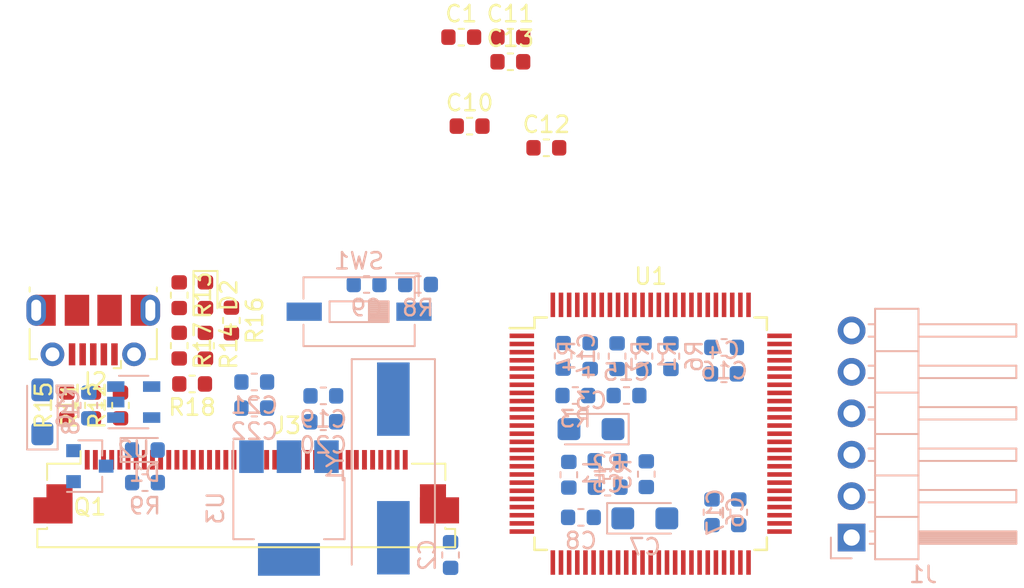
<source format=kicad_pcb>
(kicad_pcb (version 20171130) (host pcbnew 5.0.1)

  (general
    (thickness 1.6)
    (drawings 0)
    (tracks 0)
    (zones 0)
    (modules 52)
    (nets 106)
  )

  (page A4)
  (layers
    (0 F.Cu signal)
    (31 B.Cu signal)
    (32 B.Adhes user)
    (33 F.Adhes user)
    (34 B.Paste user)
    (35 F.Paste user)
    (36 B.SilkS user)
    (37 F.SilkS user)
    (38 B.Mask user)
    (39 F.Mask user)
    (40 Dwgs.User user)
    (41 Cmts.User user)
    (42 Eco1.User user)
    (43 Eco2.User user)
    (44 Edge.Cuts user)
    (45 Margin user)
    (46 B.CrtYd user)
    (47 F.CrtYd user)
    (48 B.Fab user)
    (49 F.Fab user)
  )

  (setup
    (last_trace_width 0.25)
    (user_trace_width 0.1)
    (user_trace_width 0.2)
    (user_trace_width 0.3)
    (user_trace_width 0.4)
    (user_trace_width 0.5)
    (user_trace_width 0.8)
    (user_trace_width 1)
    (user_trace_width 2)
    (trace_clearance 0.2)
    (zone_clearance 0.508)
    (zone_45_only no)
    (trace_min 0.1)
    (segment_width 0.2)
    (edge_width 0.15)
    (via_size 0.8)
    (via_drill 0.4)
    (via_min_size 0.4)
    (via_min_drill 0.3)
    (uvia_size 0.3)
    (uvia_drill 0.1)
    (uvias_allowed no)
    (uvia_min_size 0.2)
    (uvia_min_drill 0.1)
    (pcb_text_width 0.3)
    (pcb_text_size 1.5 1.5)
    (mod_edge_width 0.15)
    (mod_text_size 1 1)
    (mod_text_width 0.15)
    (pad_size 1.524 1.524)
    (pad_drill 0.762)
    (pad_to_mask_clearance 0.051)
    (solder_mask_min_width 0.25)
    (aux_axis_origin 0 0)
    (visible_elements FFFFFF7F)
    (pcbplotparams
      (layerselection 0x010fc_ffffffff)
      (usegerberextensions false)
      (usegerberattributes false)
      (usegerberadvancedattributes false)
      (creategerberjobfile false)
      (excludeedgelayer true)
      (linewidth 0.100000)
      (plotframeref false)
      (viasonmask false)
      (mode 1)
      (useauxorigin false)
      (hpglpennumber 1)
      (hpglpenspeed 20)
      (hpglpendiameter 15.000000)
      (psnegative false)
      (psa4output false)
      (plotreference true)
      (plotvalue true)
      (plotinvisibletext false)
      (padsonsilk false)
      (subtractmaskfromsilk false)
      (outputformat 1)
      (mirror false)
      (drillshape 1)
      (scaleselection 1)
      (outputdirectory ""))
  )

  (net 0 "")
  (net 1 USB_OTG_GND)
  (net 2 MCO)
  (net 3 "Net-(C2-Pad2)")
  (net 4 VDDA)
  (net 5 "Net-(C4-Pad1)")
  (net 6 "Net-(C6-Pad1)")
  (net 7 NRST)
  (net 8 VDD)
  (net 9 "Net-(D1-Pad2)")
  (net 10 "Net-(D1-Pad1)")
  (net 11 "Net-(D2-Pad1)")
  (net 12 "Net-(D2-Pad2)")
  (net 13 SWCLK)
  (net 14 SWDIO)
  (net 15 SWO)
  (net 16 "Net-(J2-Pad2)")
  (net 17 "Net-(J2-Pad4)")
  (net 18 "Net-(J2-Pad3)")
  (net 19 "Net-(Q1-Pad2)")
  (net 20 "Net-(R1-Pad2)")
  (net 21 "Net-(R2-Pad2)")
  (net 22 "Net-(R3-Pad1)")
  (net 23 "Net-(R4-Pad1)")
  (net 24 "Net-(R5-Pad2)")
  (net 25 PB6)
  (net 26 PB9)
  (net 27 +3V3)
  (net 28 "Net-(R17-Pad1)")
  (net 29 PC0)
  (net 30 "Net-(U1-Pad7)")
  (net 31 "Net-(U1-Pad8)")
  (net 32 "Net-(U1-Pad9)")
  (net 33 "Net-(U1-Pad33)")
  (net 34 "Net-(U1-Pad34)")
  (net 35 "Net-(U1-Pad35)")
  (net 36 "Net-(U1-Pad36)")
  (net 37 "Net-(U1-Pad38)")
  (net 38 "Net-(U1-Pad39)")
  (net 39 "Net-(U1-Pad40)")
  (net 40 "Net-(U1-Pad41)")
  (net 41 "Net-(U1-Pad42)")
  (net 42 "Net-(U1-Pad43)")
  (net 43 "Net-(U1-Pad44)")
  (net 44 "Net-(U1-Pad45)")
  (net 45 "Net-(U1-Pad46)")
  (net 46 "Net-(U1-Pad47)")
  (net 47 "Net-(U1-Pad48)")
  (net 48 "Net-(U1-Pad51)")
  (net 49 "Net-(U1-Pad52)")
  (net 50 "Net-(U1-Pad53)")
  (net 51 "Net-(U1-Pad54)")
  (net 52 "Net-(U1-Pad55)")
  (net 53 "Net-(U1-Pad56)")
  (net 54 "Net-(U1-Pad57)")
  (net 55 "Net-(U1-Pad58)")
  (net 56 "Net-(U1-Pad59)")
  (net 57 "Net-(U1-Pad60)")
  (net 58 "Net-(U1-Pad61)")
  (net 59 "Net-(U1-Pad62)")
  (net 60 "Net-(U1-Pad63)")
  (net 61 "Net-(U1-Pad64)")
  (net 62 "Net-(U1-Pad65)")
  (net 63 "Net-(U1-Pad77)")
  (net 64 "Net-(U1-Pad78)")
  (net 65 "Net-(U1-Pad79)")
  (net 66 "Net-(U1-Pad80)")
  (net 67 "Net-(U1-Pad81)")
  (net 68 "Net-(U1-Pad82)")
  (net 69 "Net-(U1-Pad83)")
  (net 70 "Net-(U1-Pad84)")
  (net 71 "Net-(U1-Pad85)")
  (net 72 "Net-(U1-Pad87)")
  (net 73 "Net-(U1-Pad90)")
  (net 74 "Net-(U1-Pad91)")
  (net 75 "Net-(U1-Pad93)")
  (net 76 "Net-(U1-Pad95)")
  (net 77 "Net-(U1-Pad97)")
  (net 78 "Net-(U1-Pad98)")
  (net 79 +5V)
  (net 80 USB_OTG_VBUS)
  (net 81 GPIO2)
  (net 82 GPIO3)
  (net 83 GPIO4)
  (net 84 GPIO5)
  (net 85 GPIO6)
  (net 86 GPIO7)
  (net 87 GPIO8)
  (net 88 GPIO9)
  (net 89 GPIO10)
  (net 90 GPIO11)
  (net 91 GPIO12)
  (net 92 UART2_TX)
  (net 93 UART2_RX)
  (net 94 UART2_CK)
  (net 95 I2C3_SDA)
  (net 96 I2C3_SCL)
  (net 97 SPI_MOSI)
  (net 98 SPI_MISO)
  (net 99 SPI_SCK)
  (net 100 PB6-I2C1_SCL)
  (net 101 PB9-I2C1_SDA)
  (net 102 USB_OTG_DP)
  (net 103 USB_OTG_DM)
  (net 104 OTF_GS_overcurrent)
  (net 105 USB_OTG_ID)

  (net_class Default "This is the default net class."
    (clearance 0.2)
    (trace_width 0.25)
    (via_dia 0.8)
    (via_drill 0.4)
    (uvia_dia 0.3)
    (uvia_drill 0.1)
    (add_net +3V3)
    (add_net +5V)
    (add_net GPIO10)
    (add_net GPIO11)
    (add_net GPIO12)
    (add_net GPIO2)
    (add_net GPIO3)
    (add_net GPIO4)
    (add_net GPIO5)
    (add_net GPIO6)
    (add_net GPIO7)
    (add_net GPIO8)
    (add_net GPIO9)
    (add_net I2C3_SCL)
    (add_net I2C3_SDA)
    (add_net MCO)
    (add_net NRST)
    (add_net "Net-(C2-Pad2)")
    (add_net "Net-(C4-Pad1)")
    (add_net "Net-(C6-Pad1)")
    (add_net "Net-(D1-Pad1)")
    (add_net "Net-(D1-Pad2)")
    (add_net "Net-(D2-Pad1)")
    (add_net "Net-(D2-Pad2)")
    (add_net "Net-(J2-Pad2)")
    (add_net "Net-(J2-Pad3)")
    (add_net "Net-(J2-Pad4)")
    (add_net "Net-(Q1-Pad2)")
    (add_net "Net-(R1-Pad2)")
    (add_net "Net-(R17-Pad1)")
    (add_net "Net-(R2-Pad2)")
    (add_net "Net-(R3-Pad1)")
    (add_net "Net-(R4-Pad1)")
    (add_net "Net-(R5-Pad2)")
    (add_net "Net-(U1-Pad33)")
    (add_net "Net-(U1-Pad34)")
    (add_net "Net-(U1-Pad35)")
    (add_net "Net-(U1-Pad36)")
    (add_net "Net-(U1-Pad38)")
    (add_net "Net-(U1-Pad39)")
    (add_net "Net-(U1-Pad40)")
    (add_net "Net-(U1-Pad41)")
    (add_net "Net-(U1-Pad42)")
    (add_net "Net-(U1-Pad43)")
    (add_net "Net-(U1-Pad44)")
    (add_net "Net-(U1-Pad45)")
    (add_net "Net-(U1-Pad46)")
    (add_net "Net-(U1-Pad47)")
    (add_net "Net-(U1-Pad48)")
    (add_net "Net-(U1-Pad51)")
    (add_net "Net-(U1-Pad52)")
    (add_net "Net-(U1-Pad53)")
    (add_net "Net-(U1-Pad54)")
    (add_net "Net-(U1-Pad55)")
    (add_net "Net-(U1-Pad56)")
    (add_net "Net-(U1-Pad57)")
    (add_net "Net-(U1-Pad58)")
    (add_net "Net-(U1-Pad59)")
    (add_net "Net-(U1-Pad60)")
    (add_net "Net-(U1-Pad61)")
    (add_net "Net-(U1-Pad62)")
    (add_net "Net-(U1-Pad63)")
    (add_net "Net-(U1-Pad64)")
    (add_net "Net-(U1-Pad65)")
    (add_net "Net-(U1-Pad7)")
    (add_net "Net-(U1-Pad77)")
    (add_net "Net-(U1-Pad78)")
    (add_net "Net-(U1-Pad79)")
    (add_net "Net-(U1-Pad8)")
    (add_net "Net-(U1-Pad80)")
    (add_net "Net-(U1-Pad81)")
    (add_net "Net-(U1-Pad82)")
    (add_net "Net-(U1-Pad83)")
    (add_net "Net-(U1-Pad84)")
    (add_net "Net-(U1-Pad85)")
    (add_net "Net-(U1-Pad87)")
    (add_net "Net-(U1-Pad9)")
    (add_net "Net-(U1-Pad90)")
    (add_net "Net-(U1-Pad91)")
    (add_net "Net-(U1-Pad93)")
    (add_net "Net-(U1-Pad95)")
    (add_net "Net-(U1-Pad97)")
    (add_net "Net-(U1-Pad98)")
    (add_net OTF_GS_overcurrent)
    (add_net PB6)
    (add_net PB6-I2C1_SCL)
    (add_net PB9)
    (add_net PB9-I2C1_SDA)
    (add_net PC0)
    (add_net SPI_MISO)
    (add_net SPI_MOSI)
    (add_net SPI_SCK)
    (add_net SWCLK)
    (add_net SWDIO)
    (add_net SWO)
    (add_net UART2_CK)
    (add_net UART2_RX)
    (add_net UART2_TX)
    (add_net USB_OTG_DM)
    (add_net USB_OTG_DP)
    (add_net USB_OTG_GND)
    (add_net USB_OTG_ID)
    (add_net USB_OTG_VBUS)
    (add_net VDD)
    (add_net VDDA)
  )

  (module Capacitor_Tantalum_SMD:CP_EIA-3216-18_Kemet-A (layer B.Cu) (tedit 5B301BBE) (tstamp 5C81EF4B)
    (at 135.15 128.75 180)
    (descr "Tantalum Capacitor SMD Kemet-A (3216-18 Metric), IPC_7351 nominal, (Body size from: http://www.kemet.com/Lists/ProductCatalog/Attachments/253/KEM_TC101_STD.pdf), generated with kicad-footprint-generator")
    (tags "capacitor tantalum")
    (path /5C5E4931)
    (attr smd)
    (fp_text reference C3 (at 0 1.75 180) (layer B.SilkS)
      (effects (font (size 1 1) (thickness 0.15)) (justify mirror))
    )
    (fp_text value 1uF (at 0 -1.75 180) (layer B.Fab)
      (effects (font (size 1 1) (thickness 0.15)) (justify mirror))
    )
    (fp_line (start 1.6 0.8) (end -1.2 0.8) (layer B.Fab) (width 0.1))
    (fp_line (start -1.2 0.8) (end -1.6 0.4) (layer B.Fab) (width 0.1))
    (fp_line (start -1.6 0.4) (end -1.6 -0.8) (layer B.Fab) (width 0.1))
    (fp_line (start -1.6 -0.8) (end 1.6 -0.8) (layer B.Fab) (width 0.1))
    (fp_line (start 1.6 -0.8) (end 1.6 0.8) (layer B.Fab) (width 0.1))
    (fp_line (start 1.6 0.935) (end -2.31 0.935) (layer B.SilkS) (width 0.12))
    (fp_line (start -2.31 0.935) (end -2.31 -0.935) (layer B.SilkS) (width 0.12))
    (fp_line (start -2.31 -0.935) (end 1.6 -0.935) (layer B.SilkS) (width 0.12))
    (fp_line (start -2.3 -1.05) (end -2.3 1.05) (layer B.CrtYd) (width 0.05))
    (fp_line (start -2.3 1.05) (end 2.3 1.05) (layer B.CrtYd) (width 0.05))
    (fp_line (start 2.3 1.05) (end 2.3 -1.05) (layer B.CrtYd) (width 0.05))
    (fp_line (start 2.3 -1.05) (end -2.3 -1.05) (layer B.CrtYd) (width 0.05))
    (fp_text user %R (at 0 0 180) (layer B.Fab)
      (effects (font (size 0.8 0.8) (thickness 0.12)) (justify mirror))
    )
    (pad 1 smd roundrect (at -1.35 0 180) (size 1.4 1.35) (layers B.Cu B.Paste B.Mask) (roundrect_rratio 0.185185)
      (net 4 VDDA))
    (pad 2 smd roundrect (at 1.35 0 180) (size 1.4 1.35) (layers B.Cu B.Paste B.Mask) (roundrect_rratio 0.185185)
      (net 1 USB_OTG_GND))
    (model ${KISYS3DMOD}/Capacitor_Tantalum_SMD.3dshapes/CP_EIA-3216-18_Kemet-A.wrl
      (at (xyz 0 0 0))
      (scale (xyz 1 1 1))
      (rotate (xyz 0 0 0))
    )
  )

  (module Capacitor_Tantalum_SMD:CP_EIA-3216-18_Kemet-A (layer B.Cu) (tedit 5B301BBE) (tstamp 5C81EF91)
    (at 138.45 134.22)
    (descr "Tantalum Capacitor SMD Kemet-A (3216-18 Metric), IPC_7351 nominal, (Body size from: http://www.kemet.com/Lists/ProductCatalog/Attachments/253/KEM_TC101_STD.pdf), generated with kicad-footprint-generator")
    (tags "capacitor tantalum")
    (path /5C5E2F48)
    (attr smd)
    (fp_text reference C7 (at 0 1.75) (layer B.SilkS)
      (effects (font (size 1 1) (thickness 0.15)) (justify mirror))
    )
    (fp_text value 1uF (at 0 -1.75) (layer B.Fab)
      (effects (font (size 1 1) (thickness 0.15)) (justify mirror))
    )
    (fp_text user %R (at 0 0) (layer B.Fab)
      (effects (font (size 0.8 0.8) (thickness 0.12)) (justify mirror))
    )
    (fp_line (start 2.3 -1.05) (end -2.3 -1.05) (layer B.CrtYd) (width 0.05))
    (fp_line (start 2.3 1.05) (end 2.3 -1.05) (layer B.CrtYd) (width 0.05))
    (fp_line (start -2.3 1.05) (end 2.3 1.05) (layer B.CrtYd) (width 0.05))
    (fp_line (start -2.3 -1.05) (end -2.3 1.05) (layer B.CrtYd) (width 0.05))
    (fp_line (start -2.31 -0.935) (end 1.6 -0.935) (layer B.SilkS) (width 0.12))
    (fp_line (start -2.31 0.935) (end -2.31 -0.935) (layer B.SilkS) (width 0.12))
    (fp_line (start 1.6 0.935) (end -2.31 0.935) (layer B.SilkS) (width 0.12))
    (fp_line (start 1.6 -0.8) (end 1.6 0.8) (layer B.Fab) (width 0.1))
    (fp_line (start -1.6 -0.8) (end 1.6 -0.8) (layer B.Fab) (width 0.1))
    (fp_line (start -1.6 0.4) (end -1.6 -0.8) (layer B.Fab) (width 0.1))
    (fp_line (start -1.2 0.8) (end -1.6 0.4) (layer B.Fab) (width 0.1))
    (fp_line (start 1.6 0.8) (end -1.2 0.8) (layer B.Fab) (width 0.1))
    (pad 2 smd roundrect (at 1.35 0) (size 1.4 1.35) (layers B.Cu B.Paste B.Mask) (roundrect_rratio 0.185185)
      (net 1 USB_OTG_GND))
    (pad 1 smd roundrect (at -1.35 0) (size 1.4 1.35) (layers B.Cu B.Paste B.Mask) (roundrect_rratio 0.185185)
      (net 4 VDDA))
    (model ${KISYS3DMOD}/Capacitor_Tantalum_SMD.3dshapes/CP_EIA-3216-18_Kemet-A.wrl
      (at (xyz 0 0 0))
      (scale (xyz 1 1 1))
      (rotate (xyz 0 0 0))
    )
  )

  (module Capacitor_Tantalum_SMD:CP_EIA-3216-18_Kemet-A (layer B.Cu) (tedit 5C68AD33) (tstamp 5C81F04E)
    (at 101.51 127.69 90)
    (descr "Tantalum Capacitor SMD Kemet-A (3216-18 Metric), IPC_7351 nominal, (Body size from: http://www.kemet.com/Lists/ProductCatalog/Attachments/253/KEM_TC101_STD.pdf), generated with kicad-footprint-generator")
    (tags "capacitor tantalum")
    (path /5C6D60CE)
    (attr smd)
    (fp_text reference C18 (at 0 1.75 90) (layer B.SilkS)
      (effects (font (size 1 1) (thickness 0.15)) (justify mirror))
    )
    (fp_text value 1uF (at 0 -1.75 90) (layer B.Fab)
      (effects (font (size 1 1) (thickness 0.15)) (justify mirror))
    )
    (fp_line (start 1.6 0.8) (end -1.2 0.8) (layer B.Fab) (width 0.1))
    (fp_line (start -1.2 0.8) (end -1.6 0.4) (layer B.Fab) (width 0.1))
    (fp_line (start -1.6 0.4) (end -1.6 -0.8) (layer B.Fab) (width 0.1))
    (fp_line (start -1.6 -0.8) (end 1.6 -0.8) (layer B.Fab) (width 0.1))
    (fp_line (start 1.6 -0.8) (end 1.6 0.8) (layer B.Fab) (width 0.1))
    (fp_line (start 1.6 0.935) (end -2.31 0.935) (layer B.SilkS) (width 0.12))
    (fp_line (start -2.31 0.935) (end -2.31 -0.935) (layer B.SilkS) (width 0.12))
    (fp_line (start -2.31 -0.935) (end 1.6 -0.935) (layer B.SilkS) (width 0.12))
    (fp_line (start -2.3 -1.05) (end -2.3 1.05) (layer B.CrtYd) (width 0.05))
    (fp_line (start -2.3 1.05) (end 2.3 1.05) (layer B.CrtYd) (width 0.05))
    (fp_line (start 2.3 1.05) (end 2.3 -1.05) (layer B.CrtYd) (width 0.05))
    (fp_line (start 2.3 -1.05) (end -2.3 -1.05) (layer B.CrtYd) (width 0.05))
    (fp_text user %R (at 0 0 90) (layer B.Fab) hide
      (effects (font (size 0.8 0.8) (thickness 0.12)) (justify mirror))
    )
    (pad 1 smd roundrect (at -1.35 0 90) (size 1.4 1.35) (layers B.Cu B.Paste B.Mask) (roundrect_rratio 0.185185)
      (net 80 USB_OTG_VBUS))
    (pad 2 smd roundrect (at 1.35 0 90) (size 1.4 1.35) (layers B.Cu B.Paste B.Mask) (roundrect_rratio 0.185185)
      (net 1 USB_OTG_GND))
    (model ${KISYS3DMOD}/Capacitor_Tantalum_SMD.3dshapes/CP_EIA-3216-18_Kemet-A.wrl
      (at (xyz 0 0 0))
      (scale (xyz 1 1 1))
      (rotate (xyz 0 0 0))
    )
  )

  (module Connector_PinHeader_2.54mm:PinHeader_1x06_P2.54mm_Horizontal (layer B.Cu) (tedit 5C632476) (tstamp 5C81F0DD)
    (at 151.13 135.4)
    (descr "Through hole angled pin header, 1x06, 2.54mm pitch, 6mm pin length, single row")
    (tags "Through hole angled pin header THT 1x06 2.54mm single row")
    (path /5C78E6B8)
    (fp_text reference J1 (at 4.385 2.27) (layer B.SilkS)
      (effects (font (size 1 1) (thickness 0.15)) (justify mirror))
    )
    (fp_text value Conn_01x06_Female (at 4.385 -14.97) (layer B.Fab) hide
      (effects (font (size 1 1) (thickness 0.15)) (justify mirror))
    )
    (fp_line (start 2.135 1.27) (end 4.04 1.27) (layer B.Fab) (width 0.1))
    (fp_line (start 4.04 1.27) (end 4.04 -13.97) (layer B.Fab) (width 0.1))
    (fp_line (start 4.04 -13.97) (end 1.5 -13.97) (layer B.Fab) (width 0.1))
    (fp_line (start 1.5 -13.97) (end 1.5 0.635) (layer B.Fab) (width 0.1))
    (fp_line (start 1.5 0.635) (end 2.135 1.27) (layer B.Fab) (width 0.1))
    (fp_line (start -0.32 0.32) (end 1.5 0.32) (layer B.Fab) (width 0.1))
    (fp_line (start -0.32 0.32) (end -0.32 -0.32) (layer B.Fab) (width 0.1))
    (fp_line (start -0.32 -0.32) (end 1.5 -0.32) (layer B.Fab) (width 0.1))
    (fp_line (start 4.04 0.32) (end 10.04 0.32) (layer B.Fab) (width 0.1))
    (fp_line (start 10.04 0.32) (end 10.04 -0.32) (layer B.Fab) (width 0.1))
    (fp_line (start 4.04 -0.32) (end 10.04 -0.32) (layer B.Fab) (width 0.1))
    (fp_line (start -0.32 -2.22) (end 1.5 -2.22) (layer B.Fab) (width 0.1))
    (fp_line (start -0.32 -2.22) (end -0.32 -2.86) (layer B.Fab) (width 0.1))
    (fp_line (start -0.32 -2.86) (end 1.5 -2.86) (layer B.Fab) (width 0.1))
    (fp_line (start 4.04 -2.22) (end 10.04 -2.22) (layer B.Fab) (width 0.1))
    (fp_line (start 10.04 -2.22) (end 10.04 -2.86) (layer B.Fab) (width 0.1))
    (fp_line (start 4.04 -2.86) (end 10.04 -2.86) (layer B.Fab) (width 0.1))
    (fp_line (start -0.32 -4.76) (end 1.5 -4.76) (layer B.Fab) (width 0.1))
    (fp_line (start -0.32 -4.76) (end -0.32 -5.4) (layer B.Fab) (width 0.1))
    (fp_line (start -0.32 -5.4) (end 1.5 -5.4) (layer B.Fab) (width 0.1))
    (fp_line (start 4.04 -4.76) (end 10.04 -4.76) (layer B.Fab) (width 0.1))
    (fp_line (start 10.04 -4.76) (end 10.04 -5.4) (layer B.Fab) (width 0.1))
    (fp_line (start 4.04 -5.4) (end 10.04 -5.4) (layer B.Fab) (width 0.1))
    (fp_line (start -0.32 -7.3) (end 1.5 -7.3) (layer B.Fab) (width 0.1))
    (fp_line (start -0.32 -7.3) (end -0.32 -7.94) (layer B.Fab) (width 0.1))
    (fp_line (start -0.32 -7.94) (end 1.5 -7.94) (layer B.Fab) (width 0.1))
    (fp_line (start 4.04 -7.3) (end 10.04 -7.3) (layer B.Fab) (width 0.1))
    (fp_line (start 10.04 -7.3) (end 10.04 -7.94) (layer B.Fab) (width 0.1))
    (fp_line (start 4.04 -7.94) (end 10.04 -7.94) (layer B.Fab) (width 0.1))
    (fp_line (start -0.32 -9.84) (end 1.5 -9.84) (layer B.Fab) (width 0.1))
    (fp_line (start -0.32 -9.84) (end -0.32 -10.48) (layer B.Fab) (width 0.1))
    (fp_line (start -0.32 -10.48) (end 1.5 -10.48) (layer B.Fab) (width 0.1))
    (fp_line (start 4.04 -9.84) (end 10.04 -9.84) (layer B.Fab) (width 0.1))
    (fp_line (start 10.04 -9.84) (end 10.04 -10.48) (layer B.Fab) (width 0.1))
    (fp_line (start 4.04 -10.48) (end 10.04 -10.48) (layer B.Fab) (width 0.1))
    (fp_line (start -0.32 -12.38) (end 1.5 -12.38) (layer B.Fab) (width 0.1))
    (fp_line (start -0.32 -12.38) (end -0.32 -13.02) (layer B.Fab) (width 0.1))
    (fp_line (start -0.32 -13.02) (end 1.5 -13.02) (layer B.Fab) (width 0.1))
    (fp_line (start 4.04 -12.38) (end 10.04 -12.38) (layer B.Fab) (width 0.1))
    (fp_line (start 10.04 -12.38) (end 10.04 -13.02) (layer B.Fab) (width 0.1))
    (fp_line (start 4.04 -13.02) (end 10.04 -13.02) (layer B.Fab) (width 0.1))
    (fp_line (start 1.44 1.33) (end 1.44 -14.03) (layer B.SilkS) (width 0.12))
    (fp_line (start 1.44 -14.03) (end 4.1 -14.03) (layer B.SilkS) (width 0.12))
    (fp_line (start 4.1 -14.03) (end 4.1 1.33) (layer B.SilkS) (width 0.12))
    (fp_line (start 4.1 1.33) (end 1.44 1.33) (layer B.SilkS) (width 0.12))
    (fp_line (start 4.1 0.38) (end 10.1 0.38) (layer B.SilkS) (width 0.12))
    (fp_line (start 10.1 0.38) (end 10.1 -0.38) (layer B.SilkS) (width 0.12))
    (fp_line (start 10.1 -0.38) (end 4.1 -0.38) (layer B.SilkS) (width 0.12))
    (fp_line (start 4.1 0.32) (end 10.1 0.32) (layer B.SilkS) (width 0.12))
    (fp_line (start 4.1 0.2) (end 10.1 0.2) (layer B.SilkS) (width 0.12))
    (fp_line (start 4.1 0.08) (end 10.1 0.08) (layer B.SilkS) (width 0.12))
    (fp_line (start 4.1 -0.04) (end 10.1 -0.04) (layer B.SilkS) (width 0.12))
    (fp_line (start 4.1 -0.16) (end 10.1 -0.16) (layer B.SilkS) (width 0.12))
    (fp_line (start 4.1 -0.28) (end 10.1 -0.28) (layer B.SilkS) (width 0.12))
    (fp_line (start 1.11 0.38) (end 1.44 0.38) (layer B.SilkS) (width 0.12))
    (fp_line (start 1.11 -0.38) (end 1.44 -0.38) (layer B.SilkS) (width 0.12))
    (fp_line (start 1.44 -1.27) (end 4.1 -1.27) (layer B.SilkS) (width 0.12))
    (fp_line (start 4.1 -2.16) (end 10.1 -2.16) (layer B.SilkS) (width 0.12))
    (fp_line (start 10.1 -2.16) (end 10.1 -2.92) (layer B.SilkS) (width 0.12))
    (fp_line (start 10.1 -2.92) (end 4.1 -2.92) (layer B.SilkS) (width 0.12))
    (fp_line (start 1.042929 -2.16) (end 1.44 -2.16) (layer B.SilkS) (width 0.12))
    (fp_line (start 1.042929 -2.92) (end 1.44 -2.92) (layer B.SilkS) (width 0.12))
    (fp_line (start 1.44 -3.81) (end 4.1 -3.81) (layer B.SilkS) (width 0.12))
    (fp_line (start 4.1 -4.7) (end 10.1 -4.7) (layer B.SilkS) (width 0.12))
    (fp_line (start 10.1 -4.7) (end 10.1 -5.46) (layer B.SilkS) (width 0.12))
    (fp_line (start 10.1 -5.46) (end 4.1 -5.46) (layer B.SilkS) (width 0.12))
    (fp_line (start 1.042929 -4.7) (end 1.44 -4.7) (layer B.SilkS) (width 0.12))
    (fp_line (start 1.042929 -5.46) (end 1.44 -5.46) (layer B.SilkS) (width 0.12))
    (fp_line (start 1.44 -6.35) (end 4.1 -6.35) (layer B.SilkS) (width 0.12))
    (fp_line (start 4.1 -7.24) (end 10.1 -7.24) (layer B.SilkS) (width 0.12))
    (fp_line (start 10.1 -7.24) (end 10.1 -8) (layer B.SilkS) (width 0.12))
    (fp_line (start 10.1 -8) (end 4.1 -8) (layer B.SilkS) (width 0.12))
    (fp_line (start 1.042929 -7.24) (end 1.44 -7.24) (layer B.SilkS) (width 0.12))
    (fp_line (start 1.042929 -8) (end 1.44 -8) (layer B.SilkS) (width 0.12))
    (fp_line (start 1.44 -8.89) (end 4.1 -8.89) (layer B.SilkS) (width 0.12))
    (fp_line (start 4.1 -9.78) (end 10.1 -9.78) (layer B.SilkS) (width 0.12))
    (fp_line (start 10.1 -9.78) (end 10.1 -10.54) (layer B.SilkS) (width 0.12))
    (fp_line (start 10.1 -10.54) (end 4.1 -10.54) (layer B.SilkS) (width 0.12))
    (fp_line (start 1.042929 -9.78) (end 1.44 -9.78) (layer B.SilkS) (width 0.12))
    (fp_line (start 1.042929 -10.54) (end 1.44 -10.54) (layer B.SilkS) (width 0.12))
    (fp_line (start 1.44 -11.43) (end 4.1 -11.43) (layer B.SilkS) (width 0.12))
    (fp_line (start 4.1 -12.32) (end 10.1 -12.32) (layer B.SilkS) (width 0.12))
    (fp_line (start 10.1 -12.32) (end 10.1 -13.08) (layer B.SilkS) (width 0.12))
    (fp_line (start 10.1 -13.08) (end 4.1 -13.08) (layer B.SilkS) (width 0.12))
    (fp_line (start 1.042929 -12.32) (end 1.44 -12.32) (layer B.SilkS) (width 0.12))
    (fp_line (start 1.042929 -13.08) (end 1.44 -13.08) (layer B.SilkS) (width 0.12))
    (fp_line (start -1.27 0) (end -1.27 1.27) (layer B.SilkS) (width 0.12))
    (fp_line (start -1.27 1.27) (end 0 1.27) (layer B.SilkS) (width 0.12))
    (fp_line (start -1.8 1.8) (end -1.8 -14.5) (layer B.CrtYd) (width 0.05))
    (fp_line (start -1.8 -14.5) (end 10.55 -14.5) (layer B.CrtYd) (width 0.05))
    (fp_line (start 10.55 -14.5) (end 10.55 1.8) (layer B.CrtYd) (width 0.05))
    (fp_line (start 10.55 1.8) (end -1.8 1.8) (layer B.CrtYd) (width 0.05))
    (fp_text user %R (at 2.77 -6.35 -90) (layer B.Fab)
      (effects (font (size 1 1) (thickness 0.15)) (justify mirror))
    )
    (pad 1 thru_hole rect (at 0 0) (size 1.7 1.7) (drill 1) (layers *.Cu *.Mask)
      (net 2 MCO))
    (pad 2 thru_hole oval (at 0 -2.54) (size 1.7 1.7) (drill 1) (layers *.Cu *.Mask)
      (net 1 USB_OTG_GND))
    (pad 3 thru_hole oval (at 0 -5.08) (size 1.7 1.7) (drill 1) (layers *.Cu *.Mask)
      (net 7 NRST))
    (pad 4 thru_hole oval (at 0 -7.62) (size 1.7 1.7) (drill 1) (layers *.Cu *.Mask)
      (net 14 SWDIO))
    (pad 5 thru_hole oval (at 0 -10.16) (size 1.7 1.7) (drill 1) (layers *.Cu *.Mask)
      (net 13 SWCLK))
    (pad 6 thru_hole oval (at 0 -12.7) (size 1.7 1.7) (drill 1) (layers *.Cu *.Mask)
      (net 15 SWO))
    (model ${KISYS3DMOD}/Connector_PinHeader_2.54mm.3dshapes/PinHeader_1x06_P2.54mm_Horizontal.wrl
      (at (xyz 0 0 0))
      (scale (xyz 1 1 1))
      (rotate (xyz 0 0 0))
    )
  )

  (module Connector_USB:USB_Micro-B_Molex-105017-0001 (layer F.Cu) (tedit 5C68AD5E) (tstamp 5C81F106)
    (at 104.63 122.7 180)
    (descr http://www.molex.com/pdm_docs/sd/1050170001_sd.pdf)
    (tags "Micro-USB SMD Typ-B")
    (path /5C66B00C)
    (attr smd)
    (fp_text reference J2 (at 0 -3.1125 180) (layer F.SilkS)
      (effects (font (size 1 1) (thickness 0.15)))
    )
    (fp_text value USB_B_Micro (at 0.3 4.3375 180) (layer F.Fab) hide
      (effects (font (size 1 1) (thickness 0.15)))
    )
    (fp_text user "PCB Edge" (at 0 2.6875 180) (layer Dwgs.User)
      (effects (font (size 0.5 0.5) (thickness 0.08)))
    )
    (fp_text user %R (at 0 0.8875 180) (layer F.Fab)
      (effects (font (size 1 1) (thickness 0.15)))
    )
    (fp_line (start -4.4 3.64) (end 4.4 3.64) (layer F.CrtYd) (width 0.05))
    (fp_line (start 4.4 -2.46) (end 4.4 3.64) (layer F.CrtYd) (width 0.05))
    (fp_line (start -4.4 -2.46) (end 4.4 -2.46) (layer F.CrtYd) (width 0.05))
    (fp_line (start -4.4 3.64) (end -4.4 -2.46) (layer F.CrtYd) (width 0.05))
    (fp_line (start -3.9 -1.7625) (end -3.45 -1.7625) (layer F.SilkS) (width 0.12))
    (fp_line (start -3.9 0.0875) (end -3.9 -1.7625) (layer F.SilkS) (width 0.12))
    (fp_line (start 3.9 2.6375) (end 3.9 2.3875) (layer F.SilkS) (width 0.12))
    (fp_line (start 3.75 3.3875) (end 3.75 -1.6125) (layer F.Fab) (width 0.1))
    (fp_line (start -3 2.689204) (end 3 2.689204) (layer F.Fab) (width 0.1))
    (fp_line (start -3.75 3.389204) (end 3.75 3.389204) (layer F.Fab) (width 0.1))
    (fp_line (start -3.75 -1.6125) (end 3.75 -1.6125) (layer F.Fab) (width 0.1))
    (fp_line (start -3.75 3.3875) (end -3.75 -1.6125) (layer F.Fab) (width 0.1))
    (fp_line (start -3.9 2.6375) (end -3.9 2.3875) (layer F.SilkS) (width 0.12))
    (fp_line (start 3.9 0.0875) (end 3.9 -1.7625) (layer F.SilkS) (width 0.12))
    (fp_line (start 3.9 -1.7625) (end 3.45 -1.7625) (layer F.SilkS) (width 0.12))
    (fp_line (start -1.7 -2.3125) (end -1.25 -2.3125) (layer F.SilkS) (width 0.12))
    (fp_line (start -1.7 -2.3125) (end -1.7 -1.8625) (layer F.SilkS) (width 0.12))
    (fp_line (start -1.3 -1.7125) (end -1.5 -1.9125) (layer F.Fab) (width 0.1))
    (fp_line (start -1.1 -1.9125) (end -1.3 -1.7125) (layer F.Fab) (width 0.1))
    (fp_line (start -1.5 -2.1225) (end -1.1 -2.1225) (layer F.Fab) (width 0.1))
    (fp_line (start -1.5 -2.1225) (end -1.5 -1.9125) (layer F.Fab) (width 0.1))
    (fp_line (start -1.1 -2.1225) (end -1.1 -1.9125) (layer F.Fab) (width 0.1))
    (pad 6 smd rect (at 1 1.2375 180) (size 1.5 1.9) (layers F.Cu F.Paste F.Mask)
      (net 1 USB_OTG_GND))
    (pad 6 thru_hole circle (at -2.5 -1.4625 180) (size 1.45 1.45) (drill 0.85) (layers *.Cu *.Mask)
      (net 1 USB_OTG_GND))
    (pad 2 smd rect (at -0.65 -1.4625 180) (size 0.4 1.35) (layers F.Cu F.Paste F.Mask)
      (net 16 "Net-(J2-Pad2)"))
    (pad 1 smd rect (at -1.3 -1.4625 180) (size 0.4 1.35) (layers F.Cu F.Paste F.Mask)
      (net 80 USB_OTG_VBUS))
    (pad 5 smd rect (at 1.3 -1.4625 180) (size 0.4 1.35) (layers F.Cu F.Paste F.Mask)
      (net 1 USB_OTG_GND))
    (pad 4 smd rect (at 0.65 -1.4625 180) (size 0.4 1.35) (layers F.Cu F.Paste F.Mask)
      (net 17 "Net-(J2-Pad4)"))
    (pad 3 smd rect (at 0 -1.4625 180) (size 0.4 1.35) (layers F.Cu F.Paste F.Mask)
      (net 18 "Net-(J2-Pad3)"))
    (pad 6 thru_hole circle (at 2.5 -1.4625 180) (size 1.45 1.45) (drill 0.85) (layers *.Cu *.Mask)
      (net 1 USB_OTG_GND))
    (pad 6 smd rect (at -1 1.2375 180) (size 1.5 1.9) (layers F.Cu F.Paste F.Mask)
      (net 1 USB_OTG_GND))
    (pad 6 thru_hole oval (at -3.5 1.2375) (size 1.2 1.9) (drill oval 0.6 1.3) (layers *.Cu *.Mask)
      (net 1 USB_OTG_GND))
    (pad 6 thru_hole oval (at 3.5 1.2375 180) (size 1.2 1.9) (drill oval 0.6 1.3) (layers *.Cu *.Mask)
      (net 1 USB_OTG_GND))
    (pad 6 smd rect (at 2.9 1.2375 180) (size 1.2 1.9) (layers F.Cu F.Mask)
      (net 1 USB_OTG_GND))
    (pad 6 smd rect (at -2.9 1.2375 180) (size 1.2 1.9) (layers F.Cu F.Mask)
      (net 1 USB_OTG_GND))
    (model ${KISYS3DMOD}/Connector_USB.3dshapes/USB_Micro-B_Molex-105017-0001.wrl
      (at (xyz 0 0 0))
      (scale (xyz 1 1 1))
      (rotate (xyz 0 0 0))
    )
  )

  (module Connector_FFC-FPC:Molex_54132-5033_1x40-1MP_P0.5mm_Horizontal (layer F.Cu) (tedit 5C68AD79) (tstamp 5C81F15B)
    (at 116.51 132.28)
    (descr "Molex FFC/FPC connector, 50 bottom-side contacts, 0.5mm pitch, 2.0mm height, https://www.molex.com/pdm_docs/sd/541325033_sd.pdf")
    (tags "FFC FPC")
    (path /5C889692)
    (attr smd)
    (fp_text reference J3 (at 0 -3.75) (layer F.SilkS)
      (effects (font (size 1 1) (thickness 0.15)))
    )
    (fp_text value Conn_01x26_Female (at 0 7) (layer F.Fab) hide
      (effects (font (size 1 1) (thickness 0.15)))
    )
    (fp_text user %R (at 0 0.85) (layer F.Fab) hide
      (effects (font (size 1 1) (thickness 0.15)))
    )
    (fp_line (start -14.65 -1.35) (end 9.65 -1.35) (layer F.Fab) (width 0.1))
    (fp_line (start -14.65 -1.35) (end -14.65 2.6) (layer F.Fab) (width 0.1))
    (fp_line (start 9.65 -1.35) (end 9.65 2.6) (layer F.Fab) (width 0.1))
    (fp_line (start -14.64 2.6) (end 9.65 2.6) (layer F.Fab) (width 0.1))
    (fp_line (start -12.5 -1.35) (end -12.25 -0.85) (layer F.Fab) (width 0.1))
    (fp_line (start -12.25 -0.85) (end -12 -1.35) (layer F.Fab) (width 0.1))
    (fp_line (start -15.25 3.65) (end 10.25 3.65) (layer F.Fab) (width 0.1))
    (fp_line (start -15.25 2.65) (end -15.25 3.65) (layer F.Fab) (width 0.1))
    (fp_line (start -15.25 2.65) (end -14.65 2.65) (layer F.Fab) (width 0.1))
    (fp_line (start -14.65 2.6) (end -14.65 2.65) (layer F.Fab) (width 0.1))
    (fp_line (start 10.25 2.65) (end 10.25 3.65) (layer F.Fab) (width 0.1))
    (fp_line (start 9.65 2.65) (end 10.25 2.65) (layer F.Fab) (width 0.1))
    (fp_line (start 9.65 2.6) (end 9.65 2.65) (layer F.Fab) (width 0.1))
    (fp_line (start -15.25 5.2) (end 10.25 5.2) (layer F.Fab) (width 0.1))
    (fp_line (start -15.25 4.2) (end -15.25 5.2) (layer F.Fab) (width 0.1))
    (fp_line (start 10.25 4.2) (end 10.25 5.2) (layer F.Fab) (width 0.1))
    (fp_line (start 9.65 4.2) (end 10.25 4.2) (layer F.Fab) (width 0.1))
    (fp_line (start -15.25 4.2) (end -14.65 4.2) (layer F.Fab) (width 0.1))
    (fp_line (start -14.65 3.65) (end -14.65 4.2) (layer F.Fab) (width 0.1))
    (fp_line (start 9.65 3.65) (end 9.65 4.2) (layer F.Fab) (width 0.1))
    (fp_line (start -12.66 -1.41) (end -14.71 -1.41) (layer F.SilkS) (width 0.12))
    (fp_line (start -12.66 -1.41) (end -12.66 -2.19) (layer F.SilkS) (width 0.12))
    (fp_line (start -14.71 -1.41) (end -14.71 -0.41) (layer F.SilkS) (width 0.12))
    (fp_line (start 9.71 -1.41) (end 9.71 -0.41) (layer F.SilkS) (width 0.12))
    (fp_line (start 9.71 -1.41) (end 7.66 -1.41) (layer F.SilkS) (width 0.12))
    (fp_line (start 9.71 2.59) (end 10.31 2.59) (layer F.SilkS) (width 0.12))
    (fp_line (start 9.71 2.59) (end 9.71 2.51) (layer F.SilkS) (width 0.12))
    (fp_line (start 10.31 2.59) (end 10.31 3.71) (layer F.SilkS) (width 0.12))
    (fp_line (start 10.31 3.71) (end -15.31 3.71) (layer F.SilkS) (width 0.12))
    (fp_line (start -15.31 2.59) (end -15.31 3.71) (layer F.SilkS) (width 0.12))
    (fp_line (start -15.31 2.59) (end -14.71 2.59) (layer F.SilkS) (width 0.12))
    (fp_line (start -14.71 2.59) (end -14.71 2.51) (layer F.SilkS) (width 0.12))
    (fp_line (start -16.05 -2.75) (end 11.05 -2.75) (layer F.CrtYd) (width 0.05))
    (fp_line (start -16.05 -2.75) (end -16.05 5.7) (layer F.CrtYd) (width 0.05))
    (fp_line (start 11.05 5.7) (end 11.05 -2.75) (layer F.CrtYd) (width 0.05))
    (fp_line (start 11.05 5.7) (end -16.05 5.7) (layer F.CrtYd) (width 0.05))
    (pad 1 smd rect (at -12.25 -1.65) (size 0.3 1.2) (layers F.Cu F.Paste F.Mask)
      (net 79 +5V))
    (pad 2 smd rect (at -11.75 -1.65) (size 0.3 1.2) (layers F.Cu F.Paste F.Mask)
      (net 1 USB_OTG_GND))
    (pad 3 smd rect (at -11.25 -1.65) (size 0.3 1.2) (layers F.Cu F.Paste F.Mask)
      (net 81 GPIO2))
    (pad 4 smd rect (at -10.75 -1.65) (size 0.3 1.2) (layers F.Cu F.Paste F.Mask)
      (net 82 GPIO3))
    (pad 5 smd rect (at -10.25 -1.65) (size 0.3 1.2) (layers F.Cu F.Paste F.Mask)
      (net 83 GPIO4))
    (pad 6 smd rect (at -9.75 -1.65) (size 0.3 1.2) (layers F.Cu F.Paste F.Mask)
      (net 84 GPIO5))
    (pad 7 smd rect (at -9.25 -1.65) (size 0.3 1.2) (layers F.Cu F.Paste F.Mask)
      (net 85 GPIO6))
    (pad 8 smd rect (at -8.75 -1.65) (size 0.3 1.2) (layers F.Cu F.Paste F.Mask)
      (net 86 GPIO7))
    (pad 9 smd rect (at -8.25 -1.65) (size 0.3 1.2) (layers F.Cu F.Paste F.Mask)
      (net 87 GPIO8))
    (pad 10 smd rect (at -7.75 -1.65) (size 0.3 1.2) (layers F.Cu F.Paste F.Mask)
      (net 88 GPIO9))
    (pad 11 smd rect (at -7.25 -1.65) (size 0.3 1.2) (layers F.Cu F.Paste F.Mask)
      (net 89 GPIO10))
    (pad 12 smd rect (at -6.75 -1.65) (size 0.3 1.2) (layers F.Cu F.Paste F.Mask)
      (net 90 GPIO11))
    (pad 13 smd rect (at -6.25 -1.65) (size 0.3 1.2) (layers F.Cu F.Paste F.Mask)
      (net 91 GPIO12))
    (pad 14 smd rect (at -5.75 -1.65) (size 0.3 1.2) (layers F.Cu F.Paste F.Mask)
      (net 92 UART2_TX))
    (pad 15 smd rect (at -5.25 -1.65) (size 0.3 1.2) (layers F.Cu F.Paste F.Mask)
      (net 93 UART2_RX))
    (pad 16 smd rect (at -4.75 -1.65) (size 0.3 1.2) (layers F.Cu F.Paste F.Mask)
      (net 94 UART2_CK))
    (pad 17 smd rect (at -4.25 -1.65) (size 0.3 1.2) (layers F.Cu F.Paste F.Mask)
      (net 95 I2C3_SDA))
    (pad 18 smd rect (at -3.75 -1.65) (size 0.3 1.2) (layers F.Cu F.Paste F.Mask)
      (net 96 I2C3_SCL))
    (pad 19 smd rect (at -3.25 -1.65) (size 0.3 1.2) (layers F.Cu F.Paste F.Mask)
      (net 97 SPI_MOSI))
    (pad 20 smd rect (at -2.75 -1.65) (size 0.3 1.2) (layers F.Cu F.Paste F.Mask)
      (net 98 SPI_MISO))
    (pad 21 smd rect (at -2.25 -1.65) (size 0.3 1.2) (layers F.Cu F.Paste F.Mask)
      (net 99 SPI_SCK))
    (pad 22 smd rect (at -1.75 -1.65) (size 0.3 1.2) (layers F.Cu F.Paste F.Mask)
      (net 100 PB6-I2C1_SCL))
    (pad 23 smd rect (at -1.25 -1.65) (size 0.3 1.2) (layers F.Cu F.Paste F.Mask)
      (net 101 PB9-I2C1_SDA))
    (pad 24 smd rect (at -0.75 -1.65) (size 0.3 1.2) (layers F.Cu F.Paste F.Mask)
      (net 1 USB_OTG_GND))
    (pad 25 smd rect (at -0.25 -1.65) (size 0.3 1.2) (layers F.Cu F.Paste F.Mask)
      (net 79 +5V))
    (pad 26 smd rect (at 0.25 -1.65) (size 0.3 1.2) (layers F.Cu F.Paste F.Mask)
      (net 27 +3V3))
    (pad 27 smd rect (at 0.75 -1.65) (size 0.3 1.2) (layers F.Cu F.Paste F.Mask))
    (pad 28 smd rect (at 1.25 -1.65) (size 0.3 1.2) (layers F.Cu F.Paste F.Mask))
    (pad 29 smd rect (at 1.75 -1.65) (size 0.3 1.2) (layers F.Cu F.Paste F.Mask))
    (pad 30 smd rect (at 2.25 -1.65) (size 0.3 1.2) (layers F.Cu F.Paste F.Mask))
    (pad 31 smd rect (at 2.75 -1.65) (size 0.3 1.2) (layers F.Cu F.Paste F.Mask))
    (pad 32 smd rect (at 3.25 -1.65) (size 0.3 1.2) (layers F.Cu F.Paste F.Mask))
    (pad 33 smd rect (at 3.75 -1.65) (size 0.3 1.2) (layers F.Cu F.Paste F.Mask))
    (pad 34 smd rect (at 4.25 -1.65) (size 0.3 1.2) (layers F.Cu F.Paste F.Mask))
    (pad 35 smd rect (at 4.75 -1.65) (size 0.3 1.2) (layers F.Cu F.Paste F.Mask))
    (pad 36 smd rect (at 5.25 -1.65) (size 0.3 1.2) (layers F.Cu F.Paste F.Mask))
    (pad 37 smd rect (at 5.75 -1.65) (size 0.3 1.2) (layers F.Cu F.Paste F.Mask))
    (pad 38 smd rect (at 6.25 -1.65) (size 0.3 1.2) (layers F.Cu F.Paste F.Mask))
    (pad 39 smd rect (at 6.75 -1.65) (size 0.3 1.2) (layers F.Cu F.Paste F.Mask))
    (pad 40 smd rect (at 7.25 -1.65) (size 0.3 1.2) (layers F.Cu F.Paste F.Mask))
    (pad MP smd rect (at -13.95 1.05) (size 1.6 2.4) (layers F.Cu F.Paste F.Mask))
    (pad MP smd rect (at 8.95 1.05) (size 1.6 2.4) (layers F.Cu F.Paste F.Mask))
    (pad MP smd rect (at -14.35 1.45) (size 2.4 1.6) (layers F.Cu F.Paste F.Mask))
    (pad MP smd rect (at 9.35 1.45) (size 2.4 1.6) (layers F.Cu F.Paste F.Mask))
    (model ${KISYS3DMOD}/Connector_FFC-FPC.3dshapes/Molex_54132-5033_1x50-1MP_P0.5mm_Horizontal.wrl
      (at (xyz 0 0 0))
      (scale (xyz 1 1 1))
      (rotate (xyz 0 0 0))
    )
  )

  (module Package_TO_SOT_SMD:SOT-23 (layer B.Cu) (tedit 5C68AD3D) (tstamp 5C81F181)
    (at 104.42 131.02)
    (descr "SOT-23, Standard")
    (tags SOT-23)
    (path /5C6A6641)
    (attr smd)
    (fp_text reference Q1 (at 0 2.5) (layer F.SilkS)
      (effects (font (size 1 1) (thickness 0.15)))
    )
    (fp_text value 9013 (at 0 -2.5) (layer B.Fab) hide
      (effects (font (size 1 1) (thickness 0.15)) (justify mirror))
    )
    (fp_text user %R (at 0 0 -90) (layer B.Fab)
      (effects (font (size 0.5 0.5) (thickness 0.075)) (justify mirror))
    )
    (fp_line (start -0.7 0.95) (end -0.7 -1.5) (layer B.Fab) (width 0.1))
    (fp_line (start -0.15 1.52) (end 0.7 1.52) (layer B.Fab) (width 0.1))
    (fp_line (start -0.7 0.95) (end -0.15 1.52) (layer B.Fab) (width 0.1))
    (fp_line (start 0.7 1.52) (end 0.7 -1.52) (layer B.Fab) (width 0.1))
    (fp_line (start -0.7 -1.52) (end 0.7 -1.52) (layer B.Fab) (width 0.1))
    (fp_line (start 0.76 -1.58) (end 0.76 -0.65) (layer B.SilkS) (width 0.12))
    (fp_line (start 0.76 1.58) (end 0.76 0.65) (layer B.SilkS) (width 0.12))
    (fp_line (start -1.7 1.75) (end 1.7 1.75) (layer B.CrtYd) (width 0.05))
    (fp_line (start 1.7 1.75) (end 1.7 -1.75) (layer B.CrtYd) (width 0.05))
    (fp_line (start 1.7 -1.75) (end -1.7 -1.75) (layer B.CrtYd) (width 0.05))
    (fp_line (start -1.7 -1.75) (end -1.7 1.75) (layer B.CrtYd) (width 0.05))
    (fp_line (start 0.76 1.58) (end -1.4 1.58) (layer B.SilkS) (width 0.12))
    (fp_line (start 0.76 -1.58) (end -0.7 -1.58) (layer B.SilkS) (width 0.12))
    (pad 1 smd rect (at -1 0.95) (size 0.9 0.8) (layers B.Cu B.Paste B.Mask)
      (net 1 USB_OTG_GND))
    (pad 2 smd rect (at -1 -0.95) (size 0.9 0.8) (layers B.Cu B.Paste B.Mask)
      (net 19 "Net-(Q1-Pad2)"))
    (pad 3 smd rect (at 1 0) (size 0.9 0.8) (layers B.Cu B.Paste B.Mask)
      (net 10 "Net-(D1-Pad1)"))
    (model ${KISYS3DMOD}/Package_TO_SOT_SMD.3dshapes/SOT-23.wrl
      (at (xyz 0 0 0))
      (scale (xyz 1 1 1))
      (rotate (xyz 0 0 0))
    )
  )

  (module Resistor_SMD:R_0603_1608Metric (layer B.Cu) (tedit 5B301BBD) (tstamp 5C81F192)
    (at 138.4 124.2725 90)
    (descr "Resistor SMD 0603 (1608 Metric), square (rectangular) end terminal, IPC_7351 nominal, (Body size source: http://www.tortai-tech.com/upload/download/2011102023233369053.pdf), generated with kicad-footprint-generator")
    (tags resistor)
    (path /5C5DF26B)
    (attr smd)
    (fp_text reference R1 (at 0 1.43 90) (layer B.SilkS)
      (effects (font (size 1 1) (thickness 0.15)) (justify mirror))
    )
    (fp_text value 510 (at 0 -1.43 90) (layer B.Fab)
      (effects (font (size 1 1) (thickness 0.15)) (justify mirror))
    )
    (fp_line (start -0.8 -0.4) (end -0.8 0.4) (layer B.Fab) (width 0.1))
    (fp_line (start -0.8 0.4) (end 0.8 0.4) (layer B.Fab) (width 0.1))
    (fp_line (start 0.8 0.4) (end 0.8 -0.4) (layer B.Fab) (width 0.1))
    (fp_line (start 0.8 -0.4) (end -0.8 -0.4) (layer B.Fab) (width 0.1))
    (fp_line (start -0.162779 0.51) (end 0.162779 0.51) (layer B.SilkS) (width 0.12))
    (fp_line (start -0.162779 -0.51) (end 0.162779 -0.51) (layer B.SilkS) (width 0.12))
    (fp_line (start -1.48 -0.73) (end -1.48 0.73) (layer B.CrtYd) (width 0.05))
    (fp_line (start -1.48 0.73) (end 1.48 0.73) (layer B.CrtYd) (width 0.05))
    (fp_line (start 1.48 0.73) (end 1.48 -0.73) (layer B.CrtYd) (width 0.05))
    (fp_line (start 1.48 -0.73) (end -1.48 -0.73) (layer B.CrtYd) (width 0.05))
    (fp_text user %R (at 0 0 90) (layer B.Fab)
      (effects (font (size 0.4 0.4) (thickness 0.06)) (justify mirror))
    )
    (pad 1 smd roundrect (at -0.7875 0 90) (size 0.875 0.95) (layers B.Cu B.Paste B.Mask) (roundrect_rratio 0.25)
      (net 1 USB_OTG_GND))
    (pad 2 smd roundrect (at 0.7875 0 90) (size 0.875 0.95) (layers B.Cu B.Paste B.Mask) (roundrect_rratio 0.25)
      (net 20 "Net-(R1-Pad2)"))
    (model ${KISYS3DMOD}/Resistor_SMD.3dshapes/R_0603_1608Metric.wrl
      (at (xyz 0 0 0))
      (scale (xyz 1 1 1))
      (rotate (xyz 0 0 0))
    )
  )

  (module Resistor_SMD:R_0603_1608Metric (layer B.Cu) (tedit 5B301BBD) (tstamp 5C81F1A3)
    (at 136.1725 132.31 180)
    (descr "Resistor SMD 0603 (1608 Metric), square (rectangular) end terminal, IPC_7351 nominal, (Body size source: http://www.tortai-tech.com/upload/download/2011102023233369053.pdf), generated with kicad-footprint-generator")
    (tags resistor)
    (path /5C5E1134)
    (attr smd)
    (fp_text reference R2 (at 0 1.43 180) (layer B.SilkS)
      (effects (font (size 1 1) (thickness 0.15)) (justify mirror))
    )
    (fp_text value 47 (at 0 -1.43 180) (layer B.Fab)
      (effects (font (size 1 1) (thickness 0.15)) (justify mirror))
    )
    (fp_text user %R (at 0 0 180) (layer B.Fab)
      (effects (font (size 0.4 0.4) (thickness 0.06)) (justify mirror))
    )
    (fp_line (start 1.48 -0.73) (end -1.48 -0.73) (layer B.CrtYd) (width 0.05))
    (fp_line (start 1.48 0.73) (end 1.48 -0.73) (layer B.CrtYd) (width 0.05))
    (fp_line (start -1.48 0.73) (end 1.48 0.73) (layer B.CrtYd) (width 0.05))
    (fp_line (start -1.48 -0.73) (end -1.48 0.73) (layer B.CrtYd) (width 0.05))
    (fp_line (start -0.162779 -0.51) (end 0.162779 -0.51) (layer B.SilkS) (width 0.12))
    (fp_line (start -0.162779 0.51) (end 0.162779 0.51) (layer B.SilkS) (width 0.12))
    (fp_line (start 0.8 -0.4) (end -0.8 -0.4) (layer B.Fab) (width 0.1))
    (fp_line (start 0.8 0.4) (end 0.8 -0.4) (layer B.Fab) (width 0.1))
    (fp_line (start -0.8 0.4) (end 0.8 0.4) (layer B.Fab) (width 0.1))
    (fp_line (start -0.8 -0.4) (end -0.8 0.4) (layer B.Fab) (width 0.1))
    (pad 2 smd roundrect (at 0.7875 0 180) (size 0.875 0.95) (layers B.Cu B.Paste B.Mask) (roundrect_rratio 0.25)
      (net 21 "Net-(R2-Pad2)"))
    (pad 1 smd roundrect (at -0.7875 0 180) (size 0.875 0.95) (layers B.Cu B.Paste B.Mask) (roundrect_rratio 0.25)
      (net 4 VDDA))
    (model ${KISYS3DMOD}/Resistor_SMD.3dshapes/R_0603_1608Metric.wrl
      (at (xyz 0 0 0))
      (scale (xyz 1 1 1))
      (rotate (xyz 0 0 0))
    )
  )

  (module Resistor_SMD:R_0603_1608Metric (layer B.Cu) (tedit 5B301BBD) (tstamp 5C81F1B4)
    (at 134.1875 126.69)
    (descr "Resistor SMD 0603 (1608 Metric), square (rectangular) end terminal, IPC_7351 nominal, (Body size source: http://www.tortai-tech.com/upload/download/2011102023233369053.pdf), generated with kicad-footprint-generator")
    (tags resistor)
    (path /5C5F3C23)
    (attr smd)
    (fp_text reference R3 (at 0 1.43) (layer B.SilkS)
      (effects (font (size 1 1) (thickness 0.15)) (justify mirror))
    )
    (fp_text value 0 (at 0 -1.43) (layer B.Fab)
      (effects (font (size 1 1) (thickness 0.15)) (justify mirror))
    )
    (fp_line (start -0.8 -0.4) (end -0.8 0.4) (layer B.Fab) (width 0.1))
    (fp_line (start -0.8 0.4) (end 0.8 0.4) (layer B.Fab) (width 0.1))
    (fp_line (start 0.8 0.4) (end 0.8 -0.4) (layer B.Fab) (width 0.1))
    (fp_line (start 0.8 -0.4) (end -0.8 -0.4) (layer B.Fab) (width 0.1))
    (fp_line (start -0.162779 0.51) (end 0.162779 0.51) (layer B.SilkS) (width 0.12))
    (fp_line (start -0.162779 -0.51) (end 0.162779 -0.51) (layer B.SilkS) (width 0.12))
    (fp_line (start -1.48 -0.73) (end -1.48 0.73) (layer B.CrtYd) (width 0.05))
    (fp_line (start -1.48 0.73) (end 1.48 0.73) (layer B.CrtYd) (width 0.05))
    (fp_line (start 1.48 0.73) (end 1.48 -0.73) (layer B.CrtYd) (width 0.05))
    (fp_line (start 1.48 -0.73) (end -1.48 -0.73) (layer B.CrtYd) (width 0.05))
    (fp_text user %R (at 0 0) (layer B.Fab)
      (effects (font (size 0.4 0.4) (thickness 0.06)) (justify mirror))
    )
    (pad 1 smd roundrect (at -0.7875 0) (size 0.875 0.95) (layers B.Cu B.Paste B.Mask) (roundrect_rratio 0.25)
      (net 22 "Net-(R3-Pad1)"))
    (pad 2 smd roundrect (at 0.7875 0) (size 0.875 0.95) (layers B.Cu B.Paste B.Mask) (roundrect_rratio 0.25)
      (net 8 VDD))
    (model ${KISYS3DMOD}/Resistor_SMD.3dshapes/R_0603_1608Metric.wrl
      (at (xyz 0 0 0))
      (scale (xyz 1 1 1))
      (rotate (xyz 0 0 0))
    )
  )

  (module Resistor_SMD:R_0603_1608Metric (layer B.Cu) (tedit 5B301BBD) (tstamp 5C81F1C5)
    (at 135.1 124.27 270)
    (descr "Resistor SMD 0603 (1608 Metric), square (rectangular) end terminal, IPC_7351 nominal, (Body size source: http://www.tortai-tech.com/upload/download/2011102023233369053.pdf), generated with kicad-footprint-generator")
    (tags resistor)
    (path /5C5CC33E)
    (attr smd)
    (fp_text reference R4 (at 0 1.43 270) (layer B.SilkS)
      (effects (font (size 1 1) (thickness 0.15)) (justify mirror))
    )
    (fp_text value 0 (at 0 -1.43 270) (layer B.Fab)
      (effects (font (size 1 1) (thickness 0.15)) (justify mirror))
    )
    (fp_line (start -0.8 -0.4) (end -0.8 0.4) (layer B.Fab) (width 0.1))
    (fp_line (start -0.8 0.4) (end 0.8 0.4) (layer B.Fab) (width 0.1))
    (fp_line (start 0.8 0.4) (end 0.8 -0.4) (layer B.Fab) (width 0.1))
    (fp_line (start 0.8 -0.4) (end -0.8 -0.4) (layer B.Fab) (width 0.1))
    (fp_line (start -0.162779 0.51) (end 0.162779 0.51) (layer B.SilkS) (width 0.12))
    (fp_line (start -0.162779 -0.51) (end 0.162779 -0.51) (layer B.SilkS) (width 0.12))
    (fp_line (start -1.48 -0.73) (end -1.48 0.73) (layer B.CrtYd) (width 0.05))
    (fp_line (start -1.48 0.73) (end 1.48 0.73) (layer B.CrtYd) (width 0.05))
    (fp_line (start 1.48 0.73) (end 1.48 -0.73) (layer B.CrtYd) (width 0.05))
    (fp_line (start 1.48 -0.73) (end -1.48 -0.73) (layer B.CrtYd) (width 0.05))
    (fp_text user %R (at 0 0 270) (layer B.Fab)
      (effects (font (size 0.4 0.4) (thickness 0.06)) (justify mirror))
    )
    (pad 1 smd roundrect (at -0.7875 0 270) (size 0.875 0.95) (layers B.Cu B.Paste B.Mask) (roundrect_rratio 0.25)
      (net 23 "Net-(R4-Pad1)"))
    (pad 2 smd roundrect (at 0.7875 0 270) (size 0.875 0.95) (layers B.Cu B.Paste B.Mask) (roundrect_rratio 0.25)
      (net 1 USB_OTG_GND))
    (model ${KISYS3DMOD}/Resistor_SMD.3dshapes/R_0603_1608Metric.wrl
      (at (xyz 0 0 0))
      (scale (xyz 1 1 1))
      (rotate (xyz 0 0 0))
    )
  )

  (module Resistor_SMD:R_0603_1608Metric (layer B.Cu) (tedit 5B301BBD) (tstamp 5C81F1D6)
    (at 138.54 131.5125 270)
    (descr "Resistor SMD 0603 (1608 Metric), square (rectangular) end terminal, IPC_7351 nominal, (Body size source: http://www.tortai-tech.com/upload/download/2011102023233369053.pdf), generated with kicad-footprint-generator")
    (tags resistor)
    (path /5C5DEFEA)
    (attr smd)
    (fp_text reference R5 (at 0 1.43 270) (layer B.SilkS)
      (effects (font (size 1 1) (thickness 0.15)) (justify mirror))
    )
    (fp_text value 10K (at 0 -1.43 270) (layer B.Fab)
      (effects (font (size 1 1) (thickness 0.15)) (justify mirror))
    )
    (fp_text user %R (at 0 0 270) (layer B.Fab)
      (effects (font (size 0.4 0.4) (thickness 0.06)) (justify mirror))
    )
    (fp_line (start 1.48 -0.73) (end -1.48 -0.73) (layer B.CrtYd) (width 0.05))
    (fp_line (start 1.48 0.73) (end 1.48 -0.73) (layer B.CrtYd) (width 0.05))
    (fp_line (start -1.48 0.73) (end 1.48 0.73) (layer B.CrtYd) (width 0.05))
    (fp_line (start -1.48 -0.73) (end -1.48 0.73) (layer B.CrtYd) (width 0.05))
    (fp_line (start -0.162779 -0.51) (end 0.162779 -0.51) (layer B.SilkS) (width 0.12))
    (fp_line (start -0.162779 0.51) (end 0.162779 0.51) (layer B.SilkS) (width 0.12))
    (fp_line (start 0.8 -0.4) (end -0.8 -0.4) (layer B.Fab) (width 0.1))
    (fp_line (start 0.8 0.4) (end 0.8 -0.4) (layer B.Fab) (width 0.1))
    (fp_line (start -0.8 0.4) (end 0.8 0.4) (layer B.Fab) (width 0.1))
    (fp_line (start -0.8 -0.4) (end -0.8 0.4) (layer B.Fab) (width 0.1))
    (pad 2 smd roundrect (at 0.7875 0 270) (size 0.875 0.95) (layers B.Cu B.Paste B.Mask) (roundrect_rratio 0.25)
      (net 24 "Net-(R5-Pad2)"))
    (pad 1 smd roundrect (at -0.7875 0 270) (size 0.875 0.95) (layers B.Cu B.Paste B.Mask) (roundrect_rratio 0.25)
      (net 8 VDD))
    (model ${KISYS3DMOD}/Resistor_SMD.3dshapes/R_0603_1608Metric.wrl
      (at (xyz 0 0 0))
      (scale (xyz 1 1 1))
      (rotate (xyz 0 0 0))
    )
  )

  (module Resistor_SMD:R_0603_1608Metric (layer B.Cu) (tedit 5B301BBD) (tstamp 5C81F1E7)
    (at 140.05 124.2775 90)
    (descr "Resistor SMD 0603 (1608 Metric), square (rectangular) end terminal, IPC_7351 nominal, (Body size source: http://www.tortai-tech.com/upload/download/2011102023233369053.pdf), generated with kicad-footprint-generator")
    (tags resistor)
    (path /5C61A9E6)
    (attr smd)
    (fp_text reference R6 (at 0 1.43 90) (layer B.SilkS)
      (effects (font (size 1 1) (thickness 0.15)) (justify mirror))
    )
    (fp_text value 4K7 (at 0 -1.43 90) (layer B.Fab)
      (effects (font (size 1 1) (thickness 0.15)) (justify mirror))
    )
    (fp_text user %R (at 0 0 90) (layer B.Fab)
      (effects (font (size 0.4 0.4) (thickness 0.06)) (justify mirror))
    )
    (fp_line (start 1.48 -0.73) (end -1.48 -0.73) (layer B.CrtYd) (width 0.05))
    (fp_line (start 1.48 0.73) (end 1.48 -0.73) (layer B.CrtYd) (width 0.05))
    (fp_line (start -1.48 0.73) (end 1.48 0.73) (layer B.CrtYd) (width 0.05))
    (fp_line (start -1.48 -0.73) (end -1.48 0.73) (layer B.CrtYd) (width 0.05))
    (fp_line (start -0.162779 -0.51) (end 0.162779 -0.51) (layer B.SilkS) (width 0.12))
    (fp_line (start -0.162779 0.51) (end 0.162779 0.51) (layer B.SilkS) (width 0.12))
    (fp_line (start 0.8 -0.4) (end -0.8 -0.4) (layer B.Fab) (width 0.1))
    (fp_line (start 0.8 0.4) (end 0.8 -0.4) (layer B.Fab) (width 0.1))
    (fp_line (start -0.8 0.4) (end 0.8 0.4) (layer B.Fab) (width 0.1))
    (fp_line (start -0.8 -0.4) (end -0.8 0.4) (layer B.Fab) (width 0.1))
    (pad 2 smd roundrect (at 0.7875 0 90) (size 0.875 0.95) (layers B.Cu B.Paste B.Mask) (roundrect_rratio 0.25)
      (net 25 PB6))
    (pad 1 smd roundrect (at -0.7875 0 90) (size 0.875 0.95) (layers B.Cu B.Paste B.Mask) (roundrect_rratio 0.25)
      (net 8 VDD))
    (model ${KISYS3DMOD}/Resistor_SMD.3dshapes/R_0603_1608Metric.wrl
      (at (xyz 0 0 0))
      (scale (xyz 1 1 1))
      (rotate (xyz 0 0 0))
    )
  )

  (module Resistor_SMD:R_0603_1608Metric (layer B.Cu) (tedit 5B301BBD) (tstamp 5C81F1F8)
    (at 136.75 124.2775 90)
    (descr "Resistor SMD 0603 (1608 Metric), square (rectangular) end terminal, IPC_7351 nominal, (Body size source: http://www.tortai-tech.com/upload/download/2011102023233369053.pdf), generated with kicad-footprint-generator")
    (tags resistor)
    (path /5C61AAAA)
    (attr smd)
    (fp_text reference R7 (at 0 1.43 90) (layer B.SilkS)
      (effects (font (size 1 1) (thickness 0.15)) (justify mirror))
    )
    (fp_text value 4K7 (at 0 -1.43 90) (layer B.Fab)
      (effects (font (size 1 1) (thickness 0.15)) (justify mirror))
    )
    (fp_line (start -0.8 -0.4) (end -0.8 0.4) (layer B.Fab) (width 0.1))
    (fp_line (start -0.8 0.4) (end 0.8 0.4) (layer B.Fab) (width 0.1))
    (fp_line (start 0.8 0.4) (end 0.8 -0.4) (layer B.Fab) (width 0.1))
    (fp_line (start 0.8 -0.4) (end -0.8 -0.4) (layer B.Fab) (width 0.1))
    (fp_line (start -0.162779 0.51) (end 0.162779 0.51) (layer B.SilkS) (width 0.12))
    (fp_line (start -0.162779 -0.51) (end 0.162779 -0.51) (layer B.SilkS) (width 0.12))
    (fp_line (start -1.48 -0.73) (end -1.48 0.73) (layer B.CrtYd) (width 0.05))
    (fp_line (start -1.48 0.73) (end 1.48 0.73) (layer B.CrtYd) (width 0.05))
    (fp_line (start 1.48 0.73) (end 1.48 -0.73) (layer B.CrtYd) (width 0.05))
    (fp_line (start 1.48 -0.73) (end -1.48 -0.73) (layer B.CrtYd) (width 0.05))
    (fp_text user %R (at 0 0 90) (layer B.Fab)
      (effects (font (size 0.4 0.4) (thickness 0.06)) (justify mirror))
    )
    (pad 1 smd roundrect (at -0.7875 0 90) (size 0.875 0.95) (layers B.Cu B.Paste B.Mask) (roundrect_rratio 0.25)
      (net 8 VDD))
    (pad 2 smd roundrect (at 0.7875 0 90) (size 0.875 0.95) (layers B.Cu B.Paste B.Mask) (roundrect_rratio 0.25)
      (net 26 PB9))
    (model ${KISYS3DMOD}/Resistor_SMD.3dshapes/R_0603_1608Metric.wrl
      (at (xyz 0 0 0))
      (scale (xyz 1 1 1))
      (rotate (xyz 0 0 0))
    )
  )

  (module Resistor_SMD:R_0603_1608Metric (layer B.Cu) (tedit 5C68ADB3) (tstamp 5C81F209)
    (at 124.5425 119.88)
    (descr "Resistor SMD 0603 (1608 Metric), square (rectangular) end terminal, IPC_7351 nominal, (Body size source: http://www.tortai-tech.com/upload/download/2011102023233369053.pdf), generated with kicad-footprint-generator")
    (tags resistor)
    (path /5C5EBFEA)
    (attr smd)
    (fp_text reference R8 (at 0 1.43) (layer B.SilkS)
      (effects (font (size 1 1) (thickness 0.15)) (justify mirror))
    )
    (fp_text value 10K (at 0 -1.43) (layer B.Fab) hide
      (effects (font (size 1 1) (thickness 0.15)) (justify mirror))
    )
    (fp_text user %R (at 0 0) (layer B.Fab)
      (effects (font (size 0.4 0.4) (thickness 0.06)) (justify mirror))
    )
    (fp_line (start 1.48 -0.73) (end -1.48 -0.73) (layer B.CrtYd) (width 0.05))
    (fp_line (start 1.48 0.73) (end 1.48 -0.73) (layer B.CrtYd) (width 0.05))
    (fp_line (start -1.48 0.73) (end 1.48 0.73) (layer B.CrtYd) (width 0.05))
    (fp_line (start -1.48 -0.73) (end -1.48 0.73) (layer B.CrtYd) (width 0.05))
    (fp_line (start -0.162779 -0.51) (end 0.162779 -0.51) (layer B.SilkS) (width 0.12))
    (fp_line (start -0.162779 0.51) (end 0.162779 0.51) (layer B.SilkS) (width 0.12))
    (fp_line (start 0.8 -0.4) (end -0.8 -0.4) (layer B.Fab) (width 0.1))
    (fp_line (start 0.8 0.4) (end 0.8 -0.4) (layer B.Fab) (width 0.1))
    (fp_line (start -0.8 0.4) (end 0.8 0.4) (layer B.Fab) (width 0.1))
    (fp_line (start -0.8 -0.4) (end -0.8 0.4) (layer B.Fab) (width 0.1))
    (pad 2 smd roundrect (at 0.7875 0) (size 0.875 0.95) (layers B.Cu B.Paste B.Mask) (roundrect_rratio 0.25)
      (net 8 VDD))
    (pad 1 smd roundrect (at -0.7875 0) (size 0.875 0.95) (layers B.Cu B.Paste B.Mask) (roundrect_rratio 0.25)
      (net 7 NRST))
    (model ${KISYS3DMOD}/Resistor_SMD.3dshapes/R_0603_1608Metric.wrl
      (at (xyz 0 0 0))
      (scale (xyz 1 1 1))
      (rotate (xyz 0 0 0))
    )
  )

  (module Resistor_SMD:R_0603_1608Metric (layer B.Cu) (tedit 5B301BBD) (tstamp 5C81F21A)
    (at 107.8025 132.03)
    (descr "Resistor SMD 0603 (1608 Metric), square (rectangular) end terminal, IPC_7351 nominal, (Body size source: http://www.tortai-tech.com/upload/download/2011102023233369053.pdf), generated with kicad-footprint-generator")
    (tags resistor)
    (path /5C6BD681)
    (attr smd)
    (fp_text reference R9 (at 0 1.43) (layer B.SilkS)
      (effects (font (size 1 1) (thickness 0.15)) (justify mirror))
    )
    (fp_text value 330 (at 0 -1.43) (layer B.Fab)
      (effects (font (size 1 1) (thickness 0.15)) (justify mirror))
    )
    (fp_text user %R (at 0 0) (layer B.Fab)
      (effects (font (size 0.4 0.4) (thickness 0.06)) (justify mirror))
    )
    (fp_line (start 1.48 -0.73) (end -1.48 -0.73) (layer B.CrtYd) (width 0.05))
    (fp_line (start 1.48 0.73) (end 1.48 -0.73) (layer B.CrtYd) (width 0.05))
    (fp_line (start -1.48 0.73) (end 1.48 0.73) (layer B.CrtYd) (width 0.05))
    (fp_line (start -1.48 -0.73) (end -1.48 0.73) (layer B.CrtYd) (width 0.05))
    (fp_line (start -0.162779 -0.51) (end 0.162779 -0.51) (layer B.SilkS) (width 0.12))
    (fp_line (start -0.162779 0.51) (end 0.162779 0.51) (layer B.SilkS) (width 0.12))
    (fp_line (start 0.8 -0.4) (end -0.8 -0.4) (layer B.Fab) (width 0.1))
    (fp_line (start 0.8 0.4) (end 0.8 -0.4) (layer B.Fab) (width 0.1))
    (fp_line (start -0.8 0.4) (end 0.8 0.4) (layer B.Fab) (width 0.1))
    (fp_line (start -0.8 -0.4) (end -0.8 0.4) (layer B.Fab) (width 0.1))
    (pad 2 smd roundrect (at 0.7875 0) (size 0.875 0.95) (layers B.Cu B.Paste B.Mask) (roundrect_rratio 0.25)
      (net 9 "Net-(D1-Pad2)"))
    (pad 1 smd roundrect (at -0.7875 0) (size 0.875 0.95) (layers B.Cu B.Paste B.Mask) (roundrect_rratio 0.25)
      (net 27 +3V3))
    (model ${KISYS3DMOD}/Resistor_SMD.3dshapes/R_0603_1608Metric.wrl
      (at (xyz 0 0 0))
      (scale (xyz 1 1 1))
      (rotate (xyz 0 0 0))
    )
  )

  (module Resistor_SMD:R_0603_1608Metric (layer B.Cu) (tedit 5C632458) (tstamp 5C81F22B)
    (at 104.36 127.2975 270)
    (descr "Resistor SMD 0603 (1608 Metric), square (rectangular) end terminal, IPC_7351 nominal, (Body size source: http://www.tortai-tech.com/upload/download/2011102023233369053.pdf), generated with kicad-footprint-generator")
    (tags resistor)
    (path /5C6AB432)
    (attr smd)
    (fp_text reference R10 (at 0 1.43 270) (layer B.SilkS)
      (effects (font (size 1 1) (thickness 0.15)) (justify mirror))
    )
    (fp_text value 47K (at 0 -1.43 270) (layer B.Fab) hide
      (effects (font (size 1 1) (thickness 0.15)) (justify mirror))
    )
    (fp_line (start -0.8 -0.4) (end -0.8 0.4) (layer B.Fab) (width 0.1))
    (fp_line (start -0.8 0.4) (end 0.8 0.4) (layer B.Fab) (width 0.1))
    (fp_line (start 0.8 0.4) (end 0.8 -0.4) (layer B.Fab) (width 0.1))
    (fp_line (start 0.8 -0.4) (end -0.8 -0.4) (layer B.Fab) (width 0.1))
    (fp_line (start -0.162779 0.51) (end 0.162779 0.51) (layer B.SilkS) (width 0.12))
    (fp_line (start -0.162779 -0.51) (end 0.162779 -0.51) (layer B.SilkS) (width 0.12))
    (fp_line (start -1.48 -0.73) (end -1.48 0.73) (layer B.CrtYd) (width 0.05))
    (fp_line (start -1.48 0.73) (end 1.48 0.73) (layer B.CrtYd) (width 0.05))
    (fp_line (start 1.48 0.73) (end 1.48 -0.73) (layer B.CrtYd) (width 0.05))
    (fp_line (start 1.48 -0.73) (end -1.48 -0.73) (layer B.CrtYd) (width 0.05))
    (fp_text user %R (at 0 0 270) (layer B.Fab) hide
      (effects (font (size 0.4 0.4) (thickness 0.06)) (justify mirror))
    )
    (pad 1 smd roundrect (at -0.7875 0 270) (size 0.875 0.95) (layers B.Cu B.Paste B.Mask) (roundrect_rratio 0.25)
      (net 80 USB_OTG_VBUS))
    (pad 2 smd roundrect (at 0.7875 0 270) (size 0.875 0.95) (layers B.Cu B.Paste B.Mask) (roundrect_rratio 0.25)
      (net 19 "Net-(Q1-Pad2)"))
    (model ${KISYS3DMOD}/Resistor_SMD.3dshapes/R_0603_1608Metric.wrl
      (at (xyz 0 0 0))
      (scale (xyz 1 1 1))
      (rotate (xyz 0 0 0))
    )
  )

  (module Resistor_SMD:R_0603_1608Metric (layer F.Cu) (tedit 5C68ADDE) (tstamp 5C820B74)
    (at 104.64 127.2975 90)
    (descr "Resistor SMD 0603 (1608 Metric), square (rectangular) end terminal, IPC_7351 nominal, (Body size source: http://www.tortai-tech.com/upload/download/2011102023233369053.pdf), generated with kicad-footprint-generator")
    (tags resistor)
    (path /5C66B4BF)
    (attr smd)
    (fp_text reference R11 (at 0 -1.43 90) (layer F.SilkS)
      (effects (font (size 1 1) (thickness 0.15)))
    )
    (fp_text value 22 (at 0 1.43 90) (layer F.Fab) hide
      (effects (font (size 1 1) (thickness 0.15)))
    )
    (fp_text user %R (at 0 0 90) (layer F.Fab)
      (effects (font (size 0.4 0.4) (thickness 0.06)))
    )
    (fp_line (start 1.48 0.73) (end -1.48 0.73) (layer F.CrtYd) (width 0.05))
    (fp_line (start 1.48 -0.73) (end 1.48 0.73) (layer F.CrtYd) (width 0.05))
    (fp_line (start -1.48 -0.73) (end 1.48 -0.73) (layer F.CrtYd) (width 0.05))
    (fp_line (start -1.48 0.73) (end -1.48 -0.73) (layer F.CrtYd) (width 0.05))
    (fp_line (start -0.162779 0.51) (end 0.162779 0.51) (layer F.SilkS) (width 0.12))
    (fp_line (start -0.162779 -0.51) (end 0.162779 -0.51) (layer F.SilkS) (width 0.12))
    (fp_line (start 0.8 0.4) (end -0.8 0.4) (layer F.Fab) (width 0.1))
    (fp_line (start 0.8 -0.4) (end 0.8 0.4) (layer F.Fab) (width 0.1))
    (fp_line (start -0.8 -0.4) (end 0.8 -0.4) (layer F.Fab) (width 0.1))
    (fp_line (start -0.8 0.4) (end -0.8 -0.4) (layer F.Fab) (width 0.1))
    (pad 2 smd roundrect (at 0.7875 0 90) (size 0.875 0.95) (layers F.Cu F.Paste F.Mask) (roundrect_rratio 0.25)
      (net 18 "Net-(J2-Pad3)"))
    (pad 1 smd roundrect (at -0.7875 0 90) (size 0.875 0.95) (layers F.Cu F.Paste F.Mask) (roundrect_rratio 0.25)
      (net 102 USB_OTG_DP))
    (model ${KISYS3DMOD}/Resistor_SMD.3dshapes/R_0603_1608Metric.wrl
      (at (xyz 0 0 0))
      (scale (xyz 1 1 1))
      (rotate (xyz 0 0 0))
    )
  )

  (module Resistor_SMD:R_0603_1608Metric (layer F.Cu) (tedit 5C68AD71) (tstamp 5C8212EB)
    (at 106.3 127.2975 90)
    (descr "Resistor SMD 0603 (1608 Metric), square (rectangular) end terminal, IPC_7351 nominal, (Body size source: http://www.tortai-tech.com/upload/download/2011102023233369053.pdf), generated with kicad-footprint-generator")
    (tags resistor)
    (path /5C66B45F)
    (attr smd)
    (fp_text reference R12 (at 0 -1.43 90) (layer F.SilkS)
      (effects (font (size 1 1) (thickness 0.15)))
    )
    (fp_text value 22 (at 0 1.43 90) (layer F.Fab) hide
      (effects (font (size 1 1) (thickness 0.15)))
    )
    (fp_line (start -0.8 0.4) (end -0.8 -0.4) (layer F.Fab) (width 0.1))
    (fp_line (start -0.8 -0.4) (end 0.8 -0.4) (layer F.Fab) (width 0.1))
    (fp_line (start 0.8 -0.4) (end 0.8 0.4) (layer F.Fab) (width 0.1))
    (fp_line (start 0.8 0.4) (end -0.8 0.4) (layer F.Fab) (width 0.1))
    (fp_line (start -0.162779 -0.51) (end 0.162779 -0.51) (layer F.SilkS) (width 0.12))
    (fp_line (start -0.162779 0.51) (end 0.162779 0.51) (layer F.SilkS) (width 0.12))
    (fp_line (start -1.48 0.73) (end -1.48 -0.73) (layer F.CrtYd) (width 0.05))
    (fp_line (start -1.48 -0.73) (end 1.48 -0.73) (layer F.CrtYd) (width 0.05))
    (fp_line (start 1.48 -0.73) (end 1.48 0.73) (layer F.CrtYd) (width 0.05))
    (fp_line (start 1.48 0.73) (end -1.48 0.73) (layer F.CrtYd) (width 0.05))
    (fp_text user %R (at 0 0 90) (layer F.Fab)
      (effects (font (size 0.4 0.4) (thickness 0.06)))
    )
    (pad 1 smd roundrect (at -0.7875 0 90) (size 0.875 0.95) (layers F.Cu F.Paste F.Mask) (roundrect_rratio 0.25)
      (net 103 USB_OTG_DM))
    (pad 2 smd roundrect (at 0.7875 0 90) (size 0.875 0.95) (layers F.Cu F.Paste F.Mask) (roundrect_rratio 0.25)
      (net 16 "Net-(J2-Pad2)"))
    (model ${KISYS3DMOD}/Resistor_SMD.3dshapes/R_0603_1608Metric.wrl
      (at (xyz 0 0 0))
      (scale (xyz 1 1 1))
      (rotate (xyz 0 0 0))
    )
  )

  (module Resistor_SMD:R_0603_1608Metric (layer F.Cu) (tedit 5C68AD64) (tstamp 5C81F25E)
    (at 109.9 120.5375 270)
    (descr "Resistor SMD 0603 (1608 Metric), square (rectangular) end terminal, IPC_7351 nominal, (Body size source: http://www.tortai-tech.com/upload/download/2011102023233369053.pdf), generated with kicad-footprint-generator")
    (tags resistor)
    (path /5C71F409)
    (attr smd)
    (fp_text reference R13 (at 0 -1.43 270) (layer F.SilkS)
      (effects (font (size 1 1) (thickness 0.15)))
    )
    (fp_text value 47K (at 0 1.43 270) (layer F.Fab) hide
      (effects (font (size 1 1) (thickness 0.15)))
    )
    (fp_text user %R (at 0 0 270) (layer F.Fab)
      (effects (font (size 0.4 0.4) (thickness 0.06)))
    )
    (fp_line (start 1.48 0.73) (end -1.48 0.73) (layer F.CrtYd) (width 0.05))
    (fp_line (start 1.48 -0.73) (end 1.48 0.73) (layer F.CrtYd) (width 0.05))
    (fp_line (start -1.48 -0.73) (end 1.48 -0.73) (layer F.CrtYd) (width 0.05))
    (fp_line (start -1.48 0.73) (end -1.48 -0.73) (layer F.CrtYd) (width 0.05))
    (fp_line (start -0.162779 0.51) (end 0.162779 0.51) (layer F.SilkS) (width 0.12))
    (fp_line (start -0.162779 -0.51) (end 0.162779 -0.51) (layer F.SilkS) (width 0.12))
    (fp_line (start 0.8 0.4) (end -0.8 0.4) (layer F.Fab) (width 0.1))
    (fp_line (start 0.8 -0.4) (end 0.8 0.4) (layer F.Fab) (width 0.1))
    (fp_line (start -0.8 -0.4) (end 0.8 -0.4) (layer F.Fab) (width 0.1))
    (fp_line (start -0.8 0.4) (end -0.8 -0.4) (layer F.Fab) (width 0.1))
    (pad 2 smd roundrect (at 0.7875 0 270) (size 0.875 0.95) (layers F.Cu F.Paste F.Mask) (roundrect_rratio 0.25)
      (net 11 "Net-(D2-Pad1)"))
    (pad 1 smd roundrect (at -0.7875 0 270) (size 0.875 0.95) (layers F.Cu F.Paste F.Mask) (roundrect_rratio 0.25)
      (net 104 OTF_GS_overcurrent))
    (model ${KISYS3DMOD}/Resistor_SMD.3dshapes/R_0603_1608Metric.wrl
      (at (xyz 0 0 0))
      (scale (xyz 1 1 1))
      (rotate (xyz 0 0 0))
    )
  )

  (module Resistor_SMD:R_0603_1608Metric (layer F.Cu) (tedit 5C68AD6C) (tstamp 5C81F26F)
    (at 111.51 123.6375 270)
    (descr "Resistor SMD 0603 (1608 Metric), square (rectangular) end terminal, IPC_7351 nominal, (Body size source: http://www.tortai-tech.com/upload/download/2011102023233369053.pdf), generated with kicad-footprint-generator")
    (tags resistor)
    (path /5C70F937)
    (attr smd)
    (fp_text reference R14 (at 0 -1.43 270) (layer F.SilkS)
      (effects (font (size 1 1) (thickness 0.15)))
    )
    (fp_text value 47K (at 0 1.43 270) (layer F.Fab) hide
      (effects (font (size 1 1) (thickness 0.15)))
    )
    (fp_line (start -0.8 0.4) (end -0.8 -0.4) (layer F.Fab) (width 0.1))
    (fp_line (start -0.8 -0.4) (end 0.8 -0.4) (layer F.Fab) (width 0.1))
    (fp_line (start 0.8 -0.4) (end 0.8 0.4) (layer F.Fab) (width 0.1))
    (fp_line (start 0.8 0.4) (end -0.8 0.4) (layer F.Fab) (width 0.1))
    (fp_line (start -0.162779 -0.51) (end 0.162779 -0.51) (layer F.SilkS) (width 0.12))
    (fp_line (start -0.162779 0.51) (end 0.162779 0.51) (layer F.SilkS) (width 0.12))
    (fp_line (start -1.48 0.73) (end -1.48 -0.73) (layer F.CrtYd) (width 0.05))
    (fp_line (start -1.48 -0.73) (end 1.48 -0.73) (layer F.CrtYd) (width 0.05))
    (fp_line (start 1.48 -0.73) (end 1.48 0.73) (layer F.CrtYd) (width 0.05))
    (fp_line (start 1.48 0.73) (end -1.48 0.73) (layer F.CrtYd) (width 0.05))
    (fp_text user %R (at 0 0 270) (layer F.Fab)
      (effects (font (size 0.4 0.4) (thickness 0.06)))
    )
    (pad 1 smd roundrect (at -0.7875 0 270) (size 0.875 0.95) (layers F.Cu F.Paste F.Mask) (roundrect_rratio 0.25)
      (net 12 "Net-(D2-Pad2)"))
    (pad 2 smd roundrect (at 0.7875 0 270) (size 0.875 0.95) (layers F.Cu F.Paste F.Mask) (roundrect_rratio 0.25)
      (net 27 +3V3))
    (model ${KISYS3DMOD}/Resistor_SMD.3dshapes/R_0603_1608Metric.wrl
      (at (xyz 0 0 0))
      (scale (xyz 1 1 1))
      (rotate (xyz 0 0 0))
    )
  )

  (module Resistor_SMD:R_0603_1608Metric (layer F.Cu) (tedit 5C68ADD7) (tstamp 5C820BA4)
    (at 103.01 127.2975 90)
    (descr "Resistor SMD 0603 (1608 Metric), square (rectangular) end terminal, IPC_7351 nominal, (Body size source: http://www.tortai-tech.com/upload/download/2011102023233369053.pdf), generated with kicad-footprint-generator")
    (tags resistor)
    (path /5C66B2C1)
    (attr smd)
    (fp_text reference R15 (at 0 -1.43 90) (layer F.SilkS)
      (effects (font (size 1 1) (thickness 0.15)))
    )
    (fp_text value 0 (at 0 1.43 90) (layer F.Fab) hide
      (effects (font (size 1 1) (thickness 0.15)))
    )
    (fp_text user %R (at 0 0 90) (layer F.Fab)
      (effects (font (size 0.4 0.4) (thickness 0.06)))
    )
    (fp_line (start 1.48 0.73) (end -1.48 0.73) (layer F.CrtYd) (width 0.05))
    (fp_line (start 1.48 -0.73) (end 1.48 0.73) (layer F.CrtYd) (width 0.05))
    (fp_line (start -1.48 -0.73) (end 1.48 -0.73) (layer F.CrtYd) (width 0.05))
    (fp_line (start -1.48 0.73) (end -1.48 -0.73) (layer F.CrtYd) (width 0.05))
    (fp_line (start -0.162779 0.51) (end 0.162779 0.51) (layer F.SilkS) (width 0.12))
    (fp_line (start -0.162779 -0.51) (end 0.162779 -0.51) (layer F.SilkS) (width 0.12))
    (fp_line (start 0.8 0.4) (end -0.8 0.4) (layer F.Fab) (width 0.1))
    (fp_line (start 0.8 -0.4) (end 0.8 0.4) (layer F.Fab) (width 0.1))
    (fp_line (start -0.8 -0.4) (end 0.8 -0.4) (layer F.Fab) (width 0.1))
    (fp_line (start -0.8 0.4) (end -0.8 -0.4) (layer F.Fab) (width 0.1))
    (pad 2 smd roundrect (at 0.7875 0 90) (size 0.875 0.95) (layers F.Cu F.Paste F.Mask) (roundrect_rratio 0.25)
      (net 17 "Net-(J2-Pad4)"))
    (pad 1 smd roundrect (at -0.7875 0 90) (size 0.875 0.95) (layers F.Cu F.Paste F.Mask) (roundrect_rratio 0.25)
      (net 105 USB_OTG_ID))
    (model ${KISYS3DMOD}/Resistor_SMD.3dshapes/R_0603_1608Metric.wrl
      (at (xyz 0 0 0))
      (scale (xyz 1 1 1))
      (rotate (xyz 0 0 0))
    )
  )

  (module Resistor_SMD:R_0603_1608Metric (layer F.Cu) (tedit 5C68AD9C) (tstamp 5C81F291)
    (at 113.1 122.09 270)
    (descr "Resistor SMD 0603 (1608 Metric), square (rectangular) end terminal, IPC_7351 nominal, (Body size source: http://www.tortai-tech.com/upload/download/2011102023233369053.pdf), generated with kicad-footprint-generator")
    (tags resistor)
    (path /5C6F6DD8)
    (attr smd)
    (fp_text reference R16 (at 0 -1.43 270) (layer F.SilkS)
      (effects (font (size 1 1) (thickness 0.15)))
    )
    (fp_text value 47K (at 0 1.43 270) (layer F.Fab) hide
      (effects (font (size 1 1) (thickness 0.15)))
    )
    (fp_line (start -0.8 0.4) (end -0.8 -0.4) (layer F.Fab) (width 0.1))
    (fp_line (start -0.8 -0.4) (end 0.8 -0.4) (layer F.Fab) (width 0.1))
    (fp_line (start 0.8 -0.4) (end 0.8 0.4) (layer F.Fab) (width 0.1))
    (fp_line (start 0.8 0.4) (end -0.8 0.4) (layer F.Fab) (width 0.1))
    (fp_line (start -0.162779 -0.51) (end 0.162779 -0.51) (layer F.SilkS) (width 0.12))
    (fp_line (start -0.162779 0.51) (end 0.162779 0.51) (layer F.SilkS) (width 0.12))
    (fp_line (start -1.48 0.73) (end -1.48 -0.73) (layer F.CrtYd) (width 0.05))
    (fp_line (start -1.48 -0.73) (end 1.48 -0.73) (layer F.CrtYd) (width 0.05))
    (fp_line (start 1.48 -0.73) (end 1.48 0.73) (layer F.CrtYd) (width 0.05))
    (fp_line (start 1.48 0.73) (end -1.48 0.73) (layer F.CrtYd) (width 0.05))
    (fp_text user %R (at 0 0 270) (layer F.Fab)
      (effects (font (size 0.4 0.4) (thickness 0.06)))
    )
    (pad 1 smd roundrect (at -0.7875 0 270) (size 0.875 0.95) (layers F.Cu F.Paste F.Mask) (roundrect_rratio 0.25)
      (net 11 "Net-(D2-Pad1)"))
    (pad 2 smd roundrect (at 0.7875 0 270) (size 0.875 0.95) (layers F.Cu F.Paste F.Mask) (roundrect_rratio 0.25)
      (net 27 +3V3))
    (model ${KISYS3DMOD}/Resistor_SMD.3dshapes/R_0603_1608Metric.wrl
      (at (xyz 0 0 0))
      (scale (xyz 1 1 1))
      (rotate (xyz 0 0 0))
    )
  )

  (module Resistor_SMD:R_0603_1608Metric (layer F.Cu) (tedit 5C68AD94) (tstamp 5C81F2A2)
    (at 109.9 123.63 270)
    (descr "Resistor SMD 0603 (1608 Metric), square (rectangular) end terminal, IPC_7351 nominal, (Body size source: http://www.tortai-tech.com/upload/download/2011102023233369053.pdf), generated with kicad-footprint-generator")
    (tags resistor)
    (path /5C72FC6F)
    (attr smd)
    (fp_text reference R17 (at 0 -1.43 270) (layer F.SilkS)
      (effects (font (size 1 1) (thickness 0.15)))
    )
    (fp_text value 0 (at 0 1.43 270) (layer F.Fab) hide
      (effects (font (size 1 1) (thickness 0.15)))
    )
    (fp_line (start -0.8 0.4) (end -0.8 -0.4) (layer F.Fab) (width 0.1))
    (fp_line (start -0.8 -0.4) (end 0.8 -0.4) (layer F.Fab) (width 0.1))
    (fp_line (start 0.8 -0.4) (end 0.8 0.4) (layer F.Fab) (width 0.1))
    (fp_line (start 0.8 0.4) (end -0.8 0.4) (layer F.Fab) (width 0.1))
    (fp_line (start -0.162779 -0.51) (end 0.162779 -0.51) (layer F.SilkS) (width 0.12))
    (fp_line (start -0.162779 0.51) (end 0.162779 0.51) (layer F.SilkS) (width 0.12))
    (fp_line (start -1.48 0.73) (end -1.48 -0.73) (layer F.CrtYd) (width 0.05))
    (fp_line (start -1.48 -0.73) (end 1.48 -0.73) (layer F.CrtYd) (width 0.05))
    (fp_line (start 1.48 -0.73) (end 1.48 0.73) (layer F.CrtYd) (width 0.05))
    (fp_line (start 1.48 0.73) (end -1.48 0.73) (layer F.CrtYd) (width 0.05))
    (fp_text user %R (at 0 0 270) (layer F.Fab)
      (effects (font (size 0.4 0.4) (thickness 0.06)))
    )
    (pad 1 smd roundrect (at -0.7875 0 270) (size 0.875 0.95) (layers F.Cu F.Paste F.Mask) (roundrect_rratio 0.25)
      (net 28 "Net-(R17-Pad1)"))
    (pad 2 smd roundrect (at 0.7875 0 270) (size 0.875 0.95) (layers F.Cu F.Paste F.Mask) (roundrect_rratio 0.25)
      (net 29 PC0))
    (model ${KISYS3DMOD}/Resistor_SMD.3dshapes/R_0603_1608Metric.wrl
      (at (xyz 0 0 0))
      (scale (xyz 1 1 1))
      (rotate (xyz 0 0 0))
    )
  )

  (module Resistor_SMD:R_0603_1608Metric (layer F.Cu) (tedit 5C68ADAA) (tstamp 5C81F2B3)
    (at 110.6925 125.98 180)
    (descr "Resistor SMD 0603 (1608 Metric), square (rectangular) end terminal, IPC_7351 nominal, (Body size source: http://www.tortai-tech.com/upload/download/2011102023233369053.pdf), generated with kicad-footprint-generator")
    (tags resistor)
    (path /5C72FD0D)
    (attr smd)
    (fp_text reference R18 (at 0 -1.43 180) (layer F.SilkS)
      (effects (font (size 1 1) (thickness 0.15)))
    )
    (fp_text value 10K (at 0 1.43 180) (layer F.Fab) hide
      (effects (font (size 1 1) (thickness 0.15)))
    )
    (fp_text user %R (at 0 0 180) (layer F.Fab)
      (effects (font (size 0.4 0.4) (thickness 0.06)))
    )
    (fp_line (start 1.48 0.73) (end -1.48 0.73) (layer F.CrtYd) (width 0.05))
    (fp_line (start 1.48 -0.73) (end 1.48 0.73) (layer F.CrtYd) (width 0.05))
    (fp_line (start -1.48 -0.73) (end 1.48 -0.73) (layer F.CrtYd) (width 0.05))
    (fp_line (start -1.48 0.73) (end -1.48 -0.73) (layer F.CrtYd) (width 0.05))
    (fp_line (start -0.162779 0.51) (end 0.162779 0.51) (layer F.SilkS) (width 0.12))
    (fp_line (start -0.162779 -0.51) (end 0.162779 -0.51) (layer F.SilkS) (width 0.12))
    (fp_line (start 0.8 0.4) (end -0.8 0.4) (layer F.Fab) (width 0.1))
    (fp_line (start 0.8 -0.4) (end 0.8 0.4) (layer F.Fab) (width 0.1))
    (fp_line (start -0.8 -0.4) (end 0.8 -0.4) (layer F.Fab) (width 0.1))
    (fp_line (start -0.8 0.4) (end -0.8 -0.4) (layer F.Fab) (width 0.1))
    (pad 2 smd roundrect (at 0.7875 0 180) (size 0.875 0.95) (layers F.Cu F.Paste F.Mask) (roundrect_rratio 0.25)
      (net 29 PC0))
    (pad 1 smd roundrect (at -0.7875 0 180) (size 0.875 0.95) (layers F.Cu F.Paste F.Mask) (roundrect_rratio 0.25)
      (net 27 +3V3))
    (model ${KISYS3DMOD}/Resistor_SMD.3dshapes/R_0603_1608Metric.wrl
      (at (xyz 0 0 0))
      (scale (xyz 1 1 1))
      (rotate (xyz 0 0 0))
    )
  )

  (module Button_Switch_SMD:SW_DIP_SPSTx01_Slide_6.7x4.1mm_W6.73mm_P2.54mm_LowProfile_JPin (layer B.Cu) (tedit 5C632464) (tstamp 5C81F2EC)
    (at 120.93 121.55 180)
    (descr "SMD 1x-dip-switch SPST , Slide, row spacing 6.73 mm (264 mils), body size 6.7x4.1mm (see e.g. https://www.ctscorp.com/wp-content/uploads/219.pdf), SMD, LowProfile, JPin")
    (tags "SMD DIP Switch SPST Slide 6.73mm 264mil SMD LowProfile JPin")
    (path /5C5EBEC2)
    (attr smd)
    (fp_text reference SW1 (at 0 3.11 180) (layer B.SilkS)
      (effects (font (size 1 1) (thickness 0.15)) (justify mirror))
    )
    (fp_text value SW_Push (at 0 -3.11 180) (layer B.Fab) hide
      (effects (font (size 1 1) (thickness 0.15)) (justify mirror))
    )
    (fp_line (start -2.35 2.05) (end 3.35 2.05) (layer B.Fab) (width 0.1))
    (fp_line (start 3.35 2.05) (end 3.35 -2.05) (layer B.Fab) (width 0.1))
    (fp_line (start 3.35 -2.05) (end -3.35 -2.05) (layer B.Fab) (width 0.1))
    (fp_line (start -3.35 -2.05) (end -3.35 1.05) (layer B.Fab) (width 0.1))
    (fp_line (start -3.35 1.05) (end -2.35 2.05) (layer B.Fab) (width 0.1))
    (fp_line (start -1.81 0.635) (end -1.81 -0.635) (layer B.Fab) (width 0.1))
    (fp_line (start -1.81 -0.635) (end 1.81 -0.635) (layer B.Fab) (width 0.1))
    (fp_line (start 1.81 -0.635) (end 1.81 0.635) (layer B.Fab) (width 0.1))
    (fp_line (start 1.81 0.635) (end -1.81 0.635) (layer B.Fab) (width 0.1))
    (fp_line (start -1.81 0.535) (end -0.603333 0.535) (layer B.Fab) (width 0.1))
    (fp_line (start -1.81 0.435) (end -0.603333 0.435) (layer B.Fab) (width 0.1))
    (fp_line (start -1.81 0.335) (end -0.603333 0.335) (layer B.Fab) (width 0.1))
    (fp_line (start -1.81 0.235) (end -0.603333 0.235) (layer B.Fab) (width 0.1))
    (fp_line (start -1.81 0.135) (end -0.603333 0.135) (layer B.Fab) (width 0.1))
    (fp_line (start -1.81 0.035) (end -0.603333 0.035) (layer B.Fab) (width 0.1))
    (fp_line (start -1.81 -0.065) (end -0.603333 -0.065) (layer B.Fab) (width 0.1))
    (fp_line (start -1.81 -0.165) (end -0.603333 -0.165) (layer B.Fab) (width 0.1))
    (fp_line (start -1.81 -0.265) (end -0.603333 -0.265) (layer B.Fab) (width 0.1))
    (fp_line (start -1.81 -0.365) (end -0.603333 -0.365) (layer B.Fab) (width 0.1))
    (fp_line (start -1.81 -0.465) (end -0.603333 -0.465) (layer B.Fab) (width 0.1))
    (fp_line (start -1.81 -0.565) (end -0.603333 -0.565) (layer B.Fab) (width 0.1))
    (fp_line (start -0.603333 0.635) (end -0.603333 -0.635) (layer B.Fab) (width 0.1))
    (fp_line (start -3.41 2.11) (end 3.41 2.11) (layer B.SilkS) (width 0.12))
    (fp_line (start -3.41 -2.11) (end 3.41 -2.11) (layer B.SilkS) (width 0.12))
    (fp_line (start -3.41 2.11) (end -3.41 0.8) (layer B.SilkS) (width 0.12))
    (fp_line (start -3.41 -0.8) (end -3.41 -2.11) (layer B.SilkS) (width 0.12))
    (fp_line (start 3.41 2.11) (end 3.41 0.8) (layer B.SilkS) (width 0.12))
    (fp_line (start 3.41 -0.8) (end 3.41 -2.11) (layer B.SilkS) (width 0.12))
    (fp_line (start -3.65 2.35) (end -2.267 2.35) (layer B.SilkS) (width 0.12))
    (fp_line (start -3.65 2.35) (end -3.65 0.967) (layer B.SilkS) (width 0.12))
    (fp_line (start -1.81 0.635) (end -1.81 -0.635) (layer B.SilkS) (width 0.12))
    (fp_line (start -1.81 -0.635) (end 1.81 -0.635) (layer B.SilkS) (width 0.12))
    (fp_line (start 1.81 -0.635) (end 1.81 0.635) (layer B.SilkS) (width 0.12))
    (fp_line (start 1.81 0.635) (end -1.81 0.635) (layer B.SilkS) (width 0.12))
    (fp_line (start -1.81 0.515) (end -0.603333 0.515) (layer B.SilkS) (width 0.12))
    (fp_line (start -1.81 0.395) (end -0.603333 0.395) (layer B.SilkS) (width 0.12))
    (fp_line (start -1.81 0.275) (end -0.603333 0.275) (layer B.SilkS) (width 0.12))
    (fp_line (start -1.81 0.155) (end -0.603333 0.155) (layer B.SilkS) (width 0.12))
    (fp_line (start -1.81 0.035) (end -0.603333 0.035) (layer B.SilkS) (width 0.12))
    (fp_line (start -1.81 -0.085) (end -0.603333 -0.085) (layer B.SilkS) (width 0.12))
    (fp_line (start -1.81 -0.205) (end -0.603333 -0.205) (layer B.SilkS) (width 0.12))
    (fp_line (start -1.81 -0.325) (end -0.603333 -0.325) (layer B.SilkS) (width 0.12))
    (fp_line (start -1.81 -0.445) (end -0.603333 -0.445) (layer B.SilkS) (width 0.12))
    (fp_line (start -1.81 -0.565) (end -0.603333 -0.565) (layer B.SilkS) (width 0.12))
    (fp_line (start -0.603333 0.635) (end -0.603333 -0.635) (layer B.SilkS) (width 0.12))
    (fp_line (start -4.7 2.4) (end -4.7 -2.4) (layer B.CrtYd) (width 0.05))
    (fp_line (start -4.7 -2.4) (end 4.7 -2.4) (layer B.CrtYd) (width 0.05))
    (fp_line (start 4.7 -2.4) (end 4.7 2.4) (layer B.CrtYd) (width 0.05))
    (fp_line (start 4.7 2.4) (end -4.7 2.4) (layer B.CrtYd) (width 0.05))
    (fp_text user %R (at 2.58 0 90) (layer B.Fab)
      (effects (font (size 0.6 0.6) (thickness 0.09)) (justify mirror))
    )
    (fp_text user on (at 0.8975 1.3425 180) (layer B.Fab)
      (effects (font (size 0.6 0.6) (thickness 0.09)) (justify mirror))
    )
    (pad 1 smd rect (at -3.365 0 180) (size 2.16 1.12) (layers B.Cu B.Paste B.Mask)
      (net 7 NRST))
    (pad 2 smd rect (at 3.365 0 180) (size 2.16 1.12) (layers B.Cu B.Paste B.Mask)
      (net 1 USB_OTG_GND))
    (model ${KISYS3DMOD}/Button_Switch_SMD.3dshapes/SW_DIP_SPSTx01_Slide_6.7x4.1mm_W6.73mm_P2.54mm_LowProfile_JPin.wrl
      (at (xyz 0 0 0))
      (scale (xyz 1 1 1))
      (rotate (xyz 0 0 90))
    )
  )

  (module Package_QFP:LQFP-100_14x14mm_P0.5mm (layer F.Cu) (tedit 5C68ADF2) (tstamp 5C81F367)
    (at 138.81 129.03)
    (descr "LQFP100: plastic low profile quad flat package; 100 leads; body 14 x 14 x 1.4 mm (see NXP sot407-1_po.pdf and sot407-1_fr.pdf)")
    (tags "QFP 0.5")
    (path /5C5CA6FA)
    (attr smd)
    (fp_text reference U1 (at 0 -9.65) (layer F.SilkS)
      (effects (font (size 1 1) (thickness 0.15)))
    )
    (fp_text value STM32F407VGTx (at 0 9.65) (layer F.Fab) hide
      (effects (font (size 1 1) (thickness 0.15)))
    )
    (fp_text user %R (at 0 0) (layer F.Fab) hide
      (effects (font (size 1 1) (thickness 0.15)))
    )
    (fp_line (start -6 -7) (end 7 -7) (layer F.Fab) (width 0.15))
    (fp_line (start 7 -7) (end 7 7) (layer F.Fab) (width 0.15))
    (fp_line (start 7 7) (end -7 7) (layer F.Fab) (width 0.15))
    (fp_line (start -7 7) (end -7 -6) (layer F.Fab) (width 0.15))
    (fp_line (start -7 -6) (end -6 -7) (layer F.Fab) (width 0.15))
    (fp_line (start -8.9 -8.9) (end -8.9 8.9) (layer F.CrtYd) (width 0.05))
    (fp_line (start 8.9 -8.9) (end 8.9 8.9) (layer F.CrtYd) (width 0.05))
    (fp_line (start -8.9 -8.9) (end 8.9 -8.9) (layer F.CrtYd) (width 0.05))
    (fp_line (start -8.9 8.9) (end 8.9 8.9) (layer F.CrtYd) (width 0.05))
    (fp_line (start -7.125 -7.125) (end -7.125 -6.475) (layer F.SilkS) (width 0.15))
    (fp_line (start 7.125 -7.125) (end 7.125 -6.365) (layer F.SilkS) (width 0.15))
    (fp_line (start 7.125 7.125) (end 7.125 6.365) (layer F.SilkS) (width 0.15))
    (fp_line (start -7.125 7.125) (end -7.125 6.365) (layer F.SilkS) (width 0.15))
    (fp_line (start -7.125 -7.125) (end -6.365 -7.125) (layer F.SilkS) (width 0.15))
    (fp_line (start -7.125 7.125) (end -6.365 7.125) (layer F.SilkS) (width 0.15))
    (fp_line (start 7.125 7.125) (end 6.365 7.125) (layer F.SilkS) (width 0.15))
    (fp_line (start 7.125 -7.125) (end 6.365 -7.125) (layer F.SilkS) (width 0.15))
    (fp_line (start -7.125 -6.475) (end -8.65 -6.475) (layer F.SilkS) (width 0.15))
    (pad 1 smd rect (at -7.9 -6) (size 1.5 0.28) (layers F.Cu F.Paste F.Mask)
      (net 84 GPIO5))
    (pad 2 smd rect (at -7.9 -5.5) (size 1.5 0.28) (layers F.Cu F.Paste F.Mask)
      (net 85 GPIO6))
    (pad 3 smd rect (at -7.9 -5) (size 1.5 0.28) (layers F.Cu F.Paste F.Mask)
      (net 86 GPIO7))
    (pad 4 smd rect (at -7.9 -4.5) (size 1.5 0.28) (layers F.Cu F.Paste F.Mask)
      (net 87 GPIO8))
    (pad 5 smd rect (at -7.9 -4) (size 1.5 0.28) (layers F.Cu F.Paste F.Mask)
      (net 88 GPIO9))
    (pad 6 smd rect (at -7.9 -3.5) (size 1.5 0.28) (layers F.Cu F.Paste F.Mask)
      (net 22 "Net-(R3-Pad1)"))
    (pad 7 smd rect (at -7.9 -3) (size 1.5 0.28) (layers F.Cu F.Paste F.Mask)
      (net 30 "Net-(U1-Pad7)"))
    (pad 8 smd rect (at -7.9 -2.5) (size 1.5 0.28) (layers F.Cu F.Paste F.Mask)
      (net 31 "Net-(U1-Pad8)"))
    (pad 9 smd rect (at -7.9 -2) (size 1.5 0.28) (layers F.Cu F.Paste F.Mask)
      (net 32 "Net-(U1-Pad9)"))
    (pad 10 smd rect (at -7.9 -1.5) (size 1.5 0.28) (layers F.Cu F.Paste F.Mask)
      (net 1 USB_OTG_GND))
    (pad 11 smd rect (at -7.9 -1) (size 1.5 0.28) (layers F.Cu F.Paste F.Mask)
      (net 8 VDD))
    (pad 12 smd rect (at -7.9 -0.5) (size 1.5 0.28) (layers F.Cu F.Paste F.Mask)
      (net 2 MCO))
    (pad 13 smd rect (at -7.9 0) (size 1.5 0.28) (layers F.Cu F.Paste F.Mask)
      (net 3 "Net-(C2-Pad2)"))
    (pad 14 smd rect (at -7.9 0.5) (size 1.5 0.28) (layers F.Cu F.Paste F.Mask)
      (net 7 NRST))
    (pad 15 smd rect (at -7.9 1) (size 1.5 0.28) (layers F.Cu F.Paste F.Mask)
      (net 29 PC0))
    (pad 16 smd rect (at -7.9 1.5) (size 1.5 0.28) (layers F.Cu F.Paste F.Mask)
      (net 81 GPIO2))
    (pad 17 smd rect (at -7.9 2) (size 1.5 0.28) (layers F.Cu F.Paste F.Mask)
      (net 82 GPIO3))
    (pad 18 smd rect (at -7.9 2.5) (size 1.5 0.28) (layers F.Cu F.Paste F.Mask)
      (net 83 GPIO4))
    (pad 19 smd rect (at -7.9 3) (size 1.5 0.28) (layers F.Cu F.Paste F.Mask)
      (net 8 VDD))
    (pad 20 smd rect (at -7.9 3.5) (size 1.5 0.28) (layers F.Cu F.Paste F.Mask)
      (net 1 USB_OTG_GND))
    (pad 21 smd rect (at -7.9 4) (size 1.5 0.28) (layers F.Cu F.Paste F.Mask)
      (net 21 "Net-(R2-Pad2)"))
    (pad 22 smd rect (at -7.9 4.5) (size 1.5 0.28) (layers F.Cu F.Paste F.Mask)
      (net 4 VDDA))
    (pad 23 smd rect (at -7.9 5) (size 1.5 0.28) (layers F.Cu F.Paste F.Mask)
      (net 89 GPIO10))
    (pad 24 smd rect (at -7.9 5.5) (size 1.5 0.28) (layers F.Cu F.Paste F.Mask)
      (net 90 GPIO11))
    (pad 25 smd rect (at -7.9 6) (size 1.5 0.28) (layers F.Cu F.Paste F.Mask)
      (net 92 UART2_TX))
    (pad 26 smd rect (at -6 7.9 90) (size 1.5 0.28) (layers F.Cu F.Paste F.Mask)
      (net 93 UART2_RX))
    (pad 27 smd rect (at -5.5 7.9 90) (size 1.5 0.28) (layers F.Cu F.Paste F.Mask)
      (net 1 USB_OTG_GND))
    (pad 28 smd rect (at -5 7.9 90) (size 1.5 0.28) (layers F.Cu F.Paste F.Mask)
      (net 8 VDD))
    (pad 29 smd rect (at -4.5 7.9 90) (size 1.5 0.28) (layers F.Cu F.Paste F.Mask)
      (net 91 GPIO12))
    (pad 30 smd rect (at -4 7.9 90) (size 1.5 0.28) (layers F.Cu F.Paste F.Mask)
      (net 99 SPI_SCK))
    (pad 31 smd rect (at -3.5 7.9 90) (size 1.5 0.28) (layers F.Cu F.Paste F.Mask)
      (net 98 SPI_MISO))
    (pad 32 smd rect (at -3 7.9 90) (size 1.5 0.28) (layers F.Cu F.Paste F.Mask)
      (net 97 SPI_MOSI))
    (pad 33 smd rect (at -2.5 7.9 90) (size 1.5 0.28) (layers F.Cu F.Paste F.Mask)
      (net 33 "Net-(U1-Pad33)"))
    (pad 34 smd rect (at -2 7.9 90) (size 1.5 0.28) (layers F.Cu F.Paste F.Mask)
      (net 34 "Net-(U1-Pad34)"))
    (pad 35 smd rect (at -1.5 7.9 90) (size 1.5 0.28) (layers F.Cu F.Paste F.Mask)
      (net 35 "Net-(U1-Pad35)"))
    (pad 36 smd rect (at -1 7.9 90) (size 1.5 0.28) (layers F.Cu F.Paste F.Mask)
      (net 36 "Net-(U1-Pad36)"))
    (pad 37 smd rect (at -0.5 7.9 90) (size 1.5 0.28) (layers F.Cu F.Paste F.Mask)
      (net 24 "Net-(R5-Pad2)"))
    (pad 38 smd rect (at 0 7.9 90) (size 1.5 0.28) (layers F.Cu F.Paste F.Mask)
      (net 37 "Net-(U1-Pad38)"))
    (pad 39 smd rect (at 0.5 7.9 90) (size 1.5 0.28) (layers F.Cu F.Paste F.Mask)
      (net 38 "Net-(U1-Pad39)"))
    (pad 40 smd rect (at 1 7.9 90) (size 1.5 0.28) (layers F.Cu F.Paste F.Mask)
      (net 39 "Net-(U1-Pad40)"))
    (pad 41 smd rect (at 1.5 7.9 90) (size 1.5 0.28) (layers F.Cu F.Paste F.Mask)
      (net 40 "Net-(U1-Pad41)"))
    (pad 42 smd rect (at 2 7.9 90) (size 1.5 0.28) (layers F.Cu F.Paste F.Mask)
      (net 41 "Net-(U1-Pad42)"))
    (pad 43 smd rect (at 2.5 7.9 90) (size 1.5 0.28) (layers F.Cu F.Paste F.Mask)
      (net 42 "Net-(U1-Pad43)"))
    (pad 44 smd rect (at 3 7.9 90) (size 1.5 0.28) (layers F.Cu F.Paste F.Mask)
      (net 43 "Net-(U1-Pad44)"))
    (pad 45 smd rect (at 3.5 7.9 90) (size 1.5 0.28) (layers F.Cu F.Paste F.Mask)
      (net 44 "Net-(U1-Pad45)"))
    (pad 46 smd rect (at 4 7.9 90) (size 1.5 0.28) (layers F.Cu F.Paste F.Mask)
      (net 45 "Net-(U1-Pad46)"))
    (pad 47 smd rect (at 4.5 7.9 90) (size 1.5 0.28) (layers F.Cu F.Paste F.Mask)
      (net 46 "Net-(U1-Pad47)"))
    (pad 48 smd rect (at 5 7.9 90) (size 1.5 0.28) (layers F.Cu F.Paste F.Mask)
      (net 47 "Net-(U1-Pad48)"))
    (pad 49 smd rect (at 5.5 7.9 90) (size 1.5 0.28) (layers F.Cu F.Paste F.Mask)
      (net 6 "Net-(C6-Pad1)"))
    (pad 50 smd rect (at 6 7.9 90) (size 1.5 0.28) (layers F.Cu F.Paste F.Mask)
      (net 8 VDD))
    (pad 51 smd rect (at 7.9 6) (size 1.5 0.28) (layers F.Cu F.Paste F.Mask)
      (net 48 "Net-(U1-Pad51)"))
    (pad 52 smd rect (at 7.9 5.5) (size 1.5 0.28) (layers F.Cu F.Paste F.Mask)
      (net 49 "Net-(U1-Pad52)"))
    (pad 53 smd rect (at 7.9 5) (size 1.5 0.28) (layers F.Cu F.Paste F.Mask)
      (net 50 "Net-(U1-Pad53)"))
    (pad 54 smd rect (at 7.9 4.5) (size 1.5 0.28) (layers F.Cu F.Paste F.Mask)
      (net 51 "Net-(U1-Pad54)"))
    (pad 55 smd rect (at 7.9 4) (size 1.5 0.28) (layers F.Cu F.Paste F.Mask)
      (net 52 "Net-(U1-Pad55)"))
    (pad 56 smd rect (at 7.9 3.5) (size 1.5 0.28) (layers F.Cu F.Paste F.Mask)
      (net 53 "Net-(U1-Pad56)"))
    (pad 57 smd rect (at 7.9 3) (size 1.5 0.28) (layers F.Cu F.Paste F.Mask)
      (net 54 "Net-(U1-Pad57)"))
    (pad 58 smd rect (at 7.9 2.5) (size 1.5 0.28) (layers F.Cu F.Paste F.Mask)
      (net 55 "Net-(U1-Pad58)"))
    (pad 59 smd rect (at 7.9 2) (size 1.5 0.28) (layers F.Cu F.Paste F.Mask)
      (net 56 "Net-(U1-Pad59)"))
    (pad 60 smd rect (at 7.9 1.5) (size 1.5 0.28) (layers F.Cu F.Paste F.Mask)
      (net 57 "Net-(U1-Pad60)"))
    (pad 61 smd rect (at 7.9 1) (size 1.5 0.28) (layers F.Cu F.Paste F.Mask)
      (net 58 "Net-(U1-Pad61)"))
    (pad 62 smd rect (at 7.9 0.5) (size 1.5 0.28) (layers F.Cu F.Paste F.Mask)
      (net 59 "Net-(U1-Pad62)"))
    (pad 63 smd rect (at 7.9 0) (size 1.5 0.28) (layers F.Cu F.Paste F.Mask)
      (net 60 "Net-(U1-Pad63)"))
    (pad 64 smd rect (at 7.9 -0.5) (size 1.5 0.28) (layers F.Cu F.Paste F.Mask)
      (net 61 "Net-(U1-Pad64)"))
    (pad 65 smd rect (at 7.9 -1) (size 1.5 0.28) (layers F.Cu F.Paste F.Mask)
      (net 62 "Net-(U1-Pad65)"))
    (pad 66 smd rect (at 7.9 -1.5) (size 1.5 0.28) (layers F.Cu F.Paste F.Mask)
      (net 95 I2C3_SDA))
    (pad 67 smd rect (at 7.9 -2) (size 1.5 0.28) (layers F.Cu F.Paste F.Mask)
      (net 96 I2C3_SCL))
    (pad 68 smd rect (at 7.9 -2.5) (size 1.5 0.28) (layers F.Cu F.Paste F.Mask)
      (net 80 USB_OTG_VBUS))
    (pad 69 smd rect (at 7.9 -3) (size 1.5 0.28) (layers F.Cu F.Paste F.Mask)
      (net 105 USB_OTG_ID))
    (pad 70 smd rect (at 7.9 -3.5) (size 1.5 0.28) (layers F.Cu F.Paste F.Mask)
      (net 103 USB_OTG_DM))
    (pad 71 smd rect (at 7.9 -4) (size 1.5 0.28) (layers F.Cu F.Paste F.Mask)
      (net 102 USB_OTG_DP))
    (pad 72 smd rect (at 7.9 -4.5) (size 1.5 0.28) (layers F.Cu F.Paste F.Mask)
      (net 14 SWDIO))
    (pad 73 smd rect (at 7.9 -5) (size 1.5 0.28) (layers F.Cu F.Paste F.Mask)
      (net 5 "Net-(C4-Pad1)"))
    (pad 74 smd rect (at 7.9 -5.5) (size 1.5 0.28) (layers F.Cu F.Paste F.Mask)
      (net 1 USB_OTG_GND))
    (pad 75 smd rect (at 7.9 -6) (size 1.5 0.28) (layers F.Cu F.Paste F.Mask)
      (net 8 VDD))
    (pad 76 smd rect (at 6 -7.9 90) (size 1.5 0.28) (layers F.Cu F.Paste F.Mask)
      (net 13 SWCLK))
    (pad 77 smd rect (at 5.5 -7.9 90) (size 1.5 0.28) (layers F.Cu F.Paste F.Mask)
      (net 63 "Net-(U1-Pad77)"))
    (pad 78 smd rect (at 5 -7.9 90) (size 1.5 0.28) (layers F.Cu F.Paste F.Mask)
      (net 64 "Net-(U1-Pad78)"))
    (pad 79 smd rect (at 4.5 -7.9 90) (size 1.5 0.28) (layers F.Cu F.Paste F.Mask)
      (net 65 "Net-(U1-Pad79)"))
    (pad 80 smd rect (at 4 -7.9 90) (size 1.5 0.28) (layers F.Cu F.Paste F.Mask)
      (net 66 "Net-(U1-Pad80)"))
    (pad 81 smd rect (at 3.5 -7.9 90) (size 1.5 0.28) (layers F.Cu F.Paste F.Mask)
      (net 67 "Net-(U1-Pad81)"))
    (pad 82 smd rect (at 3 -7.9 90) (size 1.5 0.28) (layers F.Cu F.Paste F.Mask)
      (net 68 "Net-(U1-Pad82)"))
    (pad 83 smd rect (at 2.5 -7.9 90) (size 1.5 0.28) (layers F.Cu F.Paste F.Mask)
      (net 69 "Net-(U1-Pad83)"))
    (pad 84 smd rect (at 2 -7.9 90) (size 1.5 0.28) (layers F.Cu F.Paste F.Mask)
      (net 70 "Net-(U1-Pad84)"))
    (pad 85 smd rect (at 1.5 -7.9 90) (size 1.5 0.28) (layers F.Cu F.Paste F.Mask)
      (net 71 "Net-(U1-Pad85)"))
    (pad 86 smd rect (at 1 -7.9 90) (size 1.5 0.28) (layers F.Cu F.Paste F.Mask)
      (net 104 OTF_GS_overcurrent))
    (pad 87 smd rect (at 0.5 -7.9 90) (size 1.5 0.28) (layers F.Cu F.Paste F.Mask)
      (net 72 "Net-(U1-Pad87)"))
    (pad 88 smd rect (at 0 -7.9 90) (size 1.5 0.28) (layers F.Cu F.Paste F.Mask)
      (net 94 UART2_CK))
    (pad 89 smd rect (at -0.5 -7.9 90) (size 1.5 0.28) (layers F.Cu F.Paste F.Mask)
      (net 15 SWO))
    (pad 90 smd rect (at -1 -7.9 90) (size 1.5 0.28) (layers F.Cu F.Paste F.Mask)
      (net 73 "Net-(U1-Pad90)"))
    (pad 91 smd rect (at -1.5 -7.9 90) (size 1.5 0.28) (layers F.Cu F.Paste F.Mask)
      (net 74 "Net-(U1-Pad91)"))
    (pad 92 smd rect (at -2 -7.9 90) (size 1.5 0.28) (layers F.Cu F.Paste F.Mask)
      (net 100 PB6-I2C1_SCL))
    (pad 93 smd rect (at -2.5 -7.9 90) (size 1.5 0.28) (layers F.Cu F.Paste F.Mask)
      (net 75 "Net-(U1-Pad93)"))
    (pad 94 smd rect (at -3 -7.9 90) (size 1.5 0.28) (layers F.Cu F.Paste F.Mask)
      (net 20 "Net-(R1-Pad2)"))
    (pad 95 smd rect (at -3.5 -7.9 90) (size 1.5 0.28) (layers F.Cu F.Paste F.Mask)
      (net 76 "Net-(U1-Pad95)"))
    (pad 96 smd rect (at -4 -7.9 90) (size 1.5 0.28) (layers F.Cu F.Paste F.Mask)
      (net 101 PB9-I2C1_SDA))
    (pad 97 smd rect (at -4.5 -7.9 90) (size 1.5 0.28) (layers F.Cu F.Paste F.Mask)
      (net 77 "Net-(U1-Pad97)"))
    (pad 98 smd rect (at -5 -7.9 90) (size 1.5 0.28) (layers F.Cu F.Paste F.Mask)
      (net 78 "Net-(U1-Pad98)"))
    (pad 99 smd rect (at -5.5 -7.9 90) (size 1.5 0.28) (layers F.Cu F.Paste F.Mask)
      (net 23 "Net-(R4-Pad1)"))
    (pad 100 smd rect (at -6 -7.9 90) (size 1.5 0.28) (layers F.Cu F.Paste F.Mask)
      (net 8 VDD))
    (model ${KISYS3DMOD}/Package_QFP.3dshapes/LQFP-100_14x14mm_P0.5mm.wrl
      (at (xyz 0 0 0))
      (scale (xyz 1 1 1))
      (rotate (xyz 0 0 0))
    )
  )

  (module Package_TO_SOT_SMD:SOT-23-5 (layer B.Cu) (tedit 5C63245E) (tstamp 5C820278)
    (at 107.11 127.09)
    (descr "5-pin SOT23 package")
    (tags SOT-23-5)
    (path /5C6D12FF)
    (attr smd)
    (fp_text reference U2 (at 0 2.9) (layer B.SilkS)
      (effects (font (size 1 1) (thickness 0.15)) (justify mirror))
    )
    (fp_text value STMPS2141 (at 0 -2.9) (layer B.Fab) hide
      (effects (font (size 1 1) (thickness 0.15)) (justify mirror))
    )
    (fp_text user %R (at 0 0 -90) (layer B.Fab) hide
      (effects (font (size 0.5 0.5) (thickness 0.075)) (justify mirror))
    )
    (fp_line (start -0.9 -1.61) (end 0.9 -1.61) (layer B.SilkS) (width 0.12))
    (fp_line (start 0.9 1.61) (end -1.55 1.61) (layer B.SilkS) (width 0.12))
    (fp_line (start -1.9 1.8) (end 1.9 1.8) (layer B.CrtYd) (width 0.05))
    (fp_line (start 1.9 1.8) (end 1.9 -1.8) (layer B.CrtYd) (width 0.05))
    (fp_line (start 1.9 -1.8) (end -1.9 -1.8) (layer B.CrtYd) (width 0.05))
    (fp_line (start -1.9 -1.8) (end -1.9 1.8) (layer B.CrtYd) (width 0.05))
    (fp_line (start -0.9 0.9) (end -0.25 1.55) (layer B.Fab) (width 0.1))
    (fp_line (start 0.9 1.55) (end -0.25 1.55) (layer B.Fab) (width 0.1))
    (fp_line (start -0.9 0.9) (end -0.9 -1.55) (layer B.Fab) (width 0.1))
    (fp_line (start 0.9 -1.55) (end -0.9 -1.55) (layer B.Fab) (width 0.1))
    (fp_line (start 0.9 1.55) (end 0.9 -1.55) (layer B.Fab) (width 0.1))
    (pad 1 smd rect (at -1.1 0.95) (size 1.06 0.65) (layers B.Cu B.Paste B.Mask)
      (net 80 USB_OTG_VBUS))
    (pad 2 smd rect (at -1.1 0) (size 1.06 0.65) (layers B.Cu B.Paste B.Mask)
      (net 1 USB_OTG_GND))
    (pad 3 smd rect (at -1.1 -0.95) (size 1.06 0.65) (layers B.Cu B.Paste B.Mask)
      (net 11 "Net-(D2-Pad1)"))
    (pad 4 smd rect (at 1.1 -0.95) (size 1.06 0.65) (layers B.Cu B.Paste B.Mask)
      (net 28 "Net-(R17-Pad1)"))
    (pad 5 smd rect (at 1.1 0.95) (size 1.06 0.65) (layers B.Cu B.Paste B.Mask)
      (net 79 +5V))
    (model ${KISYS3DMOD}/Package_TO_SOT_SMD.3dshapes/SOT-23-5.wrl
      (at (xyz 0 0 0))
      (scale (xyz 1 1 1))
      (rotate (xyz 0 0 0))
    )
  )

  (module Crystal:Crystal_SMD_HC49-SD (layer B.Cu) (tedit 5C68AE12) (tstamp 5C81F392)
    (at 123.03 131.16 270)
    (descr "SMD Crystal HC-49-SD http://cdn-reichelt.de/documents/datenblatt/B400/xxx-HC49-SMD.pdf, 11.4x4.7mm^2 package")
    (tags "SMD SMT crystal")
    (path /5C653B01)
    (attr smd)
    (fp_text reference Y1 (at 0 3.55 270) (layer B.SilkS)
      (effects (font (size 1 1) (thickness 0.15)) (justify mirror))
    )
    (fp_text value 8MHz (at 0 -3.55 270) (layer B.Fab) hide
      (effects (font (size 1 1) (thickness 0.15)) (justify mirror))
    )
    (fp_text user %R (at 0 0 270) (layer B.Fab) hide
      (effects (font (size 1 1) (thickness 0.15)) (justify mirror))
    )
    (fp_line (start -5.7 2.35) (end -5.7 -2.35) (layer B.Fab) (width 0.1))
    (fp_line (start -5.7 -2.35) (end 5.7 -2.35) (layer B.Fab) (width 0.1))
    (fp_line (start 5.7 -2.35) (end 5.7 2.35) (layer B.Fab) (width 0.1))
    (fp_line (start 5.7 2.35) (end -5.7 2.35) (layer B.Fab) (width 0.1))
    (fp_line (start -3.015 2.115) (end 3.015 2.115) (layer B.Fab) (width 0.1))
    (fp_line (start -3.015 -2.115) (end 3.015 -2.115) (layer B.Fab) (width 0.1))
    (fp_line (start 5.9 2.55) (end -6.7 2.55) (layer B.SilkS) (width 0.12))
    (fp_line (start -6.7 2.55) (end -6.7 -2.55) (layer B.SilkS) (width 0.12))
    (fp_line (start -6.7 -2.55) (end 5.9 -2.55) (layer B.SilkS) (width 0.12))
    (fp_line (start -6.8 2.6) (end -6.8 -2.6) (layer B.CrtYd) (width 0.05))
    (fp_line (start -6.8 -2.6) (end 6.8 -2.6) (layer B.CrtYd) (width 0.05))
    (fp_line (start 6.8 -2.6) (end 6.8 2.6) (layer B.CrtYd) (width 0.05))
    (fp_line (start 6.8 2.6) (end -6.8 2.6) (layer B.CrtYd) (width 0.05))
    (fp_arc (start -3.015 0) (end -3.015 2.115) (angle 180) (layer B.Fab) (width 0.1))
    (fp_arc (start 3.015 0) (end 3.015 2.115) (angle -180) (layer B.Fab) (width 0.1))
    (pad 1 smd rect (at -4.25 0 270) (size 4.5 2) (layers B.Cu B.Paste B.Mask)
      (net 2 MCO))
    (pad 2 smd rect (at 4.25 0 270) (size 4.5 2) (layers B.Cu B.Paste B.Mask)
      (net 3 "Net-(C2-Pad2)"))
    (model ${KISYS3DMOD}/Crystal.3dshapes/Crystal_SMD_HC49-SD.wrl
      (at (xyz 0 0 0))
      (scale (xyz 1 1 1))
      (rotate (xyz 0 0 0))
    )
  )

  (module Diode_SMD:D_0603_1608Metric (layer B.Cu) (tedit 5C68AD2B) (tstamp 5C820ECB)
    (at 107.7925 130.03)
    (descr "Diode SMD 0603 (1608 Metric), square (rectangular) end terminal, IPC_7351 nominal, (Body size source: http://www.tortai-tech.com/upload/download/2011102023233369053.pdf), generated with kicad-footprint-generator")
    (tags diode)
    (path /5C6B42C2)
    (attr smd)
    (fp_text reference D1 (at 0 1.43) (layer B.SilkS)
      (effects (font (size 1 1) (thickness 0.15)) (justify mirror))
    )
    (fp_text value Green (at 0 -1.43) (layer B.Fab) hide
      (effects (font (size 1 1) (thickness 0.15)) (justify mirror))
    )
    (fp_text user %R (at 0 0) (layer B.Fab)
      (effects (font (size 0.4 0.4) (thickness 0.06)) (justify mirror))
    )
    (fp_line (start 1.48 -0.73) (end -1.48 -0.73) (layer B.CrtYd) (width 0.05))
    (fp_line (start 1.48 0.73) (end 1.48 -0.73) (layer B.CrtYd) (width 0.05))
    (fp_line (start -1.48 0.73) (end 1.48 0.73) (layer B.CrtYd) (width 0.05))
    (fp_line (start -1.48 -0.73) (end -1.48 0.73) (layer B.CrtYd) (width 0.05))
    (fp_line (start -1.485 -0.735) (end 0.8 -0.735) (layer B.SilkS) (width 0.12))
    (fp_line (start -1.485 0.735) (end -1.485 -0.735) (layer B.SilkS) (width 0.12))
    (fp_line (start 0.8 0.735) (end -1.485 0.735) (layer B.SilkS) (width 0.12))
    (fp_line (start 0.8 -0.4) (end 0.8 0.4) (layer B.Fab) (width 0.1))
    (fp_line (start -0.8 -0.4) (end 0.8 -0.4) (layer B.Fab) (width 0.1))
    (fp_line (start -0.8 0.1) (end -0.8 -0.4) (layer B.Fab) (width 0.1))
    (fp_line (start -0.5 0.4) (end -0.8 0.1) (layer B.Fab) (width 0.1))
    (fp_line (start 0.8 0.4) (end -0.5 0.4) (layer B.Fab) (width 0.1))
    (pad 2 smd roundrect (at 0.7875 0) (size 0.875 0.95) (layers B.Cu B.Paste B.Mask) (roundrect_rratio 0.25)
      (net 9 "Net-(D1-Pad2)"))
    (pad 1 smd roundrect (at -0.7875 0) (size 0.875 0.95) (layers B.Cu B.Paste B.Mask) (roundrect_rratio 0.25)
      (net 10 "Net-(D1-Pad1)"))
    (model ${KISYS3DMOD}/Diode_SMD.3dshapes/D_0603_1608Metric.wrl
      (at (xyz 0 0 0))
      (scale (xyz 1 1 1))
      (rotate (xyz 0 0 0))
    )
  )

  (module Diode_SMD:D_0603_1608Metric (layer F.Cu) (tedit 5C68ADA3) (tstamp 5C820EDE)
    (at 111.51 120.5375 270)
    (descr "Diode SMD 0603 (1608 Metric), square (rectangular) end terminal, IPC_7351 nominal, (Body size source: http://www.tortai-tech.com/upload/download/2011102023233369053.pdf), generated with kicad-footprint-generator")
    (tags diode)
    (path /5C6FBD62)
    (attr smd)
    (fp_text reference D2 (at 0 -1.43 270) (layer F.SilkS)
      (effects (font (size 1 1) (thickness 0.15)))
    )
    (fp_text value Red (at 0 1.43 270) (layer F.Fab) hide
      (effects (font (size 1 1) (thickness 0.15)))
    )
    (fp_line (start 0.8 -0.4) (end -0.5 -0.4) (layer F.Fab) (width 0.1))
    (fp_line (start -0.5 -0.4) (end -0.8 -0.1) (layer F.Fab) (width 0.1))
    (fp_line (start -0.8 -0.1) (end -0.8 0.4) (layer F.Fab) (width 0.1))
    (fp_line (start -0.8 0.4) (end 0.8 0.4) (layer F.Fab) (width 0.1))
    (fp_line (start 0.8 0.4) (end 0.8 -0.4) (layer F.Fab) (width 0.1))
    (fp_line (start 0.8 -0.735) (end -1.485 -0.735) (layer F.SilkS) (width 0.12))
    (fp_line (start -1.485 -0.735) (end -1.485 0.735) (layer F.SilkS) (width 0.12))
    (fp_line (start -1.485 0.735) (end 0.8 0.735) (layer F.SilkS) (width 0.12))
    (fp_line (start -1.48 0.73) (end -1.48 -0.73) (layer F.CrtYd) (width 0.05))
    (fp_line (start -1.48 -0.73) (end 1.48 -0.73) (layer F.CrtYd) (width 0.05))
    (fp_line (start 1.48 -0.73) (end 1.48 0.73) (layer F.CrtYd) (width 0.05))
    (fp_line (start 1.48 0.73) (end -1.48 0.73) (layer F.CrtYd) (width 0.05))
    (fp_text user %R (at 0 0 270) (layer F.Fab)
      (effects (font (size 0.4 0.4) (thickness 0.06)))
    )
    (pad 1 smd roundrect (at -0.7875 0 270) (size 0.875 0.95) (layers F.Cu F.Paste F.Mask) (roundrect_rratio 0.25)
      (net 11 "Net-(D2-Pad1)"))
    (pad 2 smd roundrect (at 0.7875 0 270) (size 0.875 0.95) (layers F.Cu F.Paste F.Mask) (roundrect_rratio 0.25)
      (net 12 "Net-(D2-Pad2)"))
    (model ${KISYS3DMOD}/Diode_SMD.3dshapes/D_0603_1608Metric.wrl
      (at (xyz 0 0 0))
      (scale (xyz 1 1 1))
      (rotate (xyz 0 0 0))
    )
  )

  (module Capacitor_SMD:C_0603_1608Metric (layer B.Cu) (tedit 5B301BBE) (tstamp 5C8214FE)
    (at 126.54 136.4675 270)
    (descr "Capacitor SMD 0603 (1608 Metric), square (rectangular) end terminal, IPC_7351 nominal, (Body size source: http://www.tortai-tech.com/upload/download/2011102023233369053.pdf), generated with kicad-footprint-generator")
    (tags capacitor)
    (path /5C653DF1)
    (attr smd)
    (fp_text reference C2 (at 0 1.43 270) (layer B.SilkS)
      (effects (font (size 1 1) (thickness 0.15)) (justify mirror))
    )
    (fp_text value 20pF (at 0 -1.43 270) (layer B.Fab)
      (effects (font (size 1 1) (thickness 0.15)) (justify mirror))
    )
    (fp_line (start -0.8 -0.4) (end -0.8 0.4) (layer B.Fab) (width 0.1))
    (fp_line (start -0.8 0.4) (end 0.8 0.4) (layer B.Fab) (width 0.1))
    (fp_line (start 0.8 0.4) (end 0.8 -0.4) (layer B.Fab) (width 0.1))
    (fp_line (start 0.8 -0.4) (end -0.8 -0.4) (layer B.Fab) (width 0.1))
    (fp_line (start -0.162779 0.51) (end 0.162779 0.51) (layer B.SilkS) (width 0.12))
    (fp_line (start -0.162779 -0.51) (end 0.162779 -0.51) (layer B.SilkS) (width 0.12))
    (fp_line (start -1.48 -0.73) (end -1.48 0.73) (layer B.CrtYd) (width 0.05))
    (fp_line (start -1.48 0.73) (end 1.48 0.73) (layer B.CrtYd) (width 0.05))
    (fp_line (start 1.48 0.73) (end 1.48 -0.73) (layer B.CrtYd) (width 0.05))
    (fp_line (start 1.48 -0.73) (end -1.48 -0.73) (layer B.CrtYd) (width 0.05))
    (fp_text user %R (at 0 0 270) (layer B.Fab)
      (effects (font (size 0.4 0.4) (thickness 0.06)) (justify mirror))
    )
    (pad 1 smd roundrect (at -0.7875 0 270) (size 0.875 0.95) (layers B.Cu B.Paste B.Mask) (roundrect_rratio 0.25)
      (net 1 USB_OTG_GND))
    (pad 2 smd roundrect (at 0.7875 0 270) (size 0.875 0.95) (layers B.Cu B.Paste B.Mask) (roundrect_rratio 0.25)
      (net 3 "Net-(C2-Pad2)"))
    (model ${KISYS3DMOD}/Capacitor_SMD.3dshapes/C_0603_1608Metric.wrl
      (at (xyz 0 0 0))
      (scale (xyz 1 1 1))
      (rotate (xyz 0 0 0))
    )
  )

  (module Capacitor_SMD:C_0603_1608Metric (layer B.Cu) (tedit 5B301BBE) (tstamp 5C82150F)
    (at 143.3025 125.36 180)
    (descr "Capacitor SMD 0603 (1608 Metric), square (rectangular) end terminal, IPC_7351 nominal, (Body size source: http://www.tortai-tech.com/upload/download/2011102023233369053.pdf), generated with kicad-footprint-generator")
    (tags capacitor)
    (path /5C5CB650)
    (attr smd)
    (fp_text reference C4 (at 0 1.43 180) (layer B.SilkS)
      (effects (font (size 1 1) (thickness 0.15)) (justify mirror))
    )
    (fp_text value 2.2uF (at 0 -1.43 180) (layer B.Fab)
      (effects (font (size 1 1) (thickness 0.15)) (justify mirror))
    )
    (fp_line (start -0.8 -0.4) (end -0.8 0.4) (layer B.Fab) (width 0.1))
    (fp_line (start -0.8 0.4) (end 0.8 0.4) (layer B.Fab) (width 0.1))
    (fp_line (start 0.8 0.4) (end 0.8 -0.4) (layer B.Fab) (width 0.1))
    (fp_line (start 0.8 -0.4) (end -0.8 -0.4) (layer B.Fab) (width 0.1))
    (fp_line (start -0.162779 0.51) (end 0.162779 0.51) (layer B.SilkS) (width 0.12))
    (fp_line (start -0.162779 -0.51) (end 0.162779 -0.51) (layer B.SilkS) (width 0.12))
    (fp_line (start -1.48 -0.73) (end -1.48 0.73) (layer B.CrtYd) (width 0.05))
    (fp_line (start -1.48 0.73) (end 1.48 0.73) (layer B.CrtYd) (width 0.05))
    (fp_line (start 1.48 0.73) (end 1.48 -0.73) (layer B.CrtYd) (width 0.05))
    (fp_line (start 1.48 -0.73) (end -1.48 -0.73) (layer B.CrtYd) (width 0.05))
    (fp_text user %R (at 0 0 180) (layer B.Fab)
      (effects (font (size 0.4 0.4) (thickness 0.06)) (justify mirror))
    )
    (pad 1 smd roundrect (at -0.7875 0 180) (size 0.875 0.95) (layers B.Cu B.Paste B.Mask) (roundrect_rratio 0.25)
      (net 5 "Net-(C4-Pad1)"))
    (pad 2 smd roundrect (at 0.7875 0 180) (size 0.875 0.95) (layers B.Cu B.Paste B.Mask) (roundrect_rratio 0.25)
      (net 1 USB_OTG_GND))
    (model ${KISYS3DMOD}/Capacitor_SMD.3dshapes/C_0603_1608Metric.wrl
      (at (xyz 0 0 0))
      (scale (xyz 1 1 1))
      (rotate (xyz 0 0 0))
    )
  )

  (module Capacitor_SMD:C_0603_1608Metric (layer B.Cu) (tedit 5B301BBE) (tstamp 5C821520)
    (at 136.1625 130.69)
    (descr "Capacitor SMD 0603 (1608 Metric), square (rectangular) end terminal, IPC_7351 nominal, (Body size source: http://www.tortai-tech.com/upload/download/2011102023233369053.pdf), generated with kicad-footprint-generator")
    (tags capacitor)
    (path /5C5E518E)
    (attr smd)
    (fp_text reference C5 (at 0 1.43) (layer B.SilkS)
      (effects (font (size 1 1) (thickness 0.15)) (justify mirror))
    )
    (fp_text value 100nF (at 0 -1.43) (layer B.Fab)
      (effects (font (size 1 1) (thickness 0.15)) (justify mirror))
    )
    (fp_line (start -0.8 -0.4) (end -0.8 0.4) (layer B.Fab) (width 0.1))
    (fp_line (start -0.8 0.4) (end 0.8 0.4) (layer B.Fab) (width 0.1))
    (fp_line (start 0.8 0.4) (end 0.8 -0.4) (layer B.Fab) (width 0.1))
    (fp_line (start 0.8 -0.4) (end -0.8 -0.4) (layer B.Fab) (width 0.1))
    (fp_line (start -0.162779 0.51) (end 0.162779 0.51) (layer B.SilkS) (width 0.12))
    (fp_line (start -0.162779 -0.51) (end 0.162779 -0.51) (layer B.SilkS) (width 0.12))
    (fp_line (start -1.48 -0.73) (end -1.48 0.73) (layer B.CrtYd) (width 0.05))
    (fp_line (start -1.48 0.73) (end 1.48 0.73) (layer B.CrtYd) (width 0.05))
    (fp_line (start 1.48 0.73) (end 1.48 -0.73) (layer B.CrtYd) (width 0.05))
    (fp_line (start 1.48 -0.73) (end -1.48 -0.73) (layer B.CrtYd) (width 0.05))
    (fp_text user %R (at 0 0) (layer B.Fab)
      (effects (font (size 0.4 0.4) (thickness 0.06)) (justify mirror))
    )
    (pad 1 smd roundrect (at -0.7875 0) (size 0.875 0.95) (layers B.Cu B.Paste B.Mask) (roundrect_rratio 0.25)
      (net 1 USB_OTG_GND))
    (pad 2 smd roundrect (at 0.7875 0) (size 0.875 0.95) (layers B.Cu B.Paste B.Mask) (roundrect_rratio 0.25)
      (net 4 VDDA))
    (model ${KISYS3DMOD}/Capacitor_SMD.3dshapes/C_0603_1608Metric.wrl
      (at (xyz 0 0 0))
      (scale (xyz 1 1 1))
      (rotate (xyz 0 0 0))
    )
  )

  (module Capacitor_SMD:C_0603_1608Metric (layer B.Cu) (tedit 5B301BBE) (tstamp 5C82394F)
    (at 142.57 133.8475 90)
    (descr "Capacitor SMD 0603 (1608 Metric), square (rectangular) end terminal, IPC_7351 nominal, (Body size source: http://www.tortai-tech.com/upload/download/2011102023233369053.pdf), generated with kicad-footprint-generator")
    (tags capacitor)
    (path /5C5CB589)
    (attr smd)
    (fp_text reference C6 (at 0 1.43 90) (layer B.SilkS)
      (effects (font (size 1 1) (thickness 0.15)) (justify mirror))
    )
    (fp_text value 2.2uF (at 0 -1.43 90) (layer B.Fab)
      (effects (font (size 1 1) (thickness 0.15)) (justify mirror))
    )
    (fp_text user %R (at 0 0 90) (layer B.Fab)
      (effects (font (size 0.4 0.4) (thickness 0.06)) (justify mirror))
    )
    (fp_line (start 1.48 -0.73) (end -1.48 -0.73) (layer B.CrtYd) (width 0.05))
    (fp_line (start 1.48 0.73) (end 1.48 -0.73) (layer B.CrtYd) (width 0.05))
    (fp_line (start -1.48 0.73) (end 1.48 0.73) (layer B.CrtYd) (width 0.05))
    (fp_line (start -1.48 -0.73) (end -1.48 0.73) (layer B.CrtYd) (width 0.05))
    (fp_line (start -0.162779 -0.51) (end 0.162779 -0.51) (layer B.SilkS) (width 0.12))
    (fp_line (start -0.162779 0.51) (end 0.162779 0.51) (layer B.SilkS) (width 0.12))
    (fp_line (start 0.8 -0.4) (end -0.8 -0.4) (layer B.Fab) (width 0.1))
    (fp_line (start 0.8 0.4) (end 0.8 -0.4) (layer B.Fab) (width 0.1))
    (fp_line (start -0.8 0.4) (end 0.8 0.4) (layer B.Fab) (width 0.1))
    (fp_line (start -0.8 -0.4) (end -0.8 0.4) (layer B.Fab) (width 0.1))
    (pad 2 smd roundrect (at 0.7875 0 90) (size 0.875 0.95) (layers B.Cu B.Paste B.Mask) (roundrect_rratio 0.25)
      (net 1 USB_OTG_GND))
    (pad 1 smd roundrect (at -0.7875 0 90) (size 0.875 0.95) (layers B.Cu B.Paste B.Mask) (roundrect_rratio 0.25)
      (net 6 "Net-(C6-Pad1)"))
    (model ${KISYS3DMOD}/Capacitor_SMD.3dshapes/C_0603_1608Metric.wrl
      (at (xyz 0 0 0))
      (scale (xyz 1 1 1))
      (rotate (xyz 0 0 0))
    )
  )

  (module Capacitor_SMD:C_0603_1608Metric (layer B.Cu) (tedit 5B301BBE) (tstamp 5C821542)
    (at 134.5325 134.16)
    (descr "Capacitor SMD 0603 (1608 Metric), square (rectangular) end terminal, IPC_7351 nominal, (Body size source: http://www.tortai-tech.com/upload/download/2011102023233369053.pdf), generated with kicad-footprint-generator")
    (tags capacitor)
    (path /5C5E31E3)
    (attr smd)
    (fp_text reference C8 (at 0 1.43) (layer B.SilkS)
      (effects (font (size 1 1) (thickness 0.15)) (justify mirror))
    )
    (fp_text value 100nF (at 0 -1.43) (layer B.Fab)
      (effects (font (size 1 1) (thickness 0.15)) (justify mirror))
    )
    (fp_text user %R (at 0 0) (layer B.Fab)
      (effects (font (size 0.4 0.4) (thickness 0.06)) (justify mirror))
    )
    (fp_line (start 1.48 -0.73) (end -1.48 -0.73) (layer B.CrtYd) (width 0.05))
    (fp_line (start 1.48 0.73) (end 1.48 -0.73) (layer B.CrtYd) (width 0.05))
    (fp_line (start -1.48 0.73) (end 1.48 0.73) (layer B.CrtYd) (width 0.05))
    (fp_line (start -1.48 -0.73) (end -1.48 0.73) (layer B.CrtYd) (width 0.05))
    (fp_line (start -0.162779 -0.51) (end 0.162779 -0.51) (layer B.SilkS) (width 0.12))
    (fp_line (start -0.162779 0.51) (end 0.162779 0.51) (layer B.SilkS) (width 0.12))
    (fp_line (start 0.8 -0.4) (end -0.8 -0.4) (layer B.Fab) (width 0.1))
    (fp_line (start 0.8 0.4) (end 0.8 -0.4) (layer B.Fab) (width 0.1))
    (fp_line (start -0.8 0.4) (end 0.8 0.4) (layer B.Fab) (width 0.1))
    (fp_line (start -0.8 -0.4) (end -0.8 0.4) (layer B.Fab) (width 0.1))
    (pad 2 smd roundrect (at 0.7875 0) (size 0.875 0.95) (layers B.Cu B.Paste B.Mask) (roundrect_rratio 0.25)
      (net 4 VDDA))
    (pad 1 smd roundrect (at -0.7875 0) (size 0.875 0.95) (layers B.Cu B.Paste B.Mask) (roundrect_rratio 0.25)
      (net 1 USB_OTG_GND))
    (model ${KISYS3DMOD}/Capacitor_SMD.3dshapes/C_0603_1608Metric.wrl
      (at (xyz 0 0 0))
      (scale (xyz 1 1 1))
      (rotate (xyz 0 0 0))
    )
  )

  (module Capacitor_SMD:C_0603_1608Metric (layer B.Cu) (tedit 5C68ADB9) (tstamp 5C821553)
    (at 121.39 119.88)
    (descr "Capacitor SMD 0603 (1608 Metric), square (rectangular) end terminal, IPC_7351 nominal, (Body size source: http://www.tortai-tech.com/upload/download/2011102023233369053.pdf), generated with kicad-footprint-generator")
    (tags capacitor)
    (path /5C5EC140)
    (attr smd)
    (fp_text reference C9 (at 0 1.43) (layer B.SilkS)
      (effects (font (size 1 1) (thickness 0.15)) (justify mirror))
    )
    (fp_text value 100nF (at 0 -1.43) (layer B.Fab) hide
      (effects (font (size 1 1) (thickness 0.15)) (justify mirror))
    )
    (fp_text user %R (at 0 0) (layer B.Fab)
      (effects (font (size 0.4 0.4) (thickness 0.06)) (justify mirror))
    )
    (fp_line (start 1.48 -0.73) (end -1.48 -0.73) (layer B.CrtYd) (width 0.05))
    (fp_line (start 1.48 0.73) (end 1.48 -0.73) (layer B.CrtYd) (width 0.05))
    (fp_line (start -1.48 0.73) (end 1.48 0.73) (layer B.CrtYd) (width 0.05))
    (fp_line (start -1.48 -0.73) (end -1.48 0.73) (layer B.CrtYd) (width 0.05))
    (fp_line (start -0.162779 -0.51) (end 0.162779 -0.51) (layer B.SilkS) (width 0.12))
    (fp_line (start -0.162779 0.51) (end 0.162779 0.51) (layer B.SilkS) (width 0.12))
    (fp_line (start 0.8 -0.4) (end -0.8 -0.4) (layer B.Fab) (width 0.1))
    (fp_line (start 0.8 0.4) (end 0.8 -0.4) (layer B.Fab) (width 0.1))
    (fp_line (start -0.8 0.4) (end 0.8 0.4) (layer B.Fab) (width 0.1))
    (fp_line (start -0.8 -0.4) (end -0.8 0.4) (layer B.Fab) (width 0.1))
    (pad 2 smd roundrect (at 0.7875 0) (size 0.875 0.95) (layers B.Cu B.Paste B.Mask) (roundrect_rratio 0.25)
      (net 7 NRST))
    (pad 1 smd roundrect (at -0.7875 0) (size 0.875 0.95) (layers B.Cu B.Paste B.Mask) (roundrect_rratio 0.25)
      (net 1 USB_OTG_GND))
    (model ${KISYS3DMOD}/Capacitor_SMD.3dshapes/C_0603_1608Metric.wrl
      (at (xyz 0 0 0))
      (scale (xyz 1 1 1))
      (rotate (xyz 0 0 0))
    )
  )

  (module Inductor_SMD:L_0603_1608Metric (layer B.Cu) (tedit 5B301BBE) (tstamp 5C8217DC)
    (at 133.79 131.5475 90)
    (descr "Inductor SMD 0603 (1608 Metric), square (rectangular) end terminal, IPC_7351 nominal, (Body size source: http://www.tortai-tech.com/upload/download/2011102023233369053.pdf), generated with kicad-footprint-generator")
    (tags inductor)
    (path /5C5E02DB)
    (attr smd)
    (fp_text reference L1 (at 0 1.43 90) (layer B.SilkS)
      (effects (font (size 1 1) (thickness 0.15)) (justify mirror))
    )
    (fp_text value L_Small (at 0 -1.43 90) (layer B.Fab)
      (effects (font (size 1 1) (thickness 0.15)) (justify mirror))
    )
    (fp_line (start -0.8 -0.4) (end -0.8 0.4) (layer B.Fab) (width 0.1))
    (fp_line (start -0.8 0.4) (end 0.8 0.4) (layer B.Fab) (width 0.1))
    (fp_line (start 0.8 0.4) (end 0.8 -0.4) (layer B.Fab) (width 0.1))
    (fp_line (start 0.8 -0.4) (end -0.8 -0.4) (layer B.Fab) (width 0.1))
    (fp_line (start -0.162779 0.51) (end 0.162779 0.51) (layer B.SilkS) (width 0.12))
    (fp_line (start -0.162779 -0.51) (end 0.162779 -0.51) (layer B.SilkS) (width 0.12))
    (fp_line (start -1.48 -0.73) (end -1.48 0.73) (layer B.CrtYd) (width 0.05))
    (fp_line (start -1.48 0.73) (end 1.48 0.73) (layer B.CrtYd) (width 0.05))
    (fp_line (start 1.48 0.73) (end 1.48 -0.73) (layer B.CrtYd) (width 0.05))
    (fp_line (start 1.48 -0.73) (end -1.48 -0.73) (layer B.CrtYd) (width 0.05))
    (fp_text user %R (at 0 0 90) (layer B.Fab)
      (effects (font (size 0.4 0.4) (thickness 0.06)) (justify mirror))
    )
    (pad 1 smd roundrect (at -0.7875 0 90) (size 0.875 0.95) (layers B.Cu B.Paste B.Mask) (roundrect_rratio 0.25)
      (net 4 VDDA))
    (pad 2 smd roundrect (at 0.7875 0 90) (size 0.875 0.95) (layers B.Cu B.Paste B.Mask) (roundrect_rratio 0.25)
      (net 8 VDD))
    (model ${KISYS3DMOD}/Inductor_SMD.3dshapes/L_0603_1608Metric.wrl
      (at (xyz 0 0 0))
      (scale (xyz 1 1 1))
      (rotate (xyz 0 0 0))
    )
  )

  (module Capacitor_SMD:C_0603_1608Metric (layer F.Cu) (tedit 5C68AE34) (tstamp 5C821E75)
    (at 127.195001 104.715001)
    (descr "Capacitor SMD 0603 (1608 Metric), square (rectangular) end terminal, IPC_7351 nominal, (Body size source: http://www.tortai-tech.com/upload/download/2011102023233369053.pdf), generated with kicad-footprint-generator")
    (tags capacitor)
    (path /5C653D8D)
    (attr smd)
    (fp_text reference C1 (at 0 -1.43) (layer F.SilkS)
      (effects (font (size 1 1) (thickness 0.15)))
    )
    (fp_text value 20pF (at 0 1.43) (layer F.Fab) hide
      (effects (font (size 1 1) (thickness 0.15)))
    )
    (fp_text user %R (at 0 0) (layer F.Fab)
      (effects (font (size 0.4 0.4) (thickness 0.06)))
    )
    (fp_line (start 1.48 0.73) (end -1.48 0.73) (layer F.CrtYd) (width 0.05))
    (fp_line (start 1.48 -0.73) (end 1.48 0.73) (layer F.CrtYd) (width 0.05))
    (fp_line (start -1.48 -0.73) (end 1.48 -0.73) (layer F.CrtYd) (width 0.05))
    (fp_line (start -1.48 0.73) (end -1.48 -0.73) (layer F.CrtYd) (width 0.05))
    (fp_line (start -0.162779 0.51) (end 0.162779 0.51) (layer F.SilkS) (width 0.12))
    (fp_line (start -0.162779 -0.51) (end 0.162779 -0.51) (layer F.SilkS) (width 0.12))
    (fp_line (start 0.8 0.4) (end -0.8 0.4) (layer F.Fab) (width 0.1))
    (fp_line (start 0.8 -0.4) (end 0.8 0.4) (layer F.Fab) (width 0.1))
    (fp_line (start -0.8 -0.4) (end 0.8 -0.4) (layer F.Fab) (width 0.1))
    (fp_line (start -0.8 0.4) (end -0.8 -0.4) (layer F.Fab) (width 0.1))
    (pad 2 smd roundrect (at 0.7875 0) (size 0.875 0.95) (layers F.Cu F.Paste F.Mask) (roundrect_rratio 0.25)
      (net 2 MCO))
    (pad 1 smd roundrect (at -0.7875 0) (size 0.875 0.95) (layers F.Cu F.Paste F.Mask) (roundrect_rratio 0.25)
      (net 1 USB_OTG_GND))
    (model ${KISYS3DMOD}/Capacitor_SMD.3dshapes/C_0603_1608Metric.wrl
      (at (xyz 0 0 0))
      (scale (xyz 1 1 1))
      (rotate (xyz 0 0 0))
    )
  )

  (module Capacitor_SMD:C_0603_1608Metric (layer F.Cu) (tedit 5C68AE2C) (tstamp 5C821E86)
    (at 127.7075 110.17)
    (descr "Capacitor SMD 0603 (1608 Metric), square (rectangular) end terminal, IPC_7351 nominal, (Body size source: http://www.tortai-tech.com/upload/download/2011102023233369053.pdf), generated with kicad-footprint-generator")
    (tags capacitor)
    (path /5C5F6016)
    (attr smd)
    (fp_text reference C10 (at 0 -1.43) (layer F.SilkS)
      (effects (font (size 1 1) (thickness 0.15)))
    )
    (fp_text value 100nF (at 0 1.43) (layer F.Fab) hide
      (effects (font (size 1 1) (thickness 0.15)))
    )
    (fp_line (start -0.8 0.4) (end -0.8 -0.4) (layer F.Fab) (width 0.1))
    (fp_line (start -0.8 -0.4) (end 0.8 -0.4) (layer F.Fab) (width 0.1))
    (fp_line (start 0.8 -0.4) (end 0.8 0.4) (layer F.Fab) (width 0.1))
    (fp_line (start 0.8 0.4) (end -0.8 0.4) (layer F.Fab) (width 0.1))
    (fp_line (start -0.162779 -0.51) (end 0.162779 -0.51) (layer F.SilkS) (width 0.12))
    (fp_line (start -0.162779 0.51) (end 0.162779 0.51) (layer F.SilkS) (width 0.12))
    (fp_line (start -1.48 0.73) (end -1.48 -0.73) (layer F.CrtYd) (width 0.05))
    (fp_line (start -1.48 -0.73) (end 1.48 -0.73) (layer F.CrtYd) (width 0.05))
    (fp_line (start 1.48 -0.73) (end 1.48 0.73) (layer F.CrtYd) (width 0.05))
    (fp_line (start 1.48 0.73) (end -1.48 0.73) (layer F.CrtYd) (width 0.05))
    (fp_text user %R (at 0 0) (layer F.Fab)
      (effects (font (size 0.4 0.4) (thickness 0.06)))
    )
    (pad 1 smd roundrect (at -0.7875 0) (size 0.875 0.95) (layers F.Cu F.Paste F.Mask) (roundrect_rratio 0.25)
      (net 1 USB_OTG_GND))
    (pad 2 smd roundrect (at 0.7875 0) (size 0.875 0.95) (layers F.Cu F.Paste F.Mask) (roundrect_rratio 0.25)
      (net 8 VDD))
    (model ${KISYS3DMOD}/Capacitor_SMD.3dshapes/C_0603_1608Metric.wrl
      (at (xyz 0 0 0))
      (scale (xyz 1 1 1))
      (rotate (xyz 0 0 0))
    )
  )

  (module Capacitor_SMD:C_0603_1608Metric (layer F.Cu) (tedit 5C68AE38) (tstamp 5C821E97)
    (at 130.205001 104.715001)
    (descr "Capacitor SMD 0603 (1608 Metric), square (rectangular) end terminal, IPC_7351 nominal, (Body size source: http://www.tortai-tech.com/upload/download/2011102023233369053.pdf), generated with kicad-footprint-generator")
    (tags capacitor)
    (path /5C5F614B)
    (attr smd)
    (fp_text reference C11 (at 0 -1.43) (layer F.SilkS)
      (effects (font (size 1 1) (thickness 0.15)))
    )
    (fp_text value 100nF (at 0 1.43) (layer F.Fab) hide
      (effects (font (size 1 1) (thickness 0.15)))
    )
    (fp_line (start -0.8 0.4) (end -0.8 -0.4) (layer F.Fab) (width 0.1))
    (fp_line (start -0.8 -0.4) (end 0.8 -0.4) (layer F.Fab) (width 0.1))
    (fp_line (start 0.8 -0.4) (end 0.8 0.4) (layer F.Fab) (width 0.1))
    (fp_line (start 0.8 0.4) (end -0.8 0.4) (layer F.Fab) (width 0.1))
    (fp_line (start -0.162779 -0.51) (end 0.162779 -0.51) (layer F.SilkS) (width 0.12))
    (fp_line (start -0.162779 0.51) (end 0.162779 0.51) (layer F.SilkS) (width 0.12))
    (fp_line (start -1.48 0.73) (end -1.48 -0.73) (layer F.CrtYd) (width 0.05))
    (fp_line (start -1.48 -0.73) (end 1.48 -0.73) (layer F.CrtYd) (width 0.05))
    (fp_line (start 1.48 -0.73) (end 1.48 0.73) (layer F.CrtYd) (width 0.05))
    (fp_line (start 1.48 0.73) (end -1.48 0.73) (layer F.CrtYd) (width 0.05))
    (fp_text user %R (at 0 0) (layer F.Fab)
      (effects (font (size 0.4 0.4) (thickness 0.06)))
    )
    (pad 1 smd roundrect (at -0.7875 0) (size 0.875 0.95) (layers F.Cu F.Paste F.Mask) (roundrect_rratio 0.25)
      (net 1 USB_OTG_GND))
    (pad 2 smd roundrect (at 0.7875 0) (size 0.875 0.95) (layers F.Cu F.Paste F.Mask) (roundrect_rratio 0.25)
      (net 8 VDD))
    (model ${KISYS3DMOD}/Capacitor_SMD.3dshapes/C_0603_1608Metric.wrl
      (at (xyz 0 0 0))
      (scale (xyz 1 1 1))
      (rotate (xyz 0 0 0))
    )
  )

  (module Capacitor_SMD:C_0603_1608Metric (layer F.Cu) (tedit 5C68AE27) (tstamp 5C821EA8)
    (at 132.4125 111.5)
    (descr "Capacitor SMD 0603 (1608 Metric), square (rectangular) end terminal, IPC_7351 nominal, (Body size source: http://www.tortai-tech.com/upload/download/2011102023233369053.pdf), generated with kicad-footprint-generator")
    (tags capacitor)
    (path /5C5F6091)
    (attr smd)
    (fp_text reference C12 (at 0 -1.43) (layer F.SilkS)
      (effects (font (size 1 1) (thickness 0.15)))
    )
    (fp_text value 100nF (at 0 1.43) (layer F.Fab) hide
      (effects (font (size 1 1) (thickness 0.15)))
    )
    (fp_text user %R (at 0 0) (layer F.Fab)
      (effects (font (size 0.4 0.4) (thickness 0.06)))
    )
    (fp_line (start 1.48 0.73) (end -1.48 0.73) (layer F.CrtYd) (width 0.05))
    (fp_line (start 1.48 -0.73) (end 1.48 0.73) (layer F.CrtYd) (width 0.05))
    (fp_line (start -1.48 -0.73) (end 1.48 -0.73) (layer F.CrtYd) (width 0.05))
    (fp_line (start -1.48 0.73) (end -1.48 -0.73) (layer F.CrtYd) (width 0.05))
    (fp_line (start -0.162779 0.51) (end 0.162779 0.51) (layer F.SilkS) (width 0.12))
    (fp_line (start -0.162779 -0.51) (end 0.162779 -0.51) (layer F.SilkS) (width 0.12))
    (fp_line (start 0.8 0.4) (end -0.8 0.4) (layer F.Fab) (width 0.1))
    (fp_line (start 0.8 -0.4) (end 0.8 0.4) (layer F.Fab) (width 0.1))
    (fp_line (start -0.8 -0.4) (end 0.8 -0.4) (layer F.Fab) (width 0.1))
    (fp_line (start -0.8 0.4) (end -0.8 -0.4) (layer F.Fab) (width 0.1))
    (pad 2 smd roundrect (at 0.7875 0) (size 0.875 0.95) (layers F.Cu F.Paste F.Mask) (roundrect_rratio 0.25)
      (net 8 VDD))
    (pad 1 smd roundrect (at -0.7875 0) (size 0.875 0.95) (layers F.Cu F.Paste F.Mask) (roundrect_rratio 0.25)
      (net 1 USB_OTG_GND))
    (model ${KISYS3DMOD}/Capacitor_SMD.3dshapes/C_0603_1608Metric.wrl
      (at (xyz 0 0 0))
      (scale (xyz 1 1 1))
      (rotate (xyz 0 0 0))
    )
  )

  (module Capacitor_SMD:C_0603_1608Metric (layer F.Cu) (tedit 5C68AE30) (tstamp 5C821EB9)
    (at 130.205001 106.225001)
    (descr "Capacitor SMD 0603 (1608 Metric), square (rectangular) end terminal, IPC_7351 nominal, (Body size source: http://www.tortai-tech.com/upload/download/2011102023233369053.pdf), generated with kicad-footprint-generator")
    (tags capacitor)
    (path /5C5F61A3)
    (attr smd)
    (fp_text reference C13 (at 0 -1.43) (layer F.SilkS)
      (effects (font (size 1 1) (thickness 0.15)))
    )
    (fp_text value 100nF (at 0 1.43) (layer F.Fab) hide
      (effects (font (size 1 1) (thickness 0.15)))
    )
    (fp_text user %R (at 0 0) (layer F.Fab)
      (effects (font (size 0.4 0.4) (thickness 0.06)))
    )
    (fp_line (start 1.48 0.73) (end -1.48 0.73) (layer F.CrtYd) (width 0.05))
    (fp_line (start 1.48 -0.73) (end 1.48 0.73) (layer F.CrtYd) (width 0.05))
    (fp_line (start -1.48 -0.73) (end 1.48 -0.73) (layer F.CrtYd) (width 0.05))
    (fp_line (start -1.48 0.73) (end -1.48 -0.73) (layer F.CrtYd) (width 0.05))
    (fp_line (start -0.162779 0.51) (end 0.162779 0.51) (layer F.SilkS) (width 0.12))
    (fp_line (start -0.162779 -0.51) (end 0.162779 -0.51) (layer F.SilkS) (width 0.12))
    (fp_line (start 0.8 0.4) (end -0.8 0.4) (layer F.Fab) (width 0.1))
    (fp_line (start 0.8 -0.4) (end 0.8 0.4) (layer F.Fab) (width 0.1))
    (fp_line (start -0.8 -0.4) (end 0.8 -0.4) (layer F.Fab) (width 0.1))
    (fp_line (start -0.8 0.4) (end -0.8 -0.4) (layer F.Fab) (width 0.1))
    (pad 2 smd roundrect (at 0.7875 0) (size 0.875 0.95) (layers F.Cu F.Paste F.Mask) (roundrect_rratio 0.25)
      (net 8 VDD))
    (pad 1 smd roundrect (at -0.7875 0) (size 0.875 0.95) (layers F.Cu F.Paste F.Mask) (roundrect_rratio 0.25)
      (net 1 USB_OTG_GND))
    (model ${KISYS3DMOD}/Capacitor_SMD.3dshapes/C_0603_1608Metric.wrl
      (at (xyz 0 0 0))
      (scale (xyz 1 1 1))
      (rotate (xyz 0 0 0))
    )
  )

  (module Capacitor_SMD:C_0603_1608Metric (layer B.Cu) (tedit 5B301BBE) (tstamp 5C821ECA)
    (at 133.44 124.2575 90)
    (descr "Capacitor SMD 0603 (1608 Metric), square (rectangular) end terminal, IPC_7351 nominal, (Body size source: http://www.tortai-tech.com/upload/download/2011102023233369053.pdf), generated with kicad-footprint-generator")
    (tags capacitor)
    (path /5C5F60CD)
    (attr smd)
    (fp_text reference C14 (at 0 1.43 90) (layer B.SilkS)
      (effects (font (size 1 1) (thickness 0.15)) (justify mirror))
    )
    (fp_text value 100nF (at 0 -1.43 90) (layer B.Fab)
      (effects (font (size 1 1) (thickness 0.15)) (justify mirror))
    )
    (fp_line (start -0.8 -0.4) (end -0.8 0.4) (layer B.Fab) (width 0.1))
    (fp_line (start -0.8 0.4) (end 0.8 0.4) (layer B.Fab) (width 0.1))
    (fp_line (start 0.8 0.4) (end 0.8 -0.4) (layer B.Fab) (width 0.1))
    (fp_line (start 0.8 -0.4) (end -0.8 -0.4) (layer B.Fab) (width 0.1))
    (fp_line (start -0.162779 0.51) (end 0.162779 0.51) (layer B.SilkS) (width 0.12))
    (fp_line (start -0.162779 -0.51) (end 0.162779 -0.51) (layer B.SilkS) (width 0.12))
    (fp_line (start -1.48 -0.73) (end -1.48 0.73) (layer B.CrtYd) (width 0.05))
    (fp_line (start -1.48 0.73) (end 1.48 0.73) (layer B.CrtYd) (width 0.05))
    (fp_line (start 1.48 0.73) (end 1.48 -0.73) (layer B.CrtYd) (width 0.05))
    (fp_line (start 1.48 -0.73) (end -1.48 -0.73) (layer B.CrtYd) (width 0.05))
    (fp_text user %R (at 0 0 90) (layer B.Fab)
      (effects (font (size 0.4 0.4) (thickness 0.06)) (justify mirror))
    )
    (pad 1 smd roundrect (at -0.7875 0 90) (size 0.875 0.95) (layers B.Cu B.Paste B.Mask) (roundrect_rratio 0.25)
      (net 1 USB_OTG_GND))
    (pad 2 smd roundrect (at 0.7875 0 90) (size 0.875 0.95) (layers B.Cu B.Paste B.Mask) (roundrect_rratio 0.25)
      (net 8 VDD))
    (model ${KISYS3DMOD}/Capacitor_SMD.3dshapes/C_0603_1608Metric.wrl
      (at (xyz 0 0 0))
      (scale (xyz 1 1 1))
      (rotate (xyz 0 0 0))
    )
  )

  (module Capacitor_SMD:C_0603_1608Metric (layer B.Cu) (tedit 5B301BBE) (tstamp 5C821EDB)
    (at 137.3275 126.69 180)
    (descr "Capacitor SMD 0603 (1608 Metric), square (rectangular) end terminal, IPC_7351 nominal, (Body size source: http://www.tortai-tech.com/upload/download/2011102023233369053.pdf), generated with kicad-footprint-generator")
    (tags capacitor)
    (path /5C5F6203)
    (attr smd)
    (fp_text reference C15 (at 0 1.43 180) (layer B.SilkS)
      (effects (font (size 1 1) (thickness 0.15)) (justify mirror))
    )
    (fp_text value 100nF (at 0 -1.43 180) (layer B.Fab)
      (effects (font (size 1 1) (thickness 0.15)) (justify mirror))
    )
    (fp_line (start -0.8 -0.4) (end -0.8 0.4) (layer B.Fab) (width 0.1))
    (fp_line (start -0.8 0.4) (end 0.8 0.4) (layer B.Fab) (width 0.1))
    (fp_line (start 0.8 0.4) (end 0.8 -0.4) (layer B.Fab) (width 0.1))
    (fp_line (start 0.8 -0.4) (end -0.8 -0.4) (layer B.Fab) (width 0.1))
    (fp_line (start -0.162779 0.51) (end 0.162779 0.51) (layer B.SilkS) (width 0.12))
    (fp_line (start -0.162779 -0.51) (end 0.162779 -0.51) (layer B.SilkS) (width 0.12))
    (fp_line (start -1.48 -0.73) (end -1.48 0.73) (layer B.CrtYd) (width 0.05))
    (fp_line (start -1.48 0.73) (end 1.48 0.73) (layer B.CrtYd) (width 0.05))
    (fp_line (start 1.48 0.73) (end 1.48 -0.73) (layer B.CrtYd) (width 0.05))
    (fp_line (start 1.48 -0.73) (end -1.48 -0.73) (layer B.CrtYd) (width 0.05))
    (fp_text user %R (at 0 0 180) (layer B.Fab)
      (effects (font (size 0.4 0.4) (thickness 0.06)) (justify mirror))
    )
    (pad 1 smd roundrect (at -0.7875 0 180) (size 0.875 0.95) (layers B.Cu B.Paste B.Mask) (roundrect_rratio 0.25)
      (net 1 USB_OTG_GND))
    (pad 2 smd roundrect (at 0.7875 0 180) (size 0.875 0.95) (layers B.Cu B.Paste B.Mask) (roundrect_rratio 0.25)
      (net 8 VDD))
    (model ${KISYS3DMOD}/Capacitor_SMD.3dshapes/C_0603_1608Metric.wrl
      (at (xyz 0 0 0))
      (scale (xyz 1 1 1))
      (rotate (xyz 0 0 0))
    )
  )

  (module Capacitor_SMD:C_0603_1608Metric (layer B.Cu) (tedit 5B301BBE) (tstamp 5C821EEC)
    (at 143.3125 123.74)
    (descr "Capacitor SMD 0603 (1608 Metric), square (rectangular) end terminal, IPC_7351 nominal, (Body size source: http://www.tortai-tech.com/upload/download/2011102023233369053.pdf), generated with kicad-footprint-generator")
    (tags capacitor)
    (path /5C5F610B)
    (attr smd)
    (fp_text reference C16 (at 0 1.43) (layer B.SilkS)
      (effects (font (size 1 1) (thickness 0.15)) (justify mirror))
    )
    (fp_text value 100nF (at 0 -1.43) (layer B.Fab)
      (effects (font (size 1 1) (thickness 0.15)) (justify mirror))
    )
    (fp_text user %R (at 0 0) (layer B.Fab)
      (effects (font (size 0.4 0.4) (thickness 0.06)) (justify mirror))
    )
    (fp_line (start 1.48 -0.73) (end -1.48 -0.73) (layer B.CrtYd) (width 0.05))
    (fp_line (start 1.48 0.73) (end 1.48 -0.73) (layer B.CrtYd) (width 0.05))
    (fp_line (start -1.48 0.73) (end 1.48 0.73) (layer B.CrtYd) (width 0.05))
    (fp_line (start -1.48 -0.73) (end -1.48 0.73) (layer B.CrtYd) (width 0.05))
    (fp_line (start -0.162779 -0.51) (end 0.162779 -0.51) (layer B.SilkS) (width 0.12))
    (fp_line (start -0.162779 0.51) (end 0.162779 0.51) (layer B.SilkS) (width 0.12))
    (fp_line (start 0.8 -0.4) (end -0.8 -0.4) (layer B.Fab) (width 0.1))
    (fp_line (start 0.8 0.4) (end 0.8 -0.4) (layer B.Fab) (width 0.1))
    (fp_line (start -0.8 0.4) (end 0.8 0.4) (layer B.Fab) (width 0.1))
    (fp_line (start -0.8 -0.4) (end -0.8 0.4) (layer B.Fab) (width 0.1))
    (pad 2 smd roundrect (at 0.7875 0) (size 0.875 0.95) (layers B.Cu B.Paste B.Mask) (roundrect_rratio 0.25)
      (net 8 VDD))
    (pad 1 smd roundrect (at -0.7875 0) (size 0.875 0.95) (layers B.Cu B.Paste B.Mask) (roundrect_rratio 0.25)
      (net 1 USB_OTG_GND))
    (model ${KISYS3DMOD}/Capacitor_SMD.3dshapes/C_0603_1608Metric.wrl
      (at (xyz 0 0 0))
      (scale (xyz 1 1 1))
      (rotate (xyz 0 0 0))
    )
  )

  (module Capacitor_SMD:C_0603_1608Metric (layer B.Cu) (tedit 5B301BBE) (tstamp 5C821EFD)
    (at 144.21 133.8475 270)
    (descr "Capacitor SMD 0603 (1608 Metric), square (rectangular) end terminal, IPC_7351 nominal, (Body size source: http://www.tortai-tech.com/upload/download/2011102023233369053.pdf), generated with kicad-footprint-generator")
    (tags capacitor)
    (path /5C5F6249)
    (attr smd)
    (fp_text reference C17 (at 0 1.43 270) (layer B.SilkS)
      (effects (font (size 1 1) (thickness 0.15)) (justify mirror))
    )
    (fp_text value 100nF (at 0 -1.43 270) (layer B.Fab)
      (effects (font (size 1 1) (thickness 0.15)) (justify mirror))
    )
    (fp_line (start -0.8 -0.4) (end -0.8 0.4) (layer B.Fab) (width 0.1))
    (fp_line (start -0.8 0.4) (end 0.8 0.4) (layer B.Fab) (width 0.1))
    (fp_line (start 0.8 0.4) (end 0.8 -0.4) (layer B.Fab) (width 0.1))
    (fp_line (start 0.8 -0.4) (end -0.8 -0.4) (layer B.Fab) (width 0.1))
    (fp_line (start -0.162779 0.51) (end 0.162779 0.51) (layer B.SilkS) (width 0.12))
    (fp_line (start -0.162779 -0.51) (end 0.162779 -0.51) (layer B.SilkS) (width 0.12))
    (fp_line (start -1.48 -0.73) (end -1.48 0.73) (layer B.CrtYd) (width 0.05))
    (fp_line (start -1.48 0.73) (end 1.48 0.73) (layer B.CrtYd) (width 0.05))
    (fp_line (start 1.48 0.73) (end 1.48 -0.73) (layer B.CrtYd) (width 0.05))
    (fp_line (start 1.48 -0.73) (end -1.48 -0.73) (layer B.CrtYd) (width 0.05))
    (fp_text user %R (at 0 0 270) (layer B.Fab)
      (effects (font (size 0.4 0.4) (thickness 0.06)) (justify mirror))
    )
    (pad 1 smd roundrect (at -0.7875 0 270) (size 0.875 0.95) (layers B.Cu B.Paste B.Mask) (roundrect_rratio 0.25)
      (net 1 USB_OTG_GND))
    (pad 2 smd roundrect (at 0.7875 0 270) (size 0.875 0.95) (layers B.Cu B.Paste B.Mask) (roundrect_rratio 0.25)
      (net 8 VDD))
    (model ${KISYS3DMOD}/Capacitor_SMD.3dshapes/C_0603_1608Metric.wrl
      (at (xyz 0 0 0))
      (scale (xyz 1 1 1))
      (rotate (xyz 0 0 0))
    )
  )

  (module Capacitor_SMD:C_0603_1608Metric (layer B.Cu) (tedit 5C68AD49) (tstamp 5C825AA7)
    (at 118.7375 126.71)
    (descr "Capacitor SMD 0603 (1608 Metric), square (rectangular) end terminal, IPC_7351 nominal, (Body size source: http://www.tortai-tech.com/upload/download/2011102023233369053.pdf), generated with kicad-footprint-generator")
    (tags capacitor)
    (path /5C88B2F8)
    (attr smd)
    (fp_text reference C19 (at 0 1.43) (layer B.SilkS)
      (effects (font (size 1 1) (thickness 0.15)) (justify mirror))
    )
    (fp_text value 1uF (at 0 -1.43) (layer B.Fab) hide
      (effects (font (size 1 1) (thickness 0.15)) (justify mirror))
    )
    (fp_text user %R (at 0 0) (layer B.Fab)
      (effects (font (size 0.4 0.4) (thickness 0.06)) (justify mirror))
    )
    (fp_line (start 1.48 -0.73) (end -1.48 -0.73) (layer B.CrtYd) (width 0.05))
    (fp_line (start 1.48 0.73) (end 1.48 -0.73) (layer B.CrtYd) (width 0.05))
    (fp_line (start -1.48 0.73) (end 1.48 0.73) (layer B.CrtYd) (width 0.05))
    (fp_line (start -1.48 -0.73) (end -1.48 0.73) (layer B.CrtYd) (width 0.05))
    (fp_line (start -0.162779 -0.51) (end 0.162779 -0.51) (layer B.SilkS) (width 0.12))
    (fp_line (start -0.162779 0.51) (end 0.162779 0.51) (layer B.SilkS) (width 0.12))
    (fp_line (start 0.8 -0.4) (end -0.8 -0.4) (layer B.Fab) (width 0.1))
    (fp_line (start 0.8 0.4) (end 0.8 -0.4) (layer B.Fab) (width 0.1))
    (fp_line (start -0.8 0.4) (end 0.8 0.4) (layer B.Fab) (width 0.1))
    (fp_line (start -0.8 -0.4) (end -0.8 0.4) (layer B.Fab) (width 0.1))
    (pad 2 smd roundrect (at 0.7875 0) (size 0.875 0.95) (layers B.Cu B.Paste B.Mask) (roundrect_rratio 0.25)
      (net 79 +5V))
    (pad 1 smd roundrect (at -0.7875 0) (size 0.875 0.95) (layers B.Cu B.Paste B.Mask) (roundrect_rratio 0.25)
      (net 1 USB_OTG_GND))
    (model ${KISYS3DMOD}/Capacitor_SMD.3dshapes/C_0603_1608Metric.wrl
      (at (xyz 0 0 0))
      (scale (xyz 1 1 1))
      (rotate (xyz 0 0 0))
    )
  )

  (module Capacitor_SMD:C_0603_1608Metric (layer B.Cu) (tedit 5C68AD53) (tstamp 5C825AB8)
    (at 118.7325 128.3)
    (descr "Capacitor SMD 0603 (1608 Metric), square (rectangular) end terminal, IPC_7351 nominal, (Body size source: http://www.tortai-tech.com/upload/download/2011102023233369053.pdf), generated with kicad-footprint-generator")
    (tags capacitor)
    (path /5C88B25C)
    (attr smd)
    (fp_text reference C20 (at 0 1.43) (layer B.SilkS)
      (effects (font (size 1 1) (thickness 0.15)) (justify mirror))
    )
    (fp_text value 100nF (at 0 -1.43) (layer B.Fab) hide
      (effects (font (size 1 1) (thickness 0.15)) (justify mirror))
    )
    (fp_line (start -0.8 -0.4) (end -0.8 0.4) (layer B.Fab) (width 0.1))
    (fp_line (start -0.8 0.4) (end 0.8 0.4) (layer B.Fab) (width 0.1))
    (fp_line (start 0.8 0.4) (end 0.8 -0.4) (layer B.Fab) (width 0.1))
    (fp_line (start 0.8 -0.4) (end -0.8 -0.4) (layer B.Fab) (width 0.1))
    (fp_line (start -0.162779 0.51) (end 0.162779 0.51) (layer B.SilkS) (width 0.12))
    (fp_line (start -0.162779 -0.51) (end 0.162779 -0.51) (layer B.SilkS) (width 0.12))
    (fp_line (start -1.48 -0.73) (end -1.48 0.73) (layer B.CrtYd) (width 0.05))
    (fp_line (start -1.48 0.73) (end 1.48 0.73) (layer B.CrtYd) (width 0.05))
    (fp_line (start 1.48 0.73) (end 1.48 -0.73) (layer B.CrtYd) (width 0.05))
    (fp_line (start 1.48 -0.73) (end -1.48 -0.73) (layer B.CrtYd) (width 0.05))
    (fp_text user %R (at 0 0) (layer B.Fab)
      (effects (font (size 0.4 0.4) (thickness 0.06)) (justify mirror))
    )
    (pad 1 smd roundrect (at -0.7875 0) (size 0.875 0.95) (layers B.Cu B.Paste B.Mask) (roundrect_rratio 0.25)
      (net 1 USB_OTG_GND))
    (pad 2 smd roundrect (at 0.7875 0) (size 0.875 0.95) (layers B.Cu B.Paste B.Mask) (roundrect_rratio 0.25)
      (net 79 +5V))
    (model ${KISYS3DMOD}/Capacitor_SMD.3dshapes/C_0603_1608Metric.wrl
      (at (xyz 0 0 0))
      (scale (xyz 1 1 1))
      (rotate (xyz 0 0 0))
    )
  )

  (module Capacitor_SMD:C_0603_1608Metric (layer B.Cu) (tedit 5C68AD44) (tstamp 5C825AC9)
    (at 114.5025 125.86)
    (descr "Capacitor SMD 0603 (1608 Metric), square (rectangular) end terminal, IPC_7351 nominal, (Body size source: http://www.tortai-tech.com/upload/download/2011102023233369053.pdf), generated with kicad-footprint-generator")
    (tags capacitor)
    (path /5C88B138)
    (attr smd)
    (fp_text reference C21 (at 0 1.43) (layer B.SilkS)
      (effects (font (size 1 1) (thickness 0.15)) (justify mirror))
    )
    (fp_text value 1uF (at 0 -1.43) (layer B.Fab) hide
      (effects (font (size 1 1) (thickness 0.15)) (justify mirror))
    )
    (fp_line (start -0.8 -0.4) (end -0.8 0.4) (layer B.Fab) (width 0.1))
    (fp_line (start -0.8 0.4) (end 0.8 0.4) (layer B.Fab) (width 0.1))
    (fp_line (start 0.8 0.4) (end 0.8 -0.4) (layer B.Fab) (width 0.1))
    (fp_line (start 0.8 -0.4) (end -0.8 -0.4) (layer B.Fab) (width 0.1))
    (fp_line (start -0.162779 0.51) (end 0.162779 0.51) (layer B.SilkS) (width 0.12))
    (fp_line (start -0.162779 -0.51) (end 0.162779 -0.51) (layer B.SilkS) (width 0.12))
    (fp_line (start -1.48 -0.73) (end -1.48 0.73) (layer B.CrtYd) (width 0.05))
    (fp_line (start -1.48 0.73) (end 1.48 0.73) (layer B.CrtYd) (width 0.05))
    (fp_line (start 1.48 0.73) (end 1.48 -0.73) (layer B.CrtYd) (width 0.05))
    (fp_line (start 1.48 -0.73) (end -1.48 -0.73) (layer B.CrtYd) (width 0.05))
    (fp_text user %R (at 0 0) (layer B.Fab)
      (effects (font (size 0.4 0.4) (thickness 0.06)) (justify mirror))
    )
    (pad 1 smd roundrect (at -0.7875 0) (size 0.875 0.95) (layers B.Cu B.Paste B.Mask) (roundrect_rratio 0.25)
      (net 1 USB_OTG_GND))
    (pad 2 smd roundrect (at 0.7875 0) (size 0.875 0.95) (layers B.Cu B.Paste B.Mask) (roundrect_rratio 0.25)
      (net 27 +3V3))
    (model ${KISYS3DMOD}/Capacitor_SMD.3dshapes/C_0603_1608Metric.wrl
      (at (xyz 0 0 0))
      (scale (xyz 1 1 1))
      (rotate (xyz 0 0 0))
    )
  )

  (module Capacitor_SMD:C_0603_1608Metric (layer B.Cu) (tedit 5C68AD4E) (tstamp 5C825ADA)
    (at 114.5025 127.46)
    (descr "Capacitor SMD 0603 (1608 Metric), square (rectangular) end terminal, IPC_7351 nominal, (Body size source: http://www.tortai-tech.com/upload/download/2011102023233369053.pdf), generated with kicad-footprint-generator")
    (tags capacitor)
    (path /5C88B1E2)
    (attr smd)
    (fp_text reference C22 (at 0 1.43) (layer B.SilkS)
      (effects (font (size 1 1) (thickness 0.15)) (justify mirror))
    )
    (fp_text value 100nF (at 0 -1.43) (layer B.Fab) hide
      (effects (font (size 1 1) (thickness 0.15)) (justify mirror))
    )
    (fp_text user %R (at 0 0) (layer B.Fab)
      (effects (font (size 0.4 0.4) (thickness 0.06)) (justify mirror))
    )
    (fp_line (start 1.48 -0.73) (end -1.48 -0.73) (layer B.CrtYd) (width 0.05))
    (fp_line (start 1.48 0.73) (end 1.48 -0.73) (layer B.CrtYd) (width 0.05))
    (fp_line (start -1.48 0.73) (end 1.48 0.73) (layer B.CrtYd) (width 0.05))
    (fp_line (start -1.48 -0.73) (end -1.48 0.73) (layer B.CrtYd) (width 0.05))
    (fp_line (start -0.162779 -0.51) (end 0.162779 -0.51) (layer B.SilkS) (width 0.12))
    (fp_line (start -0.162779 0.51) (end 0.162779 0.51) (layer B.SilkS) (width 0.12))
    (fp_line (start 0.8 -0.4) (end -0.8 -0.4) (layer B.Fab) (width 0.1))
    (fp_line (start 0.8 0.4) (end 0.8 -0.4) (layer B.Fab) (width 0.1))
    (fp_line (start -0.8 0.4) (end 0.8 0.4) (layer B.Fab) (width 0.1))
    (fp_line (start -0.8 -0.4) (end -0.8 0.4) (layer B.Fab) (width 0.1))
    (pad 2 smd roundrect (at 0.7875 0) (size 0.875 0.95) (layers B.Cu B.Paste B.Mask) (roundrect_rratio 0.25)
      (net 27 +3V3))
    (pad 1 smd roundrect (at -0.7875 0) (size 0.875 0.95) (layers B.Cu B.Paste B.Mask) (roundrect_rratio 0.25)
      (net 1 USB_OTG_GND))
    (model ${KISYS3DMOD}/Capacitor_SMD.3dshapes/C_0603_1608Metric.wrl
      (at (xyz 0 0 0))
      (scale (xyz 1 1 1))
      (rotate (xyz 0 0 0))
    )
  )

  (module Package_TO_SOT_SMD:SOT-223-3_TabPin2 (layer B.Cu) (tedit 5C68AE1D) (tstamp 5C825AF0)
    (at 116.63 133.59 270)
    (descr "module CMS SOT223 4 pins")
    (tags "CMS SOT")
    (path /5C88A6F2)
    (attr smd)
    (fp_text reference U3 (at 0 4.5 270) (layer B.SilkS)
      (effects (font (size 1 1) (thickness 0.15)) (justify mirror))
    )
    (fp_text value AMS1117-3.3 (at 0 -4.5 270) (layer B.Fab) hide
      (effects (font (size 1 1) (thickness 0.15)) (justify mirror))
    )
    (fp_text user %R (at 0 0 180) (layer B.Fab) hide
      (effects (font (size 0.8 0.8) (thickness 0.12)) (justify mirror))
    )
    (fp_line (start 1.91 -3.41) (end 1.91 -2.15) (layer B.SilkS) (width 0.12))
    (fp_line (start 1.91 3.41) (end 1.91 2.15) (layer B.SilkS) (width 0.12))
    (fp_line (start 4.4 3.6) (end -4.4 3.6) (layer B.CrtYd) (width 0.05))
    (fp_line (start 4.4 -3.6) (end 4.4 3.6) (layer B.CrtYd) (width 0.05))
    (fp_line (start -4.4 -3.6) (end 4.4 -3.6) (layer B.CrtYd) (width 0.05))
    (fp_line (start -4.4 3.6) (end -4.4 -3.6) (layer B.CrtYd) (width 0.05))
    (fp_line (start -1.85 2.35) (end -0.85 3.35) (layer B.Fab) (width 0.1))
    (fp_line (start -1.85 2.35) (end -1.85 -3.35) (layer B.Fab) (width 0.1))
    (fp_line (start -1.85 -3.41) (end 1.91 -3.41) (layer B.SilkS) (width 0.12))
    (fp_line (start -0.85 3.35) (end 1.85 3.35) (layer B.Fab) (width 0.1))
    (fp_line (start -4.1 3.41) (end 1.91 3.41) (layer B.SilkS) (width 0.12))
    (fp_line (start -1.85 -3.35) (end 1.85 -3.35) (layer B.Fab) (width 0.1))
    (fp_line (start 1.85 3.35) (end 1.85 -3.35) (layer B.Fab) (width 0.1))
    (pad 2 smd rect (at 3.15 0 270) (size 2 3.8) (layers B.Cu B.Paste B.Mask)
      (net 27 +3V3))
    (pad 2 smd rect (at -3.15 0 270) (size 2 1.5) (layers B.Cu B.Paste B.Mask)
      (net 27 +3V3))
    (pad 3 smd rect (at -3.15 -2.3 270) (size 2 1.5) (layers B.Cu B.Paste B.Mask)
      (net 79 +5V))
    (pad 1 smd rect (at -3.15 2.3 270) (size 2 1.5) (layers B.Cu B.Paste B.Mask)
      (net 1 USB_OTG_GND))
    (model ${KISYS3DMOD}/Package_TO_SOT_SMD.3dshapes/SOT-223.wrl
      (at (xyz 0 0 0))
      (scale (xyz 1 1 1))
      (rotate (xyz 0 0 0))
    )
  )

)

</source>
